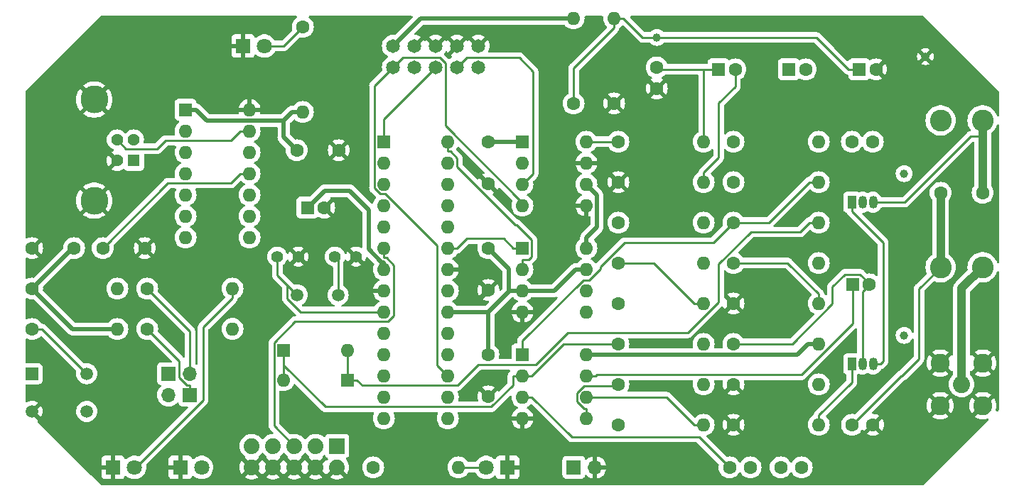
<source format=gbr>
%TF.GenerationSoftware,KiCad,Pcbnew,7.0.10*%
%TF.CreationDate,2026-01-22T15:53:03+01:00*%
%TF.ProjectId,rtty-transmitter,72747479-2d74-4726-916e-736d69747465,rev?*%
%TF.SameCoordinates,Original*%
%TF.FileFunction,Copper,L1,Top*%
%TF.FilePolarity,Positive*%
%FSLAX46Y46*%
G04 Gerber Fmt 4.6, Leading zero omitted, Abs format (unit mm)*
G04 Created by KiCad (PCBNEW 7.0.10) date 2026-01-22 15:53:03*
%MOMM*%
%LPD*%
G01*
G04 APERTURE LIST*
%TA.AperFunction,ComponentPad*%
%ADD10C,1.600000*%
%TD*%
%TA.AperFunction,ComponentPad*%
%ADD11O,1.600000X1.600000*%
%TD*%
%TA.AperFunction,ComponentPad*%
%ADD12C,1.400000*%
%TD*%
%TA.AperFunction,ComponentPad*%
%ADD13R,1.600000X1.600000*%
%TD*%
%TA.AperFunction,ComponentPad*%
%ADD14C,2.050000*%
%TD*%
%TA.AperFunction,ComponentPad*%
%ADD15C,2.250000*%
%TD*%
%TA.AperFunction,ComponentPad*%
%ADD16R,1.700000X1.700000*%
%TD*%
%TA.AperFunction,ComponentPad*%
%ADD17O,1.700000X1.700000*%
%TD*%
%TA.AperFunction,ComponentPad*%
%ADD18C,1.000000*%
%TD*%
%TA.AperFunction,ComponentPad*%
%ADD19R,1.050000X1.500000*%
%TD*%
%TA.AperFunction,ComponentPad*%
%ADD20O,1.050000X1.500000*%
%TD*%
%TA.AperFunction,ComponentPad*%
%ADD21R,1.428000X1.428000*%
%TD*%
%TA.AperFunction,ComponentPad*%
%ADD22C,1.428000*%
%TD*%
%TA.AperFunction,ComponentPad*%
%ADD23C,3.316000*%
%TD*%
%TA.AperFunction,ComponentPad*%
%ADD24R,1.879600X1.879600*%
%TD*%
%TA.AperFunction,ComponentPad*%
%ADD25C,1.879600*%
%TD*%
%TA.AperFunction,ComponentPad*%
%ADD26R,1.800000X1.800000*%
%TD*%
%TA.AperFunction,ComponentPad*%
%ADD27C,1.800000*%
%TD*%
%TA.AperFunction,ComponentPad*%
%ADD28R,1.508000X1.508000*%
%TD*%
%TA.AperFunction,ComponentPad*%
%ADD29C,1.508000*%
%TD*%
%TA.AperFunction,ComponentPad*%
%ADD30C,2.600000*%
%TD*%
%TA.AperFunction,ComponentPad*%
%ADD31C,1.650000*%
%TD*%
%TA.AperFunction,ComponentPad*%
%ADD32C,1.500000*%
%TD*%
%TA.AperFunction,Conductor*%
%ADD33C,0.250000*%
%TD*%
%TA.AperFunction,Conductor*%
%ADD34C,0.500000*%
%TD*%
%TA.AperFunction,Conductor*%
%ADD35C,1.000000*%
%TD*%
G04 APERTURE END LIST*
D10*
%TO.P,R15,1*%
%TO.N,VIRTUAL GROUND*%
X67310000Y-12446000D03*
D11*
%TO.P,R15,2*%
%TO.N,+5V*%
X67310000Y-2286000D03*
%TD*%
D12*
%TO.P,C5,1*%
%TO.N,Net-(U2-XTAL1{slash}PB6)*%
X32004000Y-30734000D03*
%TO.P,C5,2*%
%TO.N,GND*%
X34504000Y-30734000D03*
%TD*%
D10*
%TO.P,R20,1*%
%TO.N,Net-(U5B-+)*%
X72644000Y-45974000D03*
D11*
%TO.P,R20,2*%
%TO.N,Net-(C16-Pad1)*%
X82804000Y-45974000D03*
%TD*%
D10*
%TO.P,C15,1*%
%TO.N,Net-(U5A-+)*%
X85892000Y-55880000D03*
%TO.P,C15,2*%
%TO.N,VIRTUAL GROUND*%
X88392000Y-55880000D03*
%TD*%
D13*
%TO.P,C7,1*%
%TO.N,BUFFERED AUDIO*%
X100544600Y-34036000D03*
D10*
%TO.P,C7,2*%
%TO.N,Net-(Q2-B)*%
X102544600Y-34036000D03*
%TD*%
D13*
%TO.P,D6,1,K*%
%TO.N,Net-(D5-A)*%
X40386000Y-45466000D03*
D11*
%TO.P,D6,2,A*%
%TO.N,Net-(D5-K)*%
X32766000Y-45466000D03*
%TD*%
D10*
%TO.P,R9,1*%
%TO.N,Net-(Q2-B)*%
X86360000Y-41148000D03*
D11*
%TO.P,R9,2*%
%TO.N,+5V*%
X96520000Y-41148000D03*
%TD*%
D10*
%TO.P,R16,1*%
%TO.N,GND*%
X72136000Y-12446000D03*
D11*
%TO.P,R16,2*%
%TO.N,VIRTUAL GROUND*%
X72136000Y-2286000D03*
%TD*%
D13*
%TO.P,C17,1*%
%TO.N,VIRTUAL GROUND*%
X101346000Y-8382000D03*
D10*
%TO.P,C17,2*%
%TO.N,GND*%
X103346000Y-8382000D03*
%TD*%
%TO.P,C1,1*%
%TO.N,GND*%
X2794000Y-29718000D03*
%TO.P,C1,2*%
%TO.N,+5V*%
X7794000Y-29718000D03*
%TD*%
%TO.P,R13,1*%
%TO.N,GND*%
X72644000Y-21844000D03*
D11*
%TO.P,R13,2*%
%TO.N,AUDIO SIGNAL*%
X82804000Y-21844000D03*
%TD*%
D10*
%TO.P,C10,1*%
%TO.N,Net-(Q1-C)*%
X116038000Y-23114000D03*
%TO.P,C10,2*%
%TO.N,Net-(C10-Pad2)*%
X111038000Y-23114000D03*
%TD*%
D14*
%TO.P,J7,1,In*%
%TO.N,Net-(J7-In)*%
X113538000Y-45974000D03*
D15*
%TO.P,J7,2,Ext*%
%TO.N,GND*%
X110998000Y-43434000D03*
X110998000Y-48514000D03*
X116078000Y-43434000D03*
X116078000Y-48514000D03*
%TD*%
D10*
%TO.P,R3,1*%
%TO.N,Net-(J4-Pin_2)*%
X16510000Y-34544000D03*
D11*
%TO.P,R3,2*%
%TO.N,Net-(D1-A)*%
X26670000Y-34544000D03*
%TD*%
D16*
%TO.P,J6,1,Pin_1*%
%TO.N,AUDIO SIGNAL*%
X67330000Y-55880000D03*
D17*
%TO.P,J6,2,Pin_2*%
%TO.N,GND*%
X69870000Y-55880000D03*
%TD*%
D18*
%TO.P,TP1,1,1*%
%TO.N,VIRTUAL GROUND*%
X77216000Y-4572000D03*
%TD*%
D19*
%TO.P,Q1,1,E*%
%TO.N,Net-(Q1-E)*%
X100457000Y-24236000D03*
D20*
%TO.P,Q1,2,B*%
%TO.N,Net-(Q1-B)*%
X101727000Y-24236000D03*
%TO.P,Q1,3,C*%
%TO.N,Net-(Q1-C)*%
X102997000Y-24236000D03*
%TD*%
D10*
%TO.P,R6,1*%
%TO.N,Net-(U2-PD7)*%
X43434000Y-55880000D03*
D11*
%TO.P,R6,2*%
%TO.N,Net-(D4-A)*%
X53594000Y-55880000D03*
%TD*%
D21*
%TO.P,J1,1,VBUS*%
%TO.N,+5V*%
X14910000Y-19270000D03*
D22*
%TO.P,J1,2,D-*%
%TO.N,Net-(J1-D-)*%
X14910000Y-16770000D03*
%TO.P,J1,3,D+*%
%TO.N,Net-(J1-D+)*%
X12910000Y-16770000D03*
%TO.P,J1,4,GND*%
%TO.N,GND*%
X12910000Y-19270000D03*
D23*
%TO.P,J1,SH1,SHIELD*%
X10200000Y-12000000D03*
X10200000Y-24040000D03*
%TD*%
D13*
%TO.P,U3,1,Vdd*%
%TO.N,+5V*%
X61214000Y-17018000D03*
D11*
%TO.P,U3,2,~{CS}*%
%TO.N,Net-(U2-PB2)*%
X61214000Y-19558000D03*
%TO.P,U3,3,SCK*%
%TO.N,SCK*%
X61214000Y-22098000D03*
%TO.P,U3,4,SDI*%
%TO.N,MOSI*%
X61214000Y-24638000D03*
%TO.P,U3,5,~{LDAC}*%
%TO.N,GND*%
X68834000Y-24638000D03*
%TO.P,U3,6,Vref*%
%TO.N,+5V*%
X68834000Y-22098000D03*
%TO.P,U3,7,Vss*%
%TO.N,GND*%
X68834000Y-19558000D03*
%TO.P,U3,8,Vout*%
%TO.N,Net-(U3-Vout)*%
X68834000Y-17018000D03*
%TD*%
D10*
%TO.P,R24,1*%
%TO.N,CARRIER WAVE*%
X86360000Y-26670000D03*
D11*
%TO.P,R24,2*%
%TO.N,Net-(D5-A)*%
X96520000Y-26670000D03*
%TD*%
D10*
%TO.P,R4,1*%
%TO.N,Net-(J5-Pin_1)*%
X16510000Y-39356000D03*
D11*
%TO.P,R4,2*%
%TO.N,Net-(D2-A)*%
X26670000Y-39356000D03*
%TD*%
D19*
%TO.P,Q2,1,E*%
%TO.N,Net-(Q2-E)*%
X100457000Y-43540000D03*
D20*
%TO.P,Q2,2,B*%
%TO.N,Net-(Q2-B)*%
X101727000Y-43540000D03*
%TO.P,Q2,3,C*%
%TO.N,Net-(Q1-E)*%
X102997000Y-43540000D03*
%TD*%
D10*
%TO.P,R14,1*%
%TO.N,Net-(U5A-+)*%
X72644000Y-26670000D03*
D11*
%TO.P,R14,2*%
%TO.N,VIRTUAL GROUND*%
X82804000Y-26670000D03*
%TD*%
D10*
%TO.P,C8,1*%
%TO.N,GND*%
X57150000Y-22018000D03*
%TO.P,C8,2*%
%TO.N,+5V*%
X57150000Y-17018000D03*
%TD*%
D24*
%TO.P,J3,1*%
%TO.N,Net-(U2-PD2)*%
X39116000Y-53340000D03*
D25*
%TO.P,J3,2*%
%TO.N,GND*%
X39116000Y-55880000D03*
%TO.P,J3,3*%
%TO.N,Net-(U2-PD3)*%
X36576000Y-53340000D03*
%TO.P,J3,4*%
%TO.N,GND*%
X36576000Y-55880000D03*
%TO.P,J3,5*%
%TO.N,Net-(U2-PD4)*%
X34036000Y-53340000D03*
%TO.P,J3,6*%
%TO.N,GND*%
X34036000Y-55880000D03*
%TO.P,J3,7*%
%TO.N,Net-(U2-PD5)*%
X31496000Y-53340000D03*
%TO.P,J3,8*%
%TO.N,GND*%
X31496000Y-55880000D03*
%TO.P,J3,9*%
%TO.N,Net-(U2-PD6)*%
X28956000Y-53340000D03*
%TO.P,J3,10*%
%TO.N,GND*%
X28956000Y-55880000D03*
%TD*%
D10*
%TO.P,C14,1*%
%TO.N,+5V*%
X57150000Y-29718000D03*
%TO.P,C14,2*%
%TO.N,GND*%
X57150000Y-34718000D03*
%TD*%
%TO.P,R19,1*%
%TO.N,Net-(D5-K)*%
X72644000Y-41148000D03*
D11*
%TO.P,R19,2*%
%TO.N,VIRTUAL GROUND*%
X82804000Y-41148000D03*
%TD*%
D13*
%TO.P,U2,1,~{RESET}/PC6*%
%TO.N,RESET*%
X44704000Y-17018000D03*
D11*
%TO.P,U2,2,PD0*%
%TO.N,Net-(J4-Pin_2)*%
X44704000Y-19558000D03*
%TO.P,U2,3,PD1*%
%TO.N,Net-(J5-Pin_1)*%
X44704000Y-22098000D03*
%TO.P,U2,4,PD2*%
%TO.N,Net-(U2-PD2)*%
X44704000Y-24638000D03*
%TO.P,U2,5,PD3*%
%TO.N,Net-(U2-PD3)*%
X44704000Y-27178000D03*
%TO.P,U2,6,PD4*%
%TO.N,Net-(U2-PD4)*%
X44704000Y-29718000D03*
%TO.P,U2,7,VCC*%
%TO.N,+5V*%
X44704000Y-32258000D03*
%TO.P,U2,8,GND*%
%TO.N,GND*%
X44704000Y-34798000D03*
%TO.P,U2,9,XTAL1/PB6*%
%TO.N,Net-(U2-XTAL1{slash}PB6)*%
X44704000Y-37338000D03*
%TO.P,U2,10,XTAL2/PB7*%
%TO.N,Net-(U2-XTAL2{slash}PB7)*%
X44704000Y-39878000D03*
%TO.P,U2,11,PD5*%
%TO.N,Net-(U2-PD5)*%
X44704000Y-42418000D03*
%TO.P,U2,12,PD6*%
%TO.N,Net-(U2-PD6)*%
X44704000Y-44958000D03*
%TO.P,U2,13,PD7*%
%TO.N,Net-(U2-PD7)*%
X44704000Y-47498000D03*
%TO.P,U2,14,PB0*%
%TO.N,unconnected-(U2-PB0-Pad14)*%
X44704000Y-50038000D03*
%TO.P,U2,15,PB1*%
%TO.N,unconnected-(U2-PB1-Pad15)*%
X52324000Y-50038000D03*
%TO.P,U2,16,PB2*%
%TO.N,Net-(U2-PB2)*%
X52324000Y-47498000D03*
%TO.P,U2,17,PB3*%
%TO.N,MOSI*%
X52324000Y-44958000D03*
%TO.P,U2,18,PB4*%
%TO.N,MISO*%
X52324000Y-42418000D03*
%TO.P,U2,19,PB5*%
%TO.N,SCK*%
X52324000Y-39878000D03*
%TO.P,U2,20,AVCC*%
%TO.N,+5V*%
X52324000Y-37338000D03*
%TO.P,U2,21,AREF*%
%TO.N,unconnected-(U2-AREF-Pad21)*%
X52324000Y-34798000D03*
%TO.P,U2,22,GND*%
%TO.N,GND*%
X52324000Y-32258000D03*
%TO.P,U2,23,PC0*%
%TO.N,Net-(U2-PC0)*%
X52324000Y-29718000D03*
%TO.P,U2,24,PC1*%
%TO.N,unconnected-(U2-PC1-Pad24)*%
X52324000Y-27178000D03*
%TO.P,U2,25,PC2*%
%TO.N,unconnected-(U2-PC2-Pad25)*%
X52324000Y-24638000D03*
%TO.P,U2,26,PC3*%
%TO.N,Net-(U2-PC3)*%
X52324000Y-22098000D03*
%TO.P,U2,27,PC4*%
%TO.N,Net-(U2-PC4)*%
X52324000Y-19558000D03*
%TO.P,U2,28,PC5*%
%TO.N,Net-(U2-PC5)*%
X52324000Y-17018000D03*
%TD*%
D10*
%TO.P,C19,1*%
%TO.N,+5V*%
X57150000Y-42418000D03*
%TO.P,C19,2*%
%TO.N,GND*%
X57150000Y-47418000D03*
%TD*%
D13*
%TO.P,D5,1,K*%
%TO.N,Net-(D5-K)*%
X32766000Y-41910000D03*
D11*
%TO.P,D5,2,A*%
%TO.N,Net-(D5-A)*%
X40386000Y-41910000D03*
%TD*%
D26*
%TO.P,D4,1,K*%
%TO.N,GND*%
X59436000Y-55880000D03*
D27*
%TO.P,D4,2,A*%
%TO.N,Net-(D4-A)*%
X56896000Y-55880000D03*
%TD*%
D10*
%TO.P,R11,1*%
%TO.N,GND*%
X86360000Y-50800000D03*
D11*
%TO.P,R11,2*%
%TO.N,Net-(Q2-E)*%
X96520000Y-50800000D03*
%TD*%
D26*
%TO.P,D3,1,K*%
%TO.N,GND*%
X27940000Y-5588000D03*
D27*
%TO.P,D3,2,A*%
%TO.N,Net-(D3-A)*%
X30480000Y-5588000D03*
%TD*%
D28*
%TO.P,S1,1*%
%TO.N,unconnected-(S1-Pad1)*%
X2794000Y-44704000D03*
D29*
%TO.P,S1,2*%
%TO.N,RESET*%
X9294000Y-44704000D03*
%TO.P,S1,3*%
%TO.N,GND*%
X2794000Y-49204000D03*
%TO.P,S1,4*%
%TO.N,unconnected-(S1-Pad4)*%
X9294000Y-49204000D03*
%TD*%
D10*
%TO.P,R5,1*%
%TO.N,Net-(D3-A)*%
X35052000Y-3302000D03*
D11*
%TO.P,R5,2*%
%TO.N,+5V*%
X35052000Y-13462000D03*
%TD*%
D30*
%TO.P,L2,1,1*%
%TO.N,Net-(C10-Pad2)*%
X111038000Y-32004000D03*
%TO.P,L2,2,2*%
%TO.N,Net-(J7-In)*%
X116038000Y-32004000D03*
%TD*%
D10*
%TO.P,R21,1*%
%TO.N,BUFFERED AUDIO*%
X72644000Y-50800000D03*
D11*
%TO.P,R21,2*%
%TO.N,Net-(U5B--)*%
X82804000Y-50800000D03*
%TD*%
D12*
%TO.P,C9,1*%
%TO.N,Net-(U2-XTAL2{slash}PB7)*%
X38882000Y-30734000D03*
%TO.P,C9,2*%
%TO.N,GND*%
X41382000Y-30734000D03*
%TD*%
D10*
%TO.P,R8,1*%
%TO.N,GND*%
X86360000Y-36322000D03*
D11*
%TO.P,R8,2*%
%TO.N,Net-(Q1-B)*%
X96520000Y-36322000D03*
%TD*%
D10*
%TO.P,R22,1*%
%TO.N,Net-(D5-K)*%
X86360000Y-17018000D03*
D11*
%TO.P,R22,2*%
%TO.N,CARRIER WAVE*%
X96520000Y-17018000D03*
%TD*%
D30*
%TO.P,L1,1,1*%
%TO.N,+5V*%
X111038000Y-14478000D03*
%TO.P,L1,2,2*%
%TO.N,Net-(Q1-C)*%
X116038000Y-14478000D03*
%TD*%
D16*
%TO.P,J4,1,Pin_1*%
%TO.N,Net-(J4-Pin_1)*%
X19050000Y-44704000D03*
D17*
%TO.P,J4,2,Pin_2*%
%TO.N,Net-(J4-Pin_2)*%
X21590000Y-44704000D03*
%TD*%
D10*
%TO.P,C12,1*%
%TO.N,Net-(C10-Pad2)*%
X100477000Y-50800000D03*
%TO.P,C12,2*%
%TO.N,GND*%
X102977000Y-50800000D03*
%TD*%
D18*
%TO.P,TP3,1,1*%
%TO.N,CARRIER WAVE*%
X106680000Y-20828000D03*
%TD*%
%TO.P,TP4,1,1*%
%TO.N,BUFFERED AUDIO*%
X106680000Y-40132000D03*
%TD*%
D13*
%TO.P,U5,1*%
%TO.N,CARRIER WAVE*%
X61214000Y-42418000D03*
D11*
%TO.P,U5,2,-*%
%TO.N,Net-(D5-K)*%
X61214000Y-44958000D03*
%TO.P,U5,3,+*%
%TO.N,Net-(U5A-+)*%
X61214000Y-47498000D03*
%TO.P,U5,4,V-*%
%TO.N,GND*%
X61214000Y-50038000D03*
%TO.P,U5,5,+*%
%TO.N,Net-(U5B-+)*%
X68834000Y-50038000D03*
%TO.P,U5,6,-*%
%TO.N,Net-(U5B--)*%
X68834000Y-47498000D03*
%TO.P,U5,7*%
%TO.N,BUFFERED AUDIO*%
X68834000Y-44958000D03*
%TO.P,U5,8,V+*%
%TO.N,+5V*%
X68834000Y-42418000D03*
%TD*%
D26*
%TO.P,D2,1,K*%
%TO.N,GND*%
X20454000Y-55880000D03*
D27*
%TO.P,D2,2,A*%
%TO.N,Net-(D2-A)*%
X22994000Y-55880000D03*
%TD*%
D10*
%TO.P,R10,1*%
%TO.N,GND*%
X86360000Y-45974000D03*
D11*
%TO.P,R10,2*%
%TO.N,Net-(Q2-B)*%
X96520000Y-45974000D03*
%TD*%
D13*
%TO.P,U1,1,VDD*%
%TO.N,+5V*%
X21082000Y-13208000D03*
D11*
%TO.P,U1,2,GP0*%
%TO.N,unconnected-(U1-GP0-Pad2)*%
X21082000Y-15748000D03*
%TO.P,U1,3,GP1*%
%TO.N,unconnected-(U1-GP1-Pad3)*%
X21082000Y-18288000D03*
%TO.P,U1,4,~{RST}*%
%TO.N,Net-(U1-~{RST})*%
X21082000Y-20828000D03*
%TO.P,U1,5,URx*%
%TO.N,Net-(J5-Pin_2)*%
X21082000Y-23368000D03*
%TO.P,U1,6,UTx*%
%TO.N,Net-(J4-Pin_1)*%
X21082000Y-25908000D03*
%TO.P,U1,7,GP2*%
%TO.N,unconnected-(U1-GP2-Pad7)*%
X21082000Y-28448000D03*
%TO.P,U1,8,GP3*%
%TO.N,unconnected-(U1-GP3-Pad8)*%
X28702000Y-28448000D03*
%TO.P,U1,9,SDA*%
%TO.N,unconnected-(U1-SDA-Pad9)*%
X28702000Y-25908000D03*
%TO.P,U1,10,SCL*%
%TO.N,unconnected-(U1-SCL-Pad10)*%
X28702000Y-23368000D03*
%TO.P,U1,11,VUSB*%
%TO.N,Net-(U1-VUSB)*%
X28702000Y-20828000D03*
%TO.P,U1,12,D-*%
%TO.N,Net-(J1-D-)*%
X28702000Y-18288000D03*
%TO.P,U1,13,D+*%
%TO.N,Net-(J1-D+)*%
X28702000Y-15748000D03*
%TO.P,U1,14,VSS*%
%TO.N,GND*%
X28702000Y-13208000D03*
%TD*%
D13*
%TO.P,C3,1*%
%TO.N,+5V*%
X35600000Y-24892000D03*
D10*
%TO.P,C3,2*%
%TO.N,GND*%
X37600000Y-24892000D03*
%TD*%
%TO.P,C6,1*%
%TO.N,Net-(Q1-B)*%
X100457000Y-17018000D03*
%TO.P,C6,2*%
%TO.N,CARRIER WAVE*%
X102957000Y-17018000D03*
%TD*%
%TO.P,C11,1*%
%TO.N,GND*%
X77216000Y-10648000D03*
%TO.P,C11,2*%
%TO.N,Net-(C11-Pad2)*%
X77216000Y-8148000D03*
%TD*%
D31*
%TO.P,J2,1*%
%TO.N,MOSI*%
X45796200Y-8128000D03*
%TO.P,J2,2*%
%TO.N,+5V*%
X45796200Y-5588000D03*
%TO.P,J2,3*%
%TO.N,unconnected-(J2-Pad3)*%
X48336200Y-8128000D03*
%TO.P,J2,4*%
%TO.N,GND*%
X48336200Y-5588000D03*
%TO.P,J2,5*%
%TO.N,RESET*%
X50876200Y-8128000D03*
%TO.P,J2,6*%
%TO.N,GND*%
X50876200Y-5588000D03*
%TO.P,J2,7*%
%TO.N,SCK*%
X53416200Y-8128000D03*
%TO.P,J2,8*%
%TO.N,GND*%
X53416200Y-5588000D03*
%TO.P,J2,9*%
%TO.N,MISO*%
X55956200Y-8128000D03*
%TO.P,J2,10*%
%TO.N,GND*%
X55956200Y-5588000D03*
%TD*%
D13*
%TO.P,C16,1*%
%TO.N,Net-(C16-Pad1)*%
X92964000Y-8382000D03*
D10*
%TO.P,C16,2*%
%TO.N,AUDIO SIGNAL*%
X94964000Y-8382000D03*
%TD*%
D18*
%TO.P,TP2,1,1*%
%TO.N,GND*%
X109220000Y-6858000D03*
%TD*%
D10*
%TO.P,R17,1*%
%TO.N,VIRTUAL GROUND*%
X72644000Y-31496000D03*
D11*
%TO.P,R17,2*%
%TO.N,Net-(U5B-+)*%
X82804000Y-31496000D03*
%TD*%
D32*
%TO.P,Y1,1,1*%
%TO.N,Net-(U2-XTAL1{slash}PB6)*%
X34380000Y-35306000D03*
%TO.P,Y1,2,2*%
%TO.N,Net-(U2-XTAL2{slash}PB7)*%
X39260000Y-35306000D03*
%TD*%
D10*
%TO.P,C4,1*%
%TO.N,+5V*%
X34330000Y-18034000D03*
%TO.P,C4,2*%
%TO.N,GND*%
X39330000Y-18034000D03*
%TD*%
%TO.P,R18,1*%
%TO.N,Net-(U5B--)*%
X72644000Y-36322000D03*
D11*
%TO.P,R18,2*%
%TO.N,VIRTUAL GROUND*%
X82804000Y-36322000D03*
%TD*%
D10*
%TO.P,R1,1*%
%TO.N,+5V*%
X2794000Y-34544000D03*
D11*
%TO.P,R1,2*%
%TO.N,Net-(U1-~{RST})*%
X12954000Y-34544000D03*
%TD*%
D26*
%TO.P,D1,1,K*%
%TO.N,GND*%
X12446000Y-55880000D03*
D27*
%TO.P,D1,2,A*%
%TO.N,Net-(D1-A)*%
X14986000Y-55880000D03*
%TD*%
D10*
%TO.P,C2,1*%
%TO.N,Net-(U1-VUSB)*%
X11214000Y-29718000D03*
%TO.P,C2,2*%
%TO.N,GND*%
X16214000Y-29718000D03*
%TD*%
%TO.P,R7,1*%
%TO.N,Net-(Q1-B)*%
X86360000Y-31496000D03*
D11*
%TO.P,R7,2*%
%TO.N,+5V*%
X96520000Y-31496000D03*
%TD*%
D13*
%TO.P,C13,1*%
%TO.N,Net-(C11-Pad2)*%
X84582000Y-8382000D03*
D10*
%TO.P,C13,2*%
%TO.N,AUDIO SIGNAL*%
X86582000Y-8382000D03*
%TD*%
%TO.P,R2,1*%
%TO.N,RESET*%
X2794000Y-39370000D03*
D11*
%TO.P,R2,2*%
%TO.N,+5V*%
X12954000Y-39370000D03*
%TD*%
D16*
%TO.P,J5,1,Pin_1*%
%TO.N,Net-(J5-Pin_1)*%
X21595000Y-47244000D03*
D17*
%TO.P,J5,2,Pin_2*%
%TO.N,Net-(J5-Pin_2)*%
X19055000Y-47244000D03*
%TD*%
D10*
%TO.P,C18,1*%
%TO.N,Net-(C18-Pad1)*%
X91988000Y-55880000D03*
%TO.P,C18,2*%
%TO.N,Net-(U5A-+)*%
X94488000Y-55880000D03*
%TD*%
D13*
%TO.P,U4,1,~{CS}*%
%TO.N,Net-(U2-PC0)*%
X61214000Y-29718000D03*
D11*
%TO.P,U4,2,MISO*%
%TO.N,Net-(U2-PC5)*%
X61214000Y-32258000D03*
%TO.P,U4,3,~{WP}*%
%TO.N,+5V*%
X61214000Y-34798000D03*
%TO.P,U4,4,GND*%
%TO.N,GND*%
X61214000Y-37338000D03*
%TO.P,U4,5,MOSI*%
%TO.N,Net-(U2-PC3)*%
X68834000Y-37338000D03*
%TO.P,U4,6,SCK*%
%TO.N,Net-(U2-PC4)*%
X68834000Y-34798000D03*
%TO.P,U4,7,~{HOLD}*%
%TO.N,+5V*%
X68834000Y-32258000D03*
%TO.P,U4,8,VCC*%
X68834000Y-29718000D03*
%TD*%
D10*
%TO.P,R23,1*%
%TO.N,Net-(C18-Pad1)*%
X86360000Y-21844000D03*
D11*
%TO.P,R23,2*%
%TO.N,CARRIER WAVE*%
X96520000Y-21844000D03*
%TD*%
D10*
%TO.P,R12,1*%
%TO.N,Net-(U3-Vout)*%
X72644000Y-17018000D03*
D11*
%TO.P,R12,2*%
%TO.N,Net-(C11-Pad2)*%
X82804000Y-17018000D03*
%TD*%
D33*
%TO.N,Net-(U1-VUSB)*%
X28702000Y-20828000D02*
X27575100Y-20828000D01*
X26448200Y-21954900D02*
X18977100Y-21954900D01*
X18977100Y-21954900D02*
X11214000Y-29718000D01*
X27575100Y-20828000D02*
X26448200Y-21954900D01*
%TO.N,Net-(U2-XTAL1{slash}PB6)*%
X33192000Y-34118000D02*
X33192000Y-35723500D01*
X34380000Y-35306000D02*
X33192000Y-34118000D01*
X34806500Y-37338000D02*
X44704000Y-37338000D01*
X32004000Y-32930000D02*
X32004000Y-30734000D01*
X33192000Y-35723500D02*
X34806500Y-37338000D01*
X33192000Y-34118000D02*
X32004000Y-32930000D01*
%TO.N,Net-(U2-XTAL2{slash}PB7)*%
X39260000Y-31112000D02*
X38882000Y-30734000D01*
X39260000Y-35306000D02*
X39260000Y-31112000D01*
D34*
%TO.N,+5V*%
X67582100Y-32258000D02*
X65042100Y-34798000D01*
X61214000Y-17018000D02*
X57150000Y-17018000D01*
X37632000Y-22860000D02*
X35600000Y-24892000D01*
X35052000Y-13462000D02*
X33800100Y-13462000D01*
X49098200Y-2286000D02*
X67310000Y-2286000D01*
X22333900Y-13208000D02*
X23603800Y-14477900D01*
X70088200Y-23352200D02*
X70088200Y-27211900D01*
X21082000Y-13208000D02*
X22333900Y-13208000D01*
X59597300Y-32165300D02*
X57150000Y-29718000D01*
X12954000Y-39370000D02*
X7620000Y-39370000D01*
X32784200Y-14477900D02*
X33800100Y-13462000D01*
X32784200Y-14477900D02*
X32784200Y-16488200D01*
X93998100Y-42418000D02*
X68834000Y-42418000D01*
X68834000Y-22098000D02*
X70088200Y-23352200D01*
X40640000Y-22860000D02*
X37632000Y-22860000D01*
X14910000Y-19270000D02*
X15020000Y-19270000D01*
X45796200Y-5588000D02*
X49098200Y-2286000D01*
X32784200Y-16488200D02*
X34330000Y-18034000D01*
X7620000Y-39370000D02*
X2794000Y-34544000D01*
X44465827Y-31419900D02*
X42906000Y-29860073D01*
X95268100Y-41148000D02*
X93998100Y-42418000D01*
X2794000Y-34544000D02*
X7620000Y-29718000D01*
X52324000Y-37338000D02*
X53575900Y-37338000D01*
X42906000Y-29860073D02*
X42906000Y-25126000D01*
X68834000Y-28466100D02*
X68834000Y-29718000D01*
X59597300Y-34798000D02*
X59597300Y-32165300D01*
X57150000Y-37338000D02*
X59597300Y-34890700D01*
X59962100Y-34798000D02*
X59597300Y-34798000D01*
X7620000Y-29718000D02*
X7794000Y-29718000D01*
X59597300Y-34890700D02*
X59597300Y-34798000D01*
X61214000Y-34798000D02*
X59962100Y-34798000D01*
X70088200Y-27211900D02*
X68834000Y-28466100D01*
X65042100Y-34798000D02*
X61214000Y-34798000D01*
X44704000Y-31419900D02*
X44465827Y-31419900D01*
X44704000Y-32258000D02*
X44704000Y-31419900D01*
X57150000Y-37338000D02*
X53575900Y-37338000D01*
X96520000Y-41148000D02*
X95268100Y-41148000D01*
X68834000Y-32258000D02*
X67582100Y-32258000D01*
X23603800Y-14477900D02*
X32784200Y-14477900D01*
X57150000Y-37338000D02*
X57150000Y-42418000D01*
X42906000Y-25126000D02*
X40640000Y-22860000D01*
D33*
%TO.N,AUDIO SIGNAL*%
X84582100Y-18939000D02*
X82804000Y-20717100D01*
X84582100Y-12417900D02*
X84582100Y-18939000D01*
X82804000Y-20717100D02*
X82804000Y-21844000D01*
X86582000Y-8382000D02*
X86582000Y-10418000D01*
X86582000Y-10418000D02*
X84582100Y-12417900D01*
%TO.N,Net-(D1-A)*%
X23172400Y-47853000D02*
X23172400Y-39168500D01*
X15145400Y-55880000D02*
X23172400Y-47853000D01*
X26670000Y-34544000D02*
X26670000Y-35670900D01*
X14986000Y-55880000D02*
X15145400Y-55880000D01*
X23172400Y-39168500D02*
X26670000Y-35670900D01*
%TO.N,Net-(D3-A)*%
X30480000Y-5588000D02*
X32766000Y-5588000D01*
X32766000Y-5588000D02*
X35052000Y-3302000D01*
%TO.N,Net-(D4-A)*%
X56896000Y-55880000D02*
X53594000Y-55880000D01*
%TO.N,Net-(J1-D+)*%
X17718700Y-17846700D02*
X13986700Y-17846700D01*
X13986700Y-17846700D02*
X12910000Y-16770000D01*
X28702000Y-15748000D02*
X27575100Y-15748000D01*
X18690500Y-16874900D02*
X17718700Y-17846700D01*
X26448200Y-16874900D02*
X18690500Y-16874900D01*
X27575100Y-15748000D02*
X26448200Y-16874900D01*
%TO.N,MOSI*%
X51054000Y-29397000D02*
X51054000Y-43688000D01*
X61214000Y-24317000D02*
X52026200Y-15129200D01*
X52026200Y-7651600D02*
X51352500Y-6978000D01*
X44880000Y-23223000D02*
X51054000Y-29397000D01*
X44238000Y-23223000D02*
X44880000Y-23223000D01*
X51054000Y-43688000D02*
X52324000Y-44958000D01*
X46946200Y-6978000D02*
X45796200Y-8128000D01*
X52026200Y-15129200D02*
X52026200Y-7651600D01*
X43579000Y-10345200D02*
X43579000Y-22564000D01*
X43579000Y-22564000D02*
X44238000Y-23223000D01*
X45796200Y-8128000D02*
X43579000Y-10345200D01*
X61214000Y-24638000D02*
X61214000Y-24317000D01*
X51352500Y-6978000D02*
X46946200Y-6978000D01*
%TO.N,RESET*%
X50876200Y-8128000D02*
X44704000Y-14300200D01*
X9294000Y-44704000D02*
X3960000Y-39370000D01*
X3960000Y-39370000D02*
X2794000Y-39370000D01*
X44704000Y-14300200D02*
X44704000Y-17018000D01*
%TO.N,Net-(C10-Pad2)*%
X106319000Y-44958000D02*
X106426000Y-44958000D01*
X100477000Y-50800000D02*
X106319000Y-44958000D01*
X108458000Y-34584000D02*
X111038000Y-32004000D01*
X108458000Y-42926000D02*
X108458000Y-34584000D01*
D35*
X111038000Y-32004000D02*
X111038000Y-23114000D01*
D33*
X106426000Y-44958000D02*
X108458000Y-42926000D01*
%TO.N,BUFFERED AUDIO*%
X68834000Y-44958000D02*
X69960900Y-44958000D01*
X94449300Y-44847100D02*
X100544600Y-38751800D01*
X70071800Y-44847100D02*
X94449300Y-44847100D01*
X69960900Y-44958000D02*
X70071800Y-44847100D01*
X100544600Y-38751800D02*
X100544600Y-34036000D01*
%TO.N,Net-(Q2-B)*%
X98155000Y-36371800D02*
X93378800Y-41148000D01*
X102594600Y-33993700D02*
X101448500Y-32847600D01*
X102594600Y-34036000D02*
X103044600Y-34036000D01*
X99625800Y-32847600D02*
X98155000Y-34318400D01*
X102594600Y-34036000D02*
X102594600Y-33993700D01*
X98155000Y-34318400D02*
X98155000Y-36371800D01*
X93378800Y-41148000D02*
X86360000Y-41148000D01*
X101727000Y-34903600D02*
X102594600Y-34036000D01*
X101727000Y-43540000D02*
X101727000Y-34903600D01*
X101448500Y-32847600D02*
X99625800Y-32847600D01*
%TO.N,Net-(Q1-B)*%
X92820900Y-31496000D02*
X96520000Y-35195100D01*
X96520000Y-36322000D02*
X96520000Y-35195100D01*
X86360000Y-31496000D02*
X92820900Y-31496000D01*
%TO.N,CARRIER WAVE*%
X69167200Y-33528000D02*
X70475400Y-32219800D01*
X73348100Y-29083000D02*
X83947000Y-29083000D01*
X95393100Y-21844000D02*
X90567100Y-26670000D01*
X70475400Y-32219800D02*
X70475400Y-31955700D01*
X83947000Y-29083000D02*
X86360000Y-26670000D01*
X96520000Y-21844000D02*
X95393100Y-21844000D01*
X61214000Y-42418000D02*
X61214000Y-40763100D01*
X61214000Y-40763100D02*
X68449100Y-33528000D01*
X90567100Y-26670000D02*
X86360000Y-26670000D01*
X68449100Y-33528000D02*
X69167200Y-33528000D01*
X70475400Y-31955700D02*
X73348100Y-29083000D01*
%TO.N,SCK*%
X62484000Y-8636000D02*
X62484000Y-20828000D01*
X62484000Y-20828000D02*
X61214000Y-22098000D01*
X53416200Y-8128000D02*
X54566200Y-6978000D01*
X54566200Y-6978000D02*
X60826000Y-6978000D01*
X60826000Y-6978000D02*
X62484000Y-8636000D01*
%TO.N,Net-(U3-Vout)*%
X68834000Y-17018000D02*
X72644000Y-17018000D01*
%TO.N,Net-(U2-PC5)*%
X61214000Y-32258000D02*
X61214000Y-31131100D01*
X60371100Y-26914400D02*
X60494100Y-26914400D01*
X53450900Y-18990000D02*
X53450900Y-19994200D01*
X60494100Y-26914400D02*
X62340900Y-28761200D01*
X52324000Y-17018000D02*
X52324000Y-18144900D01*
X52324000Y-18144900D02*
X52605800Y-18144900D01*
X52605800Y-18144900D02*
X53450900Y-18990000D01*
X62340900Y-30718700D02*
X61928500Y-31131100D01*
X61928500Y-31131100D02*
X61214000Y-31131100D01*
X53450900Y-19994200D02*
X60371100Y-26914400D01*
X62340900Y-28761200D02*
X62340900Y-30718700D01*
%TO.N,Net-(U2-PC0)*%
X54577800Y-28591100D02*
X58960200Y-28591100D01*
X53450900Y-29718000D02*
X54577800Y-28591100D01*
X61214000Y-29718000D02*
X60087100Y-29718000D01*
X52324000Y-29718000D02*
X53450900Y-29718000D01*
X58960200Y-28591100D02*
X60087100Y-29718000D01*
%TO.N,Net-(Q1-C)*%
X114640400Y-16359600D02*
X106764000Y-24236000D01*
X116038000Y-16359600D02*
X114640400Y-16359600D01*
X106764000Y-24236000D02*
X102997000Y-24236000D01*
D35*
X116038000Y-16359600D02*
X116038000Y-23114000D01*
X116038000Y-14478000D02*
X116038000Y-16359600D01*
D33*
%TO.N,Net-(C11-Pad2)*%
X82804000Y-17018000D02*
X82804000Y-15891100D01*
X82804000Y-8382000D02*
X77450000Y-8382000D01*
X84582000Y-8382000D02*
X82804000Y-8382000D01*
X77450000Y-8382000D02*
X77216000Y-8148000D01*
X82804000Y-8382000D02*
X82804000Y-15891100D01*
%TO.N,Net-(U5A-+)*%
X61214000Y-47498000D02*
X62340900Y-47498000D01*
X67109000Y-52266100D02*
X82278100Y-52266100D01*
X62340900Y-47498000D02*
X67109000Y-52266100D01*
X82278100Y-52266100D02*
X85892000Y-55880000D01*
%TO.N,VIRTUAL GROUND*%
X72136000Y-2286000D02*
X72136000Y-3412900D01*
X76851100Y-31496000D02*
X72644000Y-31496000D01*
X96242700Y-4572000D02*
X77216000Y-4572000D01*
X101346000Y-8382000D02*
X100052700Y-8382000D01*
X77216000Y-4572000D02*
X75548900Y-4572000D01*
X67310000Y-12446000D02*
X67310000Y-8238900D01*
X100052700Y-8382000D02*
X96242700Y-4572000D01*
X72136000Y-2286000D02*
X73262900Y-2286000D01*
X67310000Y-8238900D02*
X72136000Y-3412900D01*
X82804000Y-36322000D02*
X81677100Y-36322000D01*
X81677100Y-36322000D02*
X76851100Y-31496000D01*
X75548900Y-4572000D02*
X73262900Y-2286000D01*
%TO.N,Net-(D5-K)*%
X60087100Y-46084900D02*
X60087100Y-44958000D01*
X37737500Y-48659500D02*
X57512500Y-48659500D01*
X61214000Y-44958000D02*
X60087100Y-44958000D01*
X32766000Y-43688000D02*
X32766000Y-41910000D01*
X66150900Y-41148000D02*
X72644000Y-41148000D01*
X32766000Y-45466000D02*
X32766000Y-43688000D01*
X61214000Y-44958000D02*
X62340900Y-44958000D01*
X62340900Y-44958000D02*
X66150900Y-41148000D01*
X57512500Y-48659500D02*
X60087100Y-46084900D01*
X32766000Y-43688000D02*
X37737500Y-48659500D01*
%TO.N,Net-(D5-A)*%
X53474200Y-46115400D02*
X42162300Y-46115400D01*
X66606200Y-39825500D02*
X62829800Y-43601900D01*
X55987700Y-43601900D02*
X53474200Y-46115400D01*
X95393100Y-26670000D02*
X94266200Y-27796900D01*
X84582100Y-31635500D02*
X84582100Y-36157200D01*
X84582100Y-36157200D02*
X80913800Y-39825500D01*
X80913800Y-39825500D02*
X66606200Y-39825500D01*
X62829800Y-43601900D02*
X55987700Y-43601900D01*
X94266200Y-27796900D02*
X88420700Y-27796900D01*
X88420700Y-27796900D02*
X84582100Y-31635500D01*
X42162300Y-46115400D02*
X41512900Y-45466000D01*
X40386000Y-41910000D02*
X40386000Y-45466000D01*
X40386000Y-45466000D02*
X41512900Y-45466000D01*
X96520000Y-26670000D02*
X95393100Y-26670000D01*
D35*
%TO.N,Net-(J7-In)*%
X116038000Y-32004000D02*
X113538000Y-34504000D01*
X113538000Y-34504000D02*
X113538000Y-45974000D01*
D33*
%TO.N,Net-(J4-Pin_2)*%
X21590000Y-44704000D02*
X21590000Y-39624000D01*
X21590000Y-39624000D02*
X16510000Y-34544000D01*
%TO.N,Net-(J5-Pin_1)*%
X20320000Y-43166000D02*
X20320000Y-45159900D01*
X21595000Y-47244000D02*
X21595000Y-46067100D01*
X21227200Y-46067100D02*
X21595000Y-46067100D01*
X20320000Y-45159900D02*
X21227200Y-46067100D01*
X16510000Y-39356000D02*
X20320000Y-43166000D01*
%TO.N,Net-(Q1-E)*%
X102997000Y-43540000D02*
X103848900Y-43540000D01*
X100457000Y-24236000D02*
X100457000Y-25312900D01*
X103848900Y-43540000D02*
X104193400Y-43195500D01*
X104193400Y-29049300D02*
X100457000Y-25312900D01*
X104193400Y-43195500D02*
X104193400Y-29049300D01*
%TO.N,Net-(Q2-E)*%
X100457000Y-43540000D02*
X100457000Y-45736100D01*
X96520000Y-50800000D02*
X96520000Y-49673100D01*
X100457000Y-45736100D02*
X96520000Y-49673100D01*
%TO.N,Net-(U5B-+)*%
X68834000Y-48911100D02*
X68552300Y-48911100D01*
X72463900Y-46154100D02*
X72644000Y-45974000D01*
X67697600Y-48056400D02*
X67697600Y-47033300D01*
X67697600Y-47033300D02*
X68576800Y-46154100D01*
X68576800Y-46154100D02*
X72463900Y-46154100D01*
X68552300Y-48911100D02*
X67697600Y-48056400D01*
X68834000Y-50038000D02*
X68834000Y-48911100D01*
%TO.N,Net-(U5B--)*%
X78375100Y-47498000D02*
X81677100Y-50800000D01*
X68834000Y-47498000D02*
X78375100Y-47498000D01*
X82804000Y-50800000D02*
X81677100Y-50800000D01*
%TO.N,Net-(U2-PD4)*%
X44985700Y-30844900D02*
X45869600Y-31728800D01*
X31619800Y-50923800D02*
X34036000Y-53340000D01*
X44704000Y-30844900D02*
X44985700Y-30844900D01*
X44704000Y-29718000D02*
X44704000Y-30844900D01*
X34128700Y-38471600D02*
X31619800Y-40980500D01*
X45869600Y-31728800D02*
X45869600Y-37787400D01*
X45869600Y-37787400D02*
X45185400Y-38471600D01*
X31619800Y-40980500D02*
X31619800Y-50923800D01*
X45185400Y-38471600D02*
X34128700Y-38471600D01*
%TD*%
%TA.AperFunction,Conductor*%
%TO.N,GND*%
G36*
X34317857Y-2019685D02*
G01*
X34363612Y-2072489D01*
X34373556Y-2141647D01*
X34344531Y-2205203D01*
X34321941Y-2225575D01*
X34212858Y-2301954D01*
X34051954Y-2462858D01*
X33921432Y-2649265D01*
X33921431Y-2649267D01*
X33825261Y-2855502D01*
X33825258Y-2855511D01*
X33766366Y-3075302D01*
X33766364Y-3075313D01*
X33746673Y-3300388D01*
X33746532Y-3302000D01*
X33766364Y-3528686D01*
X33766365Y-3528691D01*
X33766366Y-3528697D01*
X33784680Y-3597048D01*
X33783017Y-3666897D01*
X33752586Y-3716821D01*
X32543228Y-4926181D01*
X32481905Y-4959666D01*
X32455547Y-4962500D01*
X31811351Y-4962500D01*
X31744312Y-4942815D01*
X31707542Y-4906321D01*
X31588983Y-4724852D01*
X31588980Y-4724849D01*
X31588979Y-4724847D01*
X31431784Y-4554087D01*
X31431779Y-4554083D01*
X31431777Y-4554081D01*
X31248634Y-4411535D01*
X31248628Y-4411531D01*
X31044504Y-4301064D01*
X31044495Y-4301061D01*
X30824984Y-4225702D01*
X30637404Y-4194401D01*
X30596049Y-4187500D01*
X30363951Y-4187500D01*
X30322596Y-4194401D01*
X30135015Y-4225702D01*
X29915504Y-4301061D01*
X29915495Y-4301064D01*
X29711371Y-4411531D01*
X29711365Y-4411535D01*
X29528222Y-4554081D01*
X29528215Y-4554087D01*
X29519484Y-4563572D01*
X29459595Y-4599561D01*
X29389757Y-4597458D01*
X29332143Y-4557932D01*
X29312075Y-4522918D01*
X29283355Y-4445915D01*
X29283350Y-4445906D01*
X29197190Y-4330812D01*
X29197187Y-4330809D01*
X29082093Y-4244649D01*
X29082086Y-4244645D01*
X28947379Y-4194403D01*
X28947372Y-4194401D01*
X28887844Y-4188000D01*
X28190000Y-4188000D01*
X28190000Y-5213810D01*
X28137453Y-5177984D01*
X28007827Y-5138000D01*
X27906276Y-5138000D01*
X27805862Y-5153135D01*
X27690000Y-5208931D01*
X27690000Y-4188000D01*
X26992155Y-4188000D01*
X26932627Y-4194401D01*
X26932620Y-4194403D01*
X26797913Y-4244645D01*
X26797906Y-4244649D01*
X26682812Y-4330809D01*
X26682809Y-4330812D01*
X26596649Y-4445906D01*
X26596645Y-4445913D01*
X26546403Y-4580620D01*
X26546401Y-4580627D01*
X26540000Y-4640155D01*
X26540000Y-5338000D01*
X27564722Y-5338000D01*
X27516375Y-5421740D01*
X27486190Y-5553992D01*
X27496327Y-5689265D01*
X27545887Y-5815541D01*
X27563797Y-5838000D01*
X26540000Y-5838000D01*
X26540000Y-6535844D01*
X26546401Y-6595372D01*
X26546403Y-6595379D01*
X26596645Y-6730086D01*
X26596649Y-6730093D01*
X26682809Y-6845187D01*
X26682812Y-6845190D01*
X26797906Y-6931350D01*
X26797913Y-6931354D01*
X26932620Y-6981596D01*
X26932627Y-6981598D01*
X26992155Y-6987999D01*
X26992172Y-6988000D01*
X27690000Y-6988000D01*
X27690000Y-5962189D01*
X27742547Y-5998016D01*
X27872173Y-6038000D01*
X27973724Y-6038000D01*
X28074138Y-6022865D01*
X28190000Y-5967068D01*
X28190000Y-6988000D01*
X28887828Y-6988000D01*
X28887844Y-6987999D01*
X28947372Y-6981598D01*
X28947379Y-6981596D01*
X29082086Y-6931354D01*
X29082093Y-6931350D01*
X29197187Y-6845190D01*
X29197190Y-6845187D01*
X29283350Y-6730093D01*
X29283355Y-6730084D01*
X29312075Y-6653081D01*
X29353945Y-6597147D01*
X29419409Y-6572729D01*
X29487682Y-6587580D01*
X29519484Y-6612428D01*
X29528216Y-6621913D01*
X29528219Y-6621915D01*
X29528222Y-6621918D01*
X29711365Y-6764464D01*
X29711371Y-6764468D01*
X29711374Y-6764470D01*
X29761857Y-6791790D01*
X29881646Y-6856617D01*
X29915497Y-6874936D01*
X30029487Y-6914068D01*
X30135015Y-6950297D01*
X30135017Y-6950297D01*
X30135019Y-6950298D01*
X30363951Y-6988500D01*
X30363952Y-6988500D01*
X30596048Y-6988500D01*
X30596049Y-6988500D01*
X30824981Y-6950298D01*
X31044503Y-6874936D01*
X31248626Y-6764470D01*
X31253785Y-6760455D01*
X31310129Y-6716600D01*
X31431784Y-6621913D01*
X31588979Y-6451153D01*
X31612896Y-6414546D01*
X31707542Y-6269679D01*
X31760689Y-6224322D01*
X31811351Y-6213500D01*
X32683257Y-6213500D01*
X32698877Y-6215224D01*
X32698904Y-6214939D01*
X32706660Y-6215671D01*
X32706667Y-6215673D01*
X32773873Y-6213561D01*
X32777768Y-6213500D01*
X32805346Y-6213500D01*
X32805350Y-6213500D01*
X32809324Y-6212997D01*
X32820963Y-6212080D01*
X32864627Y-6210709D01*
X32883869Y-6205117D01*
X32902912Y-6201174D01*
X32922792Y-6198664D01*
X32963401Y-6182585D01*
X32974444Y-6178803D01*
X33016390Y-6166618D01*
X33033629Y-6156422D01*
X33051103Y-6147862D01*
X33069727Y-6140488D01*
X33069727Y-6140487D01*
X33069732Y-6140486D01*
X33105083Y-6114800D01*
X33114814Y-6108408D01*
X33152420Y-6086170D01*
X33166589Y-6071999D01*
X33181379Y-6059368D01*
X33197587Y-6047594D01*
X33225438Y-6013926D01*
X33233279Y-6005309D01*
X34637179Y-4601410D01*
X34698500Y-4567927D01*
X34756947Y-4569317D01*
X34825308Y-4587635D01*
X34961623Y-4599561D01*
X35051998Y-4607468D01*
X35052000Y-4607468D01*
X35052002Y-4607468D01*
X35121220Y-4601412D01*
X35278692Y-4587635D01*
X35498496Y-4528739D01*
X35704734Y-4432568D01*
X35891139Y-4302047D01*
X36052047Y-4141139D01*
X36182568Y-3954734D01*
X36278739Y-3748496D01*
X36337635Y-3528692D01*
X36357468Y-3302000D01*
X36356072Y-3286048D01*
X36346105Y-3172119D01*
X36337635Y-3075308D01*
X36278739Y-2855504D01*
X36182568Y-2649266D01*
X36052047Y-2462861D01*
X36052045Y-2462858D01*
X35891141Y-2301954D01*
X35782059Y-2225575D01*
X35738434Y-2170999D01*
X35731240Y-2101500D01*
X35762762Y-2039145D01*
X35822992Y-2003731D01*
X35853182Y-2000000D01*
X48023469Y-2000000D01*
X48090508Y-2019685D01*
X48136263Y-2072489D01*
X48146207Y-2141647D01*
X48117182Y-2205203D01*
X48111150Y-2211681D01*
X46084623Y-4238207D01*
X46023300Y-4271692D01*
X45986135Y-4274053D01*
X45930219Y-4269162D01*
X45796202Y-4257437D01*
X45796198Y-4257437D01*
X45565155Y-4277650D01*
X45565148Y-4277651D01*
X45341117Y-4337681D01*
X45130918Y-4435699D01*
X45130914Y-4435701D01*
X44940935Y-4568726D01*
X44940929Y-4568731D01*
X44776931Y-4732729D01*
X44776926Y-4732735D01*
X44643901Y-4922714D01*
X44643899Y-4922718D01*
X44545881Y-5132917D01*
X44485851Y-5356948D01*
X44485850Y-5356955D01*
X44465637Y-5587998D01*
X44465637Y-5588001D01*
X44485850Y-5819044D01*
X44485851Y-5819051D01*
X44545878Y-6043074D01*
X44545879Y-6043076D01*
X44545880Y-6043079D01*
X44643899Y-6253282D01*
X44776930Y-6443269D01*
X44940931Y-6607270D01*
X45130918Y-6740301D01*
X45142321Y-6745618D01*
X45194760Y-6791790D01*
X45213912Y-6858984D01*
X45193696Y-6925865D01*
X45142323Y-6970381D01*
X45130920Y-6975698D01*
X45130914Y-6975701D01*
X44940935Y-7108726D01*
X44940929Y-7108731D01*
X44776931Y-7272729D01*
X44776926Y-7272735D01*
X44643901Y-7462714D01*
X44643899Y-7462718D01*
X44545881Y-7672917D01*
X44485851Y-7896948D01*
X44485850Y-7896955D01*
X44465637Y-8127998D01*
X44465637Y-8128001D01*
X44469561Y-8172847D01*
X44485850Y-8359044D01*
X44485851Y-8359048D01*
X44485851Y-8359052D01*
X44508468Y-8443459D01*
X44506805Y-8513309D01*
X44476374Y-8563233D01*
X43195208Y-9844399D01*
X43182951Y-9854220D01*
X43183134Y-9854441D01*
X43177122Y-9859414D01*
X43131098Y-9908423D01*
X43128391Y-9911216D01*
X43108889Y-9930717D01*
X43108875Y-9930734D01*
X43106407Y-9933915D01*
X43098843Y-9942770D01*
X43068937Y-9974618D01*
X43068936Y-9974620D01*
X43059284Y-9992176D01*
X43048610Y-10008426D01*
X43036329Y-10024261D01*
X43036324Y-10024268D01*
X43018975Y-10064358D01*
X43013838Y-10074844D01*
X42992803Y-10113106D01*
X42987822Y-10132507D01*
X42981521Y-10150910D01*
X42973562Y-10169302D01*
X42973561Y-10169305D01*
X42966728Y-10212443D01*
X42964360Y-10223874D01*
X42953501Y-10266171D01*
X42953500Y-10266182D01*
X42953500Y-10286216D01*
X42951973Y-10305615D01*
X42948840Y-10325394D01*
X42948840Y-10325395D01*
X42952950Y-10368874D01*
X42953500Y-10380543D01*
X42953500Y-22481255D01*
X42951775Y-22496872D01*
X42952061Y-22496899D01*
X42951326Y-22504665D01*
X42953439Y-22571872D01*
X42953500Y-22575767D01*
X42953500Y-22603357D01*
X42954003Y-22607335D01*
X42954918Y-22618967D01*
X42956290Y-22662624D01*
X42956291Y-22662627D01*
X42961880Y-22681867D01*
X42965824Y-22700911D01*
X42965914Y-22701617D01*
X42968336Y-22720792D01*
X42984414Y-22761403D01*
X42988197Y-22772452D01*
X43000381Y-22814388D01*
X43010580Y-22831634D01*
X43019138Y-22849103D01*
X43026514Y-22867732D01*
X43052181Y-22903060D01*
X43058593Y-22912821D01*
X43080828Y-22950417D01*
X43080833Y-22950424D01*
X43094990Y-22964580D01*
X43107628Y-22979376D01*
X43119405Y-22995586D01*
X43119406Y-22995587D01*
X43153057Y-23023425D01*
X43161698Y-23031288D01*
X43728930Y-23598520D01*
X43762415Y-23659843D01*
X43757431Y-23729535D01*
X43728932Y-23773881D01*
X43703952Y-23798861D01*
X43573432Y-23985265D01*
X43573431Y-23985267D01*
X43477261Y-24191502D01*
X43477258Y-24191511D01*
X43438938Y-24334527D01*
X43402573Y-24394188D01*
X43339726Y-24424717D01*
X43270351Y-24416422D01*
X43231482Y-24390115D01*
X42297796Y-23456429D01*
X41215729Y-22374361D01*
X41203949Y-22360730D01*
X41189610Y-22341470D01*
X41151651Y-22309619D01*
X41143686Y-22302318D01*
X41139780Y-22298411D01*
X41115443Y-22279168D01*
X41112647Y-22276890D01*
X41055214Y-22228698D01*
X41049180Y-22224729D01*
X41049212Y-22224680D01*
X41042853Y-22220628D01*
X41042822Y-22220679D01*
X41036680Y-22216891D01*
X41036678Y-22216890D01*
X41036677Y-22216889D01*
X40968688Y-22185184D01*
X40965447Y-22183615D01*
X40901706Y-22151604D01*
X40898433Y-22149960D01*
X40898431Y-22149959D01*
X40898430Y-22149959D01*
X40891645Y-22147489D01*
X40891665Y-22147433D01*
X40884549Y-22144959D01*
X40884531Y-22145015D01*
X40877674Y-22142743D01*
X40804210Y-22127573D01*
X40800693Y-22126793D01*
X40727718Y-22109499D01*
X40720547Y-22108661D01*
X40720553Y-22108601D01*
X40713055Y-22107835D01*
X40713050Y-22107895D01*
X40705860Y-22107265D01*
X40630870Y-22109448D01*
X40627263Y-22109500D01*
X37695705Y-22109500D01*
X37677735Y-22108191D01*
X37653972Y-22104710D01*
X37608826Y-22108661D01*
X37604630Y-22109028D01*
X37593824Y-22109500D01*
X37588284Y-22109500D01*
X37557501Y-22113098D01*
X37553916Y-22113464D01*
X37479199Y-22120001D01*
X37472132Y-22121460D01*
X37472120Y-22121404D01*
X37464763Y-22123035D01*
X37464777Y-22123092D01*
X37457740Y-22124760D01*
X37387231Y-22150421D01*
X37383854Y-22151595D01*
X37345788Y-22164210D01*
X37312668Y-22175185D01*
X37306126Y-22178236D01*
X37306101Y-22178183D01*
X37299308Y-22181471D01*
X37299334Y-22181523D01*
X37292880Y-22184764D01*
X37230221Y-22225975D01*
X37227181Y-22227912D01*
X37163348Y-22267285D01*
X37157683Y-22271765D01*
X37157647Y-22271719D01*
X37151798Y-22276484D01*
X37151835Y-22276528D01*
X37146310Y-22281164D01*
X37146304Y-22281169D01*
X37146304Y-22281170D01*
X37122733Y-22306153D01*
X37094831Y-22335727D01*
X37092319Y-22338312D01*
X35875450Y-23555181D01*
X35814127Y-23588666D01*
X35787769Y-23591500D01*
X34752129Y-23591500D01*
X34752123Y-23591501D01*
X34692516Y-23597908D01*
X34557671Y-23648202D01*
X34557664Y-23648206D01*
X34442455Y-23734452D01*
X34442452Y-23734455D01*
X34356206Y-23849664D01*
X34356202Y-23849671D01*
X34305908Y-23984517D01*
X34299501Y-24044116D01*
X34299500Y-24044135D01*
X34299500Y-25739870D01*
X34299501Y-25739876D01*
X34305908Y-25799483D01*
X34356202Y-25934328D01*
X34356206Y-25934335D01*
X34442452Y-26049544D01*
X34442455Y-26049547D01*
X34557664Y-26135793D01*
X34557671Y-26135797D01*
X34692517Y-26186091D01*
X34692516Y-26186091D01*
X34699444Y-26186835D01*
X34752127Y-26192500D01*
X36447872Y-26192499D01*
X36507483Y-26186091D01*
X36642331Y-26135796D01*
X36757546Y-26049546D01*
X36764350Y-26040455D01*
X36820280Y-25998584D01*
X36889971Y-25993597D01*
X36934740Y-26013188D01*
X36947512Y-26022130D01*
X36947518Y-26022134D01*
X37153673Y-26118265D01*
X37153682Y-26118269D01*
X37373389Y-26177139D01*
X37373400Y-26177141D01*
X37599998Y-26196966D01*
X37600002Y-26196966D01*
X37826599Y-26177141D01*
X37826610Y-26177139D01*
X38046317Y-26118269D01*
X38046331Y-26118264D01*
X38252478Y-26022136D01*
X38325471Y-25971024D01*
X37644400Y-25289953D01*
X37725148Y-25277165D01*
X37838045Y-25219641D01*
X37927641Y-25130045D01*
X37985165Y-25017148D01*
X37997953Y-24936400D01*
X38679024Y-25617471D01*
X38730136Y-25544478D01*
X38826264Y-25338331D01*
X38826269Y-25338317D01*
X38885139Y-25118610D01*
X38885141Y-25118599D01*
X38904966Y-24892002D01*
X38904966Y-24891997D01*
X38885141Y-24665400D01*
X38885139Y-24665389D01*
X38826269Y-24445682D01*
X38826264Y-24445668D01*
X38730136Y-24239521D01*
X38730132Y-24239513D01*
X38679025Y-24166526D01*
X37997953Y-24847598D01*
X37985165Y-24766852D01*
X37927641Y-24653955D01*
X37838045Y-24564359D01*
X37725148Y-24506835D01*
X37644400Y-24494046D01*
X38325472Y-23812974D01*
X38323687Y-23792568D01*
X38314838Y-23781497D01*
X38307646Y-23711998D01*
X38339169Y-23649644D01*
X38399399Y-23614231D01*
X38429587Y-23610500D01*
X40277770Y-23610500D01*
X40344809Y-23630185D01*
X40365451Y-23646819D01*
X42119181Y-25400549D01*
X42152666Y-25461872D01*
X42155500Y-25488230D01*
X42155500Y-29578903D01*
X42135815Y-29645942D01*
X42083011Y-29691697D01*
X42013853Y-29701641D01*
X41966223Y-29684330D01*
X41919184Y-29655205D01*
X41919177Y-29655201D01*
X41711804Y-29574865D01*
X41493193Y-29534000D01*
X41270807Y-29534000D01*
X41052195Y-29574865D01*
X40844824Y-29655200D01*
X40844823Y-29655201D01*
X40728671Y-29727119D01*
X41382000Y-30380447D01*
X41385553Y-30384000D01*
X41352995Y-30384000D01*
X41266784Y-30398386D01*
X41164053Y-30453981D01*
X41084940Y-30539921D01*
X41038018Y-30646892D01*
X41028372Y-30763302D01*
X41057047Y-30876538D01*
X41120936Y-30974327D01*
X41213115Y-31046072D01*
X41323595Y-31084000D01*
X41411005Y-31084000D01*
X41497216Y-31069614D01*
X41599947Y-31014019D01*
X41679060Y-30928079D01*
X41725982Y-30821108D01*
X41733380Y-30731827D01*
X42390861Y-31389308D01*
X42406631Y-31368425D01*
X42406633Y-31368422D01*
X42505759Y-31169350D01*
X42566621Y-30955439D01*
X42573913Y-30876746D01*
X42599699Y-30811809D01*
X42656499Y-30771121D01*
X42726280Y-30767601D01*
X42785065Y-30800506D01*
X43517250Y-31532690D01*
X43550735Y-31594013D01*
X43545751Y-31663704D01*
X43541951Y-31672776D01*
X43477262Y-31811502D01*
X43477258Y-31811511D01*
X43418366Y-32031302D01*
X43418364Y-32031313D01*
X43398532Y-32257998D01*
X43398532Y-32258001D01*
X43418364Y-32484686D01*
X43418366Y-32484697D01*
X43477258Y-32704488D01*
X43477261Y-32704497D01*
X43573431Y-32910732D01*
X43573432Y-32910734D01*
X43703954Y-33097141D01*
X43864858Y-33258045D01*
X43880589Y-33269060D01*
X44051266Y-33388568D01*
X44109865Y-33415893D01*
X44162305Y-33462065D01*
X44181457Y-33529258D01*
X44161242Y-33596139D01*
X44109867Y-33640657D01*
X44051515Y-33667867D01*
X43865179Y-33798342D01*
X43704342Y-33959179D01*
X43573865Y-34145517D01*
X43477734Y-34351673D01*
X43477730Y-34351682D01*
X43425127Y-34547999D01*
X43425128Y-34548000D01*
X44388314Y-34548000D01*
X44376359Y-34559955D01*
X44318835Y-34672852D01*
X44299014Y-34798000D01*
X44318835Y-34923148D01*
X44376359Y-35036045D01*
X44388314Y-35048000D01*
X43425128Y-35048000D01*
X43477730Y-35244317D01*
X43477734Y-35244326D01*
X43573865Y-35450482D01*
X43704342Y-35636820D01*
X43865179Y-35797657D01*
X44051518Y-35928134D01*
X44051520Y-35928135D01*
X44109865Y-35955342D01*
X44162305Y-36001514D01*
X44181457Y-36068707D01*
X44161242Y-36135589D01*
X44109867Y-36180105D01*
X44051268Y-36207431D01*
X44051264Y-36207433D01*
X43864858Y-36337954D01*
X43703954Y-36498858D01*
X43591387Y-36659623D01*
X43536811Y-36703248D01*
X43489812Y-36712500D01*
X39762015Y-36712500D01*
X39694976Y-36692815D01*
X39649221Y-36640011D01*
X39639277Y-36570853D01*
X39668302Y-36507297D01*
X39709609Y-36476118D01*
X39887639Y-36393102D01*
X40066877Y-36267598D01*
X40221598Y-36112877D01*
X40347102Y-35933639D01*
X40439575Y-35735330D01*
X40496207Y-35523977D01*
X40515277Y-35306000D01*
X40496207Y-35088023D01*
X40439575Y-34876670D01*
X40347102Y-34678362D01*
X40347100Y-34678359D01*
X40347099Y-34678357D01*
X40221599Y-34499124D01*
X40150927Y-34428452D01*
X40066877Y-34344402D01*
X39938375Y-34254423D01*
X39894751Y-34199847D01*
X39885500Y-34152850D01*
X39885500Y-31740880D01*
X40728672Y-31740880D01*
X40844821Y-31812797D01*
X40844822Y-31812798D01*
X41052195Y-31893134D01*
X41270807Y-31934000D01*
X41493193Y-31934000D01*
X41711809Y-31893133D01*
X41919168Y-31812801D01*
X41919181Y-31812795D01*
X42035326Y-31740879D01*
X41382001Y-31087553D01*
X41382000Y-31087553D01*
X40728672Y-31740879D01*
X40728672Y-31740880D01*
X39885500Y-31740880D01*
X39885500Y-31438787D01*
X39904077Y-31373504D01*
X39907057Y-31368690D01*
X39907056Y-31368690D01*
X39907058Y-31368689D01*
X40006229Y-31169528D01*
X40012994Y-31145750D01*
X40050271Y-31086661D01*
X40113580Y-31057102D01*
X40182820Y-31066463D01*
X40236007Y-31111772D01*
X40251525Y-31145753D01*
X40258236Y-31169342D01*
X40258239Y-31169348D01*
X40357369Y-31368428D01*
X40373137Y-31389308D01*
X40373138Y-31389308D01*
X41028447Y-30734000D01*
X40373138Y-30078691D01*
X40373137Y-30078691D01*
X40357368Y-30099574D01*
X40258239Y-30298651D01*
X40258238Y-30298652D01*
X40251525Y-30322248D01*
X40214245Y-30381340D01*
X40150935Y-30410898D01*
X40081696Y-30401535D01*
X40028510Y-30356224D01*
X40012995Y-30322253D01*
X40006229Y-30298472D01*
X40005306Y-30296618D01*
X39907061Y-30099316D01*
X39907056Y-30099308D01*
X39772979Y-29921761D01*
X39608562Y-29771876D01*
X39608560Y-29771874D01*
X39419404Y-29654754D01*
X39419398Y-29654752D01*
X39396657Y-29645942D01*
X39211940Y-29574382D01*
X38993243Y-29533500D01*
X38770757Y-29533500D01*
X38552060Y-29574382D01*
X38504384Y-29592852D01*
X38344601Y-29654752D01*
X38344595Y-29654754D01*
X38155439Y-29771874D01*
X38155437Y-29771876D01*
X37991020Y-29921761D01*
X37856943Y-30099308D01*
X37856938Y-30099316D01*
X37757775Y-30298461D01*
X37757769Y-30298476D01*
X37696885Y-30512462D01*
X37696884Y-30512464D01*
X37676357Y-30733999D01*
X37676357Y-30734000D01*
X37696884Y-30955535D01*
X37696885Y-30955537D01*
X37757769Y-31169523D01*
X37757775Y-31169538D01*
X37856938Y-31368683D01*
X37856943Y-31368691D01*
X37991020Y-31546238D01*
X38155437Y-31696123D01*
X38155439Y-31696125D01*
X38344595Y-31813245D01*
X38344596Y-31813245D01*
X38344599Y-31813247D01*
X38552060Y-31893618D01*
X38552064Y-31893618D01*
X38555294Y-31894870D01*
X38610695Y-31937443D01*
X38634286Y-32003210D01*
X38634500Y-32010497D01*
X38634500Y-34152850D01*
X38614815Y-34219889D01*
X38581623Y-34254425D01*
X38453121Y-34344402D01*
X38298402Y-34499121D01*
X38172900Y-34678357D01*
X38172898Y-34678361D01*
X38080426Y-34876668D01*
X38080422Y-34876677D01*
X38023793Y-35088020D01*
X38023793Y-35088024D01*
X38004723Y-35305997D01*
X38004723Y-35306002D01*
X38011472Y-35383139D01*
X38022305Y-35506974D01*
X38023793Y-35523975D01*
X38023793Y-35523979D01*
X38080422Y-35735322D01*
X38080424Y-35735326D01*
X38080425Y-35735330D01*
X38112136Y-35803335D01*
X38172897Y-35933638D01*
X38188095Y-35955342D01*
X38298402Y-36112877D01*
X38453123Y-36267598D01*
X38632361Y-36393102D01*
X38810390Y-36476118D01*
X38862829Y-36522290D01*
X38881981Y-36589484D01*
X38861765Y-36656365D01*
X38808600Y-36701699D01*
X38757985Y-36712500D01*
X35116952Y-36712500D01*
X35049913Y-36692815D01*
X35029271Y-36676181D01*
X34954557Y-36601467D01*
X34921072Y-36540144D01*
X34926056Y-36470452D01*
X34967928Y-36414519D01*
X34989828Y-36401406D01*
X35007639Y-36393102D01*
X35186877Y-36267598D01*
X35341598Y-36112877D01*
X35467102Y-35933639D01*
X35559575Y-35735330D01*
X35616207Y-35523977D01*
X35635277Y-35306000D01*
X35616207Y-35088023D01*
X35559575Y-34876670D01*
X35467102Y-34678362D01*
X35467100Y-34678359D01*
X35467099Y-34678357D01*
X35341599Y-34499124D01*
X35270927Y-34428452D01*
X35186877Y-34344402D01*
X35036892Y-34239381D01*
X35007638Y-34218897D01*
X34908484Y-34172661D01*
X34809330Y-34126425D01*
X34809326Y-34126424D01*
X34809322Y-34126422D01*
X34597977Y-34069793D01*
X34380002Y-34050723D01*
X34379998Y-34050723D01*
X34234682Y-34063436D01*
X34162023Y-34069793D01*
X34162021Y-34069793D01*
X34162017Y-34069794D01*
X34125775Y-34079505D01*
X34055925Y-34077842D01*
X34006002Y-34047411D01*
X33676005Y-33717414D01*
X33663368Y-33702619D01*
X33651593Y-33686412D01*
X33617947Y-33658578D01*
X33609307Y-33650715D01*
X33604064Y-33645472D01*
X33604025Y-33645435D01*
X32665819Y-32707228D01*
X32632334Y-32645905D01*
X32629500Y-32619547D01*
X32629500Y-31827765D01*
X32649185Y-31760726D01*
X32669367Y-31740880D01*
X33850672Y-31740880D01*
X33966821Y-31812797D01*
X33966822Y-31812798D01*
X34174195Y-31893134D01*
X34392807Y-31934000D01*
X34615193Y-31934000D01*
X34833809Y-31893133D01*
X35041168Y-31812801D01*
X35041181Y-31812795D01*
X35157326Y-31740879D01*
X34504001Y-31087553D01*
X34504000Y-31087553D01*
X33850672Y-31740879D01*
X33850672Y-31740880D01*
X32669367Y-31740880D01*
X32688220Y-31722340D01*
X32730562Y-31696124D01*
X32859058Y-31578984D01*
X32894979Y-31546238D01*
X32905537Y-31532258D01*
X33029058Y-31368689D01*
X33128229Y-31169528D01*
X33134994Y-31145750D01*
X33172271Y-31086661D01*
X33235580Y-31057102D01*
X33304820Y-31066463D01*
X33358007Y-31111772D01*
X33373525Y-31145753D01*
X33380236Y-31169342D01*
X33380239Y-31169348D01*
X33479369Y-31368428D01*
X33495137Y-31389308D01*
X33495138Y-31389308D01*
X34121145Y-30763302D01*
X34150372Y-30763302D01*
X34179047Y-30876538D01*
X34242936Y-30974327D01*
X34335115Y-31046072D01*
X34445595Y-31084000D01*
X34533005Y-31084000D01*
X34619216Y-31069614D01*
X34721947Y-31014019D01*
X34801060Y-30928079D01*
X34847982Y-30821108D01*
X34855200Y-30734000D01*
X34857553Y-30734000D01*
X35512861Y-31389308D01*
X35528631Y-31368425D01*
X35528633Y-31368422D01*
X35627759Y-31169350D01*
X35688621Y-30955439D01*
X35709141Y-30734000D01*
X35709141Y-30733999D01*
X35688621Y-30512560D01*
X35627759Y-30298649D01*
X35528635Y-30099580D01*
X35528630Y-30099572D01*
X35512860Y-30078690D01*
X34857553Y-30733999D01*
X34857553Y-30734000D01*
X34855200Y-30734000D01*
X34857628Y-30704698D01*
X34828953Y-30591462D01*
X34765064Y-30493673D01*
X34672885Y-30421928D01*
X34562405Y-30384000D01*
X34474995Y-30384000D01*
X34388784Y-30398386D01*
X34286053Y-30453981D01*
X34206940Y-30539921D01*
X34160018Y-30646892D01*
X34150372Y-30763302D01*
X34121145Y-30763302D01*
X34150447Y-30734000D01*
X33495138Y-30078691D01*
X33495137Y-30078691D01*
X33479368Y-30099574D01*
X33380239Y-30298651D01*
X33380238Y-30298652D01*
X33373525Y-30322248D01*
X33336245Y-30381340D01*
X33272935Y-30410898D01*
X33203696Y-30401535D01*
X33150510Y-30356224D01*
X33134995Y-30322253D01*
X33128229Y-30298472D01*
X33127306Y-30296618D01*
X33029061Y-30099316D01*
X33029056Y-30099308D01*
X32894979Y-29921761D01*
X32730562Y-29771876D01*
X32730560Y-29771874D01*
X32658278Y-29727119D01*
X33850671Y-29727119D01*
X34504000Y-30380447D01*
X34504001Y-30380447D01*
X35157327Y-29727119D01*
X35041178Y-29655202D01*
X35041177Y-29655201D01*
X34833804Y-29574865D01*
X34615193Y-29534000D01*
X34392807Y-29534000D01*
X34174195Y-29574865D01*
X33966824Y-29655200D01*
X33966823Y-29655201D01*
X33850671Y-29727119D01*
X32658278Y-29727119D01*
X32541404Y-29654754D01*
X32541398Y-29654752D01*
X32518657Y-29645942D01*
X32333940Y-29574382D01*
X32115243Y-29533500D01*
X31892757Y-29533500D01*
X31674060Y-29574382D01*
X31626384Y-29592852D01*
X31466601Y-29654752D01*
X31466595Y-29654754D01*
X31277439Y-29771874D01*
X31277437Y-29771876D01*
X31113020Y-29921761D01*
X30978943Y-30099308D01*
X30978938Y-30099316D01*
X30879775Y-30298461D01*
X30879769Y-30298476D01*
X30818885Y-30512462D01*
X30818884Y-30512464D01*
X30798357Y-30733999D01*
X30798357Y-30734000D01*
X30818884Y-30955535D01*
X30818885Y-30955537D01*
X30879769Y-31169523D01*
X30879775Y-31169538D01*
X30978938Y-31368683D01*
X30978943Y-31368691D01*
X31113020Y-31546238D01*
X31277433Y-31696120D01*
X31277435Y-31696122D01*
X31277437Y-31696123D01*
X31277438Y-31696124D01*
X31319778Y-31722339D01*
X31366412Y-31774364D01*
X31378500Y-31827765D01*
X31378500Y-32847255D01*
X31376775Y-32862872D01*
X31377061Y-32862899D01*
X31376326Y-32870665D01*
X31378439Y-32937872D01*
X31378500Y-32941767D01*
X31378500Y-32969357D01*
X31379003Y-32973335D01*
X31379918Y-32984967D01*
X31381290Y-33028624D01*
X31381291Y-33028627D01*
X31386880Y-33047867D01*
X31390824Y-33066911D01*
X31392442Y-33079714D01*
X31393336Y-33086792D01*
X31409414Y-33127403D01*
X31413197Y-33138452D01*
X31425381Y-33180388D01*
X31435580Y-33197634D01*
X31444138Y-33215103D01*
X31451514Y-33233732D01*
X31477181Y-33269060D01*
X31483593Y-33278821D01*
X31505828Y-33316417D01*
X31505833Y-33316424D01*
X31519990Y-33330580D01*
X31532628Y-33345376D01*
X31544405Y-33361586D01*
X31544406Y-33361587D01*
X31578057Y-33389425D01*
X31586698Y-33397288D01*
X32530181Y-34340771D01*
X32563666Y-34402094D01*
X32566500Y-34428452D01*
X32566500Y-35640755D01*
X32564775Y-35656372D01*
X32565061Y-35656399D01*
X32564326Y-35664165D01*
X32566439Y-35731372D01*
X32566500Y-35735267D01*
X32566500Y-35762857D01*
X32567003Y-35766835D01*
X32567918Y-35778467D01*
X32569290Y-35822124D01*
X32569291Y-35822127D01*
X32574880Y-35841367D01*
X32578824Y-35860411D01*
X32580558Y-35874135D01*
X32581336Y-35880292D01*
X32597414Y-35920903D01*
X32601197Y-35931952D01*
X32613381Y-35973888D01*
X32623580Y-35991134D01*
X32632136Y-36008600D01*
X32638207Y-36023930D01*
X32639514Y-36027232D01*
X32665181Y-36062560D01*
X32671593Y-36072321D01*
X32693828Y-36109917D01*
X32693833Y-36109924D01*
X32707990Y-36124080D01*
X32720628Y-36138876D01*
X32732276Y-36154909D01*
X32732406Y-36155087D01*
X32758899Y-36177004D01*
X32766057Y-36182925D01*
X32774698Y-36190788D01*
X34217911Y-37634001D01*
X34251396Y-37695324D01*
X34246412Y-37765016D01*
X34204540Y-37820949D01*
X34139076Y-37845366D01*
X34134131Y-37845621D01*
X34124490Y-37845924D01*
X34120837Y-37846039D01*
X34116950Y-37846100D01*
X34089350Y-37846100D01*
X34085662Y-37846565D01*
X34085349Y-37846605D01*
X34073731Y-37847518D01*
X34030072Y-37848890D01*
X34030069Y-37848891D01*
X34010826Y-37854481D01*
X33991783Y-37858425D01*
X33971904Y-37860936D01*
X33971903Y-37860937D01*
X33931293Y-37877015D01*
X33920248Y-37880797D01*
X33878308Y-37892983D01*
X33878304Y-37892985D01*
X33861065Y-37903180D01*
X33843598Y-37911737D01*
X33824969Y-37919112D01*
X33824967Y-37919114D01*
X33789626Y-37944789D01*
X33779868Y-37951199D01*
X33742280Y-37973428D01*
X33728108Y-37987600D01*
X33713323Y-38000228D01*
X33697112Y-38012007D01*
X33669271Y-38045659D01*
X33661411Y-38054296D01*
X31236008Y-40479699D01*
X31223751Y-40489520D01*
X31223934Y-40489741D01*
X31217922Y-40494714D01*
X31171898Y-40543723D01*
X31169191Y-40546516D01*
X31149689Y-40566017D01*
X31149675Y-40566034D01*
X31147207Y-40569215D01*
X31139643Y-40578070D01*
X31109737Y-40609918D01*
X31109736Y-40609920D01*
X31100084Y-40627476D01*
X31089410Y-40643726D01*
X31077129Y-40659561D01*
X31077124Y-40659568D01*
X31059775Y-40699658D01*
X31054638Y-40710144D01*
X31033603Y-40748406D01*
X31028622Y-40767807D01*
X31022321Y-40786210D01*
X31014362Y-40804602D01*
X31014361Y-40804605D01*
X31007528Y-40847743D01*
X31005160Y-40859174D01*
X30994301Y-40901471D01*
X30994300Y-40901482D01*
X30994300Y-40921516D01*
X30992773Y-40940915D01*
X30989640Y-40960694D01*
X30989640Y-40960695D01*
X30993750Y-41004174D01*
X30994300Y-41015843D01*
X30994300Y-50841055D01*
X30992575Y-50856672D01*
X30992861Y-50856699D01*
X30992126Y-50864465D01*
X30994239Y-50931672D01*
X30994300Y-50935567D01*
X30994300Y-50963157D01*
X30994803Y-50967135D01*
X30995718Y-50978767D01*
X30997090Y-51022424D01*
X30997091Y-51022427D01*
X31002680Y-51041667D01*
X31006624Y-51060711D01*
X31009136Y-51080592D01*
X31025214Y-51121203D01*
X31028997Y-51132252D01*
X31039548Y-51168568D01*
X31041182Y-51174190D01*
X31047672Y-51185165D01*
X31051380Y-51191434D01*
X31059938Y-51208903D01*
X31067314Y-51227532D01*
X31092981Y-51262860D01*
X31099393Y-51272621D01*
X31121628Y-51310217D01*
X31121633Y-51310224D01*
X31135790Y-51324380D01*
X31148428Y-51339176D01*
X31160205Y-51355386D01*
X31160206Y-51355387D01*
X31193857Y-51383225D01*
X31202498Y-51391088D01*
X31499429Y-51688019D01*
X31532914Y-51749342D01*
X31527930Y-51819034D01*
X31486058Y-51874967D01*
X31420594Y-51899384D01*
X31411748Y-51899700D01*
X31376653Y-51899700D01*
X31317793Y-51909522D01*
X31141213Y-51938988D01*
X30915458Y-52016489D01*
X30915453Y-52016491D01*
X30705529Y-52130098D01*
X30517169Y-52276704D01*
X30355508Y-52452315D01*
X30329808Y-52491652D01*
X30276661Y-52537008D01*
X30207430Y-52546431D01*
X30144094Y-52516928D01*
X30122192Y-52491652D01*
X30096494Y-52452318D01*
X29934832Y-52276705D01*
X29746469Y-52130097D01*
X29618415Y-52060797D01*
X29536546Y-52016491D01*
X29536541Y-52016489D01*
X29310786Y-51938988D01*
X29153826Y-51912796D01*
X29075347Y-51899700D01*
X28836653Y-51899700D01*
X28777793Y-51909522D01*
X28601213Y-51938988D01*
X28375458Y-52016489D01*
X28375453Y-52016491D01*
X28165529Y-52130098D01*
X27977169Y-52276704D01*
X27815506Y-52452317D01*
X27684951Y-52652147D01*
X27589070Y-52870732D01*
X27530475Y-53102118D01*
X27530473Y-53102130D01*
X27510764Y-53339994D01*
X27510764Y-53340005D01*
X27530473Y-53577869D01*
X27530475Y-53577881D01*
X27589070Y-53809267D01*
X27684951Y-54027852D01*
X27684953Y-54027856D01*
X27815506Y-54227682D01*
X27977168Y-54403295D01*
X28117426Y-54512462D01*
X28158239Y-54569172D01*
X28161914Y-54638945D01*
X28129006Y-54696608D01*
X28128839Y-54699286D01*
X28816400Y-55386847D01*
X28811408Y-55387565D01*
X28678530Y-55448248D01*
X28568131Y-55543910D01*
X28489155Y-55666799D01*
X28466477Y-55744031D01*
X27776056Y-55053610D01*
X27685392Y-55192383D01*
X27685390Y-55192387D01*
X27589545Y-55410895D01*
X27530969Y-55642203D01*
X27530967Y-55642211D01*
X27511265Y-55879993D01*
X27511265Y-55880006D01*
X27530967Y-56117788D01*
X27530969Y-56117796D01*
X27589545Y-56349104D01*
X27685392Y-56567617D01*
X27776055Y-56706388D01*
X28466477Y-56015968D01*
X28489155Y-56093201D01*
X28568131Y-56216090D01*
X28678530Y-56311752D01*
X28811408Y-56372435D01*
X28816400Y-56373152D01*
X28128840Y-57060712D01*
X28128840Y-57060713D01*
X28165802Y-57089482D01*
X28165807Y-57089485D01*
X28375650Y-57203046D01*
X28375660Y-57203051D01*
X28601335Y-57280525D01*
X28836696Y-57319800D01*
X29075304Y-57319800D01*
X29310664Y-57280525D01*
X29536339Y-57203051D01*
X29536349Y-57203046D01*
X29746191Y-57089486D01*
X29746197Y-57089481D01*
X29783158Y-57060713D01*
X29783159Y-57060711D01*
X29095600Y-56373152D01*
X29100592Y-56372435D01*
X29233470Y-56311752D01*
X29343869Y-56216090D01*
X29422845Y-56093201D01*
X29445522Y-56015969D01*
X30135942Y-56706389D01*
X30148363Y-56705101D01*
X30175335Y-56682082D01*
X30244566Y-56672658D01*
X30307902Y-56702159D01*
X30311124Y-56705878D01*
X30316055Y-56706389D01*
X31006477Y-56015968D01*
X31029155Y-56093201D01*
X31108131Y-56216090D01*
X31218530Y-56311752D01*
X31351408Y-56372435D01*
X31356400Y-56373152D01*
X30668840Y-57060712D01*
X30668840Y-57060713D01*
X30705802Y-57089482D01*
X30705807Y-57089485D01*
X30915650Y-57203046D01*
X30915660Y-57203051D01*
X31141335Y-57280525D01*
X31376696Y-57319800D01*
X31615304Y-57319800D01*
X31850664Y-57280525D01*
X32076339Y-57203051D01*
X32076349Y-57203046D01*
X32286191Y-57089486D01*
X32286197Y-57089481D01*
X32323158Y-57060713D01*
X32323159Y-57060711D01*
X31635600Y-56373152D01*
X31640592Y-56372435D01*
X31773470Y-56311752D01*
X31883869Y-56216090D01*
X31962845Y-56093201D01*
X31985522Y-56015969D01*
X32675942Y-56706389D01*
X32688363Y-56705101D01*
X32715335Y-56682082D01*
X32784566Y-56672658D01*
X32847902Y-56702159D01*
X32851124Y-56705878D01*
X32856055Y-56706389D01*
X33546477Y-56015968D01*
X33569155Y-56093201D01*
X33648131Y-56216090D01*
X33758530Y-56311752D01*
X33891408Y-56372435D01*
X33896400Y-56373152D01*
X33208840Y-57060712D01*
X33208840Y-57060713D01*
X33245802Y-57089482D01*
X33245807Y-57089485D01*
X33455650Y-57203046D01*
X33455660Y-57203051D01*
X33681335Y-57280525D01*
X33916696Y-57319800D01*
X34155304Y-57319800D01*
X34390664Y-57280525D01*
X34616339Y-57203051D01*
X34616349Y-57203046D01*
X34826191Y-57089486D01*
X34826197Y-57089481D01*
X34863158Y-57060713D01*
X34863159Y-57060711D01*
X34175600Y-56373152D01*
X34180592Y-56372435D01*
X34313470Y-56311752D01*
X34423869Y-56216090D01*
X34502845Y-56093201D01*
X34525522Y-56015969D01*
X35215942Y-56706389D01*
X35228363Y-56705101D01*
X35255335Y-56682082D01*
X35324566Y-56672658D01*
X35387902Y-56702159D01*
X35391124Y-56705878D01*
X35396055Y-56706389D01*
X36086477Y-56015968D01*
X36109155Y-56093201D01*
X36188131Y-56216090D01*
X36298530Y-56311752D01*
X36431408Y-56372435D01*
X36436400Y-56373152D01*
X35748840Y-57060712D01*
X35748840Y-57060713D01*
X35785802Y-57089482D01*
X35785807Y-57089485D01*
X35995650Y-57203046D01*
X35995660Y-57203051D01*
X36221335Y-57280525D01*
X36456696Y-57319800D01*
X36695304Y-57319800D01*
X36930664Y-57280525D01*
X37156339Y-57203051D01*
X37156349Y-57203046D01*
X37366191Y-57089486D01*
X37366197Y-57089481D01*
X37403158Y-57060713D01*
X37403159Y-57060711D01*
X36715600Y-56373152D01*
X36720592Y-56372435D01*
X36853470Y-56311752D01*
X36963869Y-56216090D01*
X37042845Y-56093201D01*
X37065522Y-56015969D01*
X37755942Y-56706389D01*
X37768363Y-56705101D01*
X37795335Y-56682082D01*
X37864566Y-56672658D01*
X37927902Y-56702159D01*
X37931124Y-56705878D01*
X37936055Y-56706389D01*
X38626477Y-56015967D01*
X38649155Y-56093201D01*
X38728131Y-56216090D01*
X38838530Y-56311752D01*
X38971408Y-56372435D01*
X38976400Y-56373152D01*
X38288840Y-57060712D01*
X38288840Y-57060713D01*
X38325802Y-57089482D01*
X38325807Y-57089485D01*
X38535650Y-57203046D01*
X38535660Y-57203051D01*
X38761335Y-57280525D01*
X38996696Y-57319800D01*
X39235304Y-57319800D01*
X39470664Y-57280525D01*
X39696339Y-57203051D01*
X39696349Y-57203046D01*
X39906191Y-57089486D01*
X39906197Y-57089481D01*
X39943158Y-57060713D01*
X39943159Y-57060711D01*
X39255600Y-56373152D01*
X39260592Y-56372435D01*
X39393470Y-56311752D01*
X39503869Y-56216090D01*
X39582845Y-56093201D01*
X39605522Y-56015969D01*
X40295942Y-56706389D01*
X40386608Y-56567614D01*
X40482454Y-56349104D01*
X40541030Y-56117796D01*
X40541032Y-56117788D01*
X40560735Y-55880006D01*
X40560735Y-55880001D01*
X42128532Y-55880001D01*
X42148364Y-56106686D01*
X42148366Y-56106697D01*
X42207258Y-56326488D01*
X42207261Y-56326497D01*
X42303431Y-56532732D01*
X42303432Y-56532734D01*
X42433954Y-56719141D01*
X42594858Y-56880045D01*
X42594861Y-56880047D01*
X42781266Y-57010568D01*
X42987504Y-57106739D01*
X43207308Y-57165635D01*
X43369230Y-57179801D01*
X43433998Y-57185468D01*
X43434000Y-57185468D01*
X43434002Y-57185468D01*
X43490673Y-57180509D01*
X43660692Y-57165635D01*
X43880496Y-57106739D01*
X44086734Y-57010568D01*
X44273139Y-56880047D01*
X44434047Y-56719139D01*
X44564568Y-56532734D01*
X44660739Y-56326496D01*
X44719635Y-56106692D01*
X44736634Y-55912384D01*
X44739468Y-55880001D01*
X52288532Y-55880001D01*
X52308364Y-56106686D01*
X52308366Y-56106697D01*
X52367258Y-56326488D01*
X52367261Y-56326497D01*
X52463431Y-56532732D01*
X52463432Y-56532734D01*
X52593954Y-56719141D01*
X52754858Y-56880045D01*
X52754861Y-56880047D01*
X52941266Y-57010568D01*
X53147504Y-57106739D01*
X53367308Y-57165635D01*
X53529230Y-57179801D01*
X53593998Y-57185468D01*
X53594000Y-57185468D01*
X53594002Y-57185468D01*
X53650673Y-57180509D01*
X53820692Y-57165635D01*
X54040496Y-57106739D01*
X54246734Y-57010568D01*
X54433139Y-56880047D01*
X54594047Y-56719139D01*
X54706613Y-56558377D01*
X54761189Y-56514752D01*
X54808188Y-56505500D01*
X55564649Y-56505500D01*
X55631688Y-56525185D01*
X55668458Y-56561679D01*
X55787016Y-56743147D01*
X55787019Y-56743151D01*
X55787021Y-56743153D01*
X55944216Y-56913913D01*
X55944219Y-56913915D01*
X55944222Y-56913918D01*
X56127365Y-57056464D01*
X56127371Y-57056468D01*
X56127374Y-57056470D01*
X56331497Y-57166936D01*
X56385479Y-57185468D01*
X56551015Y-57242297D01*
X56551017Y-57242297D01*
X56551019Y-57242298D01*
X56779951Y-57280500D01*
X56779952Y-57280500D01*
X57012048Y-57280500D01*
X57012049Y-57280500D01*
X57240981Y-57242298D01*
X57460503Y-57166936D01*
X57664626Y-57056470D01*
X57668314Y-57053600D01*
X57772732Y-56972328D01*
X57847784Y-56913913D01*
X57856511Y-56904432D01*
X57916394Y-56868441D01*
X57986232Y-56870538D01*
X58043850Y-56910060D01*
X58063924Y-56945080D01*
X58092645Y-57022086D01*
X58092649Y-57022093D01*
X58178809Y-57137187D01*
X58178812Y-57137190D01*
X58293906Y-57223350D01*
X58293913Y-57223354D01*
X58428620Y-57273596D01*
X58428627Y-57273598D01*
X58488155Y-57279999D01*
X58488172Y-57280000D01*
X59186000Y-57280000D01*
X59186000Y-56254189D01*
X59238547Y-56290016D01*
X59368173Y-56330000D01*
X59469724Y-56330000D01*
X59570138Y-56314865D01*
X59686000Y-56259068D01*
X59686000Y-57280000D01*
X60383828Y-57280000D01*
X60383844Y-57279999D01*
X60443372Y-57273598D01*
X60443379Y-57273596D01*
X60578086Y-57223354D01*
X60578093Y-57223350D01*
X60693187Y-57137190D01*
X60693190Y-57137187D01*
X60779350Y-57022093D01*
X60779354Y-57022086D01*
X60829596Y-56887379D01*
X60829598Y-56887372D01*
X60835999Y-56827844D01*
X60836000Y-56827827D01*
X60836000Y-56777870D01*
X65979500Y-56777870D01*
X65979501Y-56777876D01*
X65985908Y-56837483D01*
X66036202Y-56972328D01*
X66036206Y-56972335D01*
X66122452Y-57087544D01*
X66122455Y-57087547D01*
X66237664Y-57173793D01*
X66237671Y-57173797D01*
X66372517Y-57224091D01*
X66372516Y-57224091D01*
X66379444Y-57224835D01*
X66432127Y-57230500D01*
X68227872Y-57230499D01*
X68287483Y-57224091D01*
X68422331Y-57173796D01*
X68537546Y-57087546D01*
X68623796Y-56972331D01*
X68673002Y-56840401D01*
X68714872Y-56784468D01*
X68780337Y-56760050D01*
X68848610Y-56774901D01*
X68876865Y-56796053D01*
X68998917Y-56918105D01*
X69192421Y-57053600D01*
X69406507Y-57153429D01*
X69406516Y-57153433D01*
X69620000Y-57210634D01*
X69620000Y-56315501D01*
X69727685Y-56364680D01*
X69834237Y-56380000D01*
X69905763Y-56380000D01*
X70012315Y-56364680D01*
X70120000Y-56315501D01*
X70120000Y-57210633D01*
X70333483Y-57153433D01*
X70333492Y-57153429D01*
X70547578Y-57053600D01*
X70741082Y-56918105D01*
X70908105Y-56751082D01*
X71043600Y-56557578D01*
X71143429Y-56343492D01*
X71143432Y-56343486D01*
X71200636Y-56130000D01*
X70303686Y-56130000D01*
X70329493Y-56089844D01*
X70370000Y-55951889D01*
X70370000Y-55808111D01*
X70329493Y-55670156D01*
X70303686Y-55630000D01*
X71200636Y-55630000D01*
X71200635Y-55629999D01*
X71143432Y-55416513D01*
X71143429Y-55416507D01*
X71043600Y-55202422D01*
X71043599Y-55202420D01*
X70908113Y-55008926D01*
X70908108Y-55008920D01*
X70741082Y-54841894D01*
X70547578Y-54706399D01*
X70333492Y-54606570D01*
X70333486Y-54606567D01*
X70120000Y-54549364D01*
X70120000Y-55444498D01*
X70012315Y-55395320D01*
X69905763Y-55380000D01*
X69834237Y-55380000D01*
X69727685Y-55395320D01*
X69620000Y-55444498D01*
X69620000Y-54549364D01*
X69619999Y-54549364D01*
X69406513Y-54606567D01*
X69406507Y-54606570D01*
X69192422Y-54706399D01*
X69192420Y-54706400D01*
X68998926Y-54841886D01*
X68876865Y-54963947D01*
X68815542Y-54997431D01*
X68745850Y-54992447D01*
X68689917Y-54950575D01*
X68673002Y-54919598D01*
X68663928Y-54895270D01*
X68623796Y-54787669D01*
X68623795Y-54787668D01*
X68623793Y-54787664D01*
X68537547Y-54672455D01*
X68537544Y-54672452D01*
X68422335Y-54586206D01*
X68422328Y-54586202D01*
X68287482Y-54535908D01*
X68287483Y-54535908D01*
X68227883Y-54529501D01*
X68227881Y-54529500D01*
X68227873Y-54529500D01*
X68227864Y-54529500D01*
X66432129Y-54529500D01*
X66432123Y-54529501D01*
X66372516Y-54535908D01*
X66237671Y-54586202D01*
X66237664Y-54586206D01*
X66122455Y-54672452D01*
X66122452Y-54672455D01*
X66036206Y-54787664D01*
X66036202Y-54787671D01*
X65985908Y-54922517D01*
X65979501Y-54982116D01*
X65979500Y-54982135D01*
X65979500Y-56777870D01*
X60836000Y-56777870D01*
X60836000Y-56130000D01*
X59811278Y-56130000D01*
X59859625Y-56046260D01*
X59889810Y-55914008D01*
X59879673Y-55778735D01*
X59830113Y-55652459D01*
X59812203Y-55630000D01*
X60836000Y-55630000D01*
X60836000Y-54932172D01*
X60835999Y-54932155D01*
X60829598Y-54872627D01*
X60829596Y-54872620D01*
X60779354Y-54737913D01*
X60779350Y-54737906D01*
X60693190Y-54622812D01*
X60693187Y-54622809D01*
X60578093Y-54536649D01*
X60578086Y-54536645D01*
X60443379Y-54486403D01*
X60443372Y-54486401D01*
X60383844Y-54480000D01*
X59686000Y-54480000D01*
X59686000Y-55505810D01*
X59633453Y-55469984D01*
X59503827Y-55430000D01*
X59402276Y-55430000D01*
X59301862Y-55445135D01*
X59186000Y-55500931D01*
X59186000Y-54480000D01*
X58488155Y-54480000D01*
X58428627Y-54486401D01*
X58428620Y-54486403D01*
X58293913Y-54536645D01*
X58293906Y-54536649D01*
X58178812Y-54622809D01*
X58178809Y-54622812D01*
X58092649Y-54737906D01*
X58092646Y-54737911D01*
X58063924Y-54814920D01*
X58022052Y-54870853D01*
X57956588Y-54895270D01*
X57888315Y-54880418D01*
X57856514Y-54855571D01*
X57847784Y-54846087D01*
X57847779Y-54846083D01*
X57847777Y-54846081D01*
X57664634Y-54703535D01*
X57664628Y-54703531D01*
X57460504Y-54593064D01*
X57460495Y-54593061D01*
X57240984Y-54517702D01*
X57053404Y-54486401D01*
X57012049Y-54479500D01*
X56779951Y-54479500D01*
X56738596Y-54486401D01*
X56551015Y-54517702D01*
X56331504Y-54593061D01*
X56331495Y-54593064D01*
X56127371Y-54703531D01*
X56127365Y-54703535D01*
X55944222Y-54846081D01*
X55944219Y-54846084D01*
X55944216Y-54846086D01*
X55944216Y-54846087D01*
X55919791Y-54872620D01*
X55787016Y-55016852D01*
X55668458Y-55198321D01*
X55615311Y-55243678D01*
X55564649Y-55254500D01*
X54808188Y-55254500D01*
X54741149Y-55234815D01*
X54706613Y-55201623D01*
X54594045Y-55040858D01*
X54433141Y-54879954D01*
X54246734Y-54749432D01*
X54246732Y-54749431D01*
X54040497Y-54653261D01*
X54040488Y-54653258D01*
X53820697Y-54594366D01*
X53820693Y-54594365D01*
X53820692Y-54594365D01*
X53820691Y-54594364D01*
X53820686Y-54594364D01*
X53594002Y-54574532D01*
X53593998Y-54574532D01*
X53367313Y-54594364D01*
X53367302Y-54594366D01*
X53147511Y-54653258D01*
X53147502Y-54653261D01*
X52941267Y-54749431D01*
X52941265Y-54749432D01*
X52754858Y-54879954D01*
X52593954Y-55040858D01*
X52463432Y-55227265D01*
X52463431Y-55227267D01*
X52367261Y-55433502D01*
X52367258Y-55433511D01*
X52308366Y-55653302D01*
X52308364Y-55653313D01*
X52288532Y-55879998D01*
X52288532Y-55880001D01*
X44739468Y-55880001D01*
X44739468Y-55879998D01*
X44719635Y-55653313D01*
X44719635Y-55653308D01*
X44660739Y-55433504D01*
X44564568Y-55227266D01*
X44434047Y-55040861D01*
X44434045Y-55040858D01*
X44273141Y-54879954D01*
X44086734Y-54749432D01*
X44086732Y-54749431D01*
X43880497Y-54653261D01*
X43880488Y-54653258D01*
X43660697Y-54594366D01*
X43660693Y-54594365D01*
X43660692Y-54594365D01*
X43660691Y-54594364D01*
X43660686Y-54594364D01*
X43434002Y-54574532D01*
X43433998Y-54574532D01*
X43207313Y-54594364D01*
X43207302Y-54594366D01*
X42987511Y-54653258D01*
X42987502Y-54653261D01*
X42781267Y-54749431D01*
X42781265Y-54749432D01*
X42594858Y-54879954D01*
X42433954Y-55040858D01*
X42303432Y-55227265D01*
X42303431Y-55227267D01*
X42207261Y-55433502D01*
X42207258Y-55433511D01*
X42148366Y-55653302D01*
X42148364Y-55653313D01*
X42128532Y-55879998D01*
X42128532Y-55880001D01*
X40560735Y-55880001D01*
X40560735Y-55879993D01*
X40541032Y-55642211D01*
X40541030Y-55642203D01*
X40482454Y-55410895D01*
X40386606Y-55192380D01*
X40256100Y-54992627D01*
X40256097Y-54992623D01*
X40207409Y-54939734D01*
X40176487Y-54877080D01*
X40184347Y-54807653D01*
X40228494Y-54753498D01*
X40255306Y-54739569D01*
X40298128Y-54723597D01*
X40298127Y-54723597D01*
X40298131Y-54723596D01*
X40413346Y-54637346D01*
X40499596Y-54522131D01*
X40549891Y-54387283D01*
X40556300Y-54327673D01*
X40556299Y-52352328D01*
X40549891Y-52292717D01*
X40544832Y-52279154D01*
X40499597Y-52157871D01*
X40499593Y-52157864D01*
X40413347Y-52042655D01*
X40413344Y-52042652D01*
X40298135Y-51956406D01*
X40298128Y-51956402D01*
X40163282Y-51906108D01*
X40163283Y-51906108D01*
X40103683Y-51899701D01*
X40103681Y-51899700D01*
X40103673Y-51899700D01*
X40103664Y-51899700D01*
X38128329Y-51899700D01*
X38128323Y-51899701D01*
X38068716Y-51906108D01*
X37933871Y-51956402D01*
X37933864Y-51956406D01*
X37818655Y-52042652D01*
X37818652Y-52042655D01*
X37732406Y-52157864D01*
X37732402Y-52157872D01*
X37717134Y-52198806D01*
X37675262Y-52254738D01*
X37609797Y-52279154D01*
X37541524Y-52264301D01*
X37524791Y-52253323D01*
X37366477Y-52130102D01*
X37366471Y-52130098D01*
X37156546Y-52016491D01*
X37156541Y-52016489D01*
X36930786Y-51938988D01*
X36773826Y-51912796D01*
X36695347Y-51899700D01*
X36456653Y-51899700D01*
X36397793Y-51909522D01*
X36221213Y-51938988D01*
X35995458Y-52016489D01*
X35995453Y-52016491D01*
X35785529Y-52130098D01*
X35597169Y-52276704D01*
X35435508Y-52452315D01*
X35409808Y-52491652D01*
X35356661Y-52537008D01*
X35287430Y-52546431D01*
X35224094Y-52516928D01*
X35202192Y-52491652D01*
X35176494Y-52452318D01*
X35014832Y-52276705D01*
X34826469Y-52130097D01*
X34698415Y-52060797D01*
X34616546Y-52016491D01*
X34616541Y-52016489D01*
X34390786Y-51938988D01*
X34233826Y-51912796D01*
X34155347Y-51899700D01*
X33916653Y-51899700D01*
X33878252Y-51906108D01*
X33681211Y-51938988D01*
X33634093Y-51955163D01*
X33564295Y-51958311D01*
X33506153Y-51925562D01*
X32281619Y-50701028D01*
X32248134Y-50639705D01*
X32245300Y-50613347D01*
X32245300Y-46834456D01*
X32264985Y-46767417D01*
X32317789Y-46721662D01*
X32386947Y-46711718D01*
X32401393Y-46714681D01*
X32539308Y-46751635D01*
X32697900Y-46765510D01*
X32765998Y-46771468D01*
X32766000Y-46771468D01*
X32766002Y-46771468D01*
X32822807Y-46766498D01*
X32992692Y-46751635D01*
X33212496Y-46692739D01*
X33418734Y-46596568D01*
X33605139Y-46466047D01*
X33766047Y-46305139D01*
X33896568Y-46118734D01*
X33953886Y-45995813D01*
X34000058Y-45943376D01*
X34067252Y-45924224D01*
X34134133Y-45944440D01*
X34153949Y-45960539D01*
X37236694Y-49043284D01*
X37246519Y-49055548D01*
X37246740Y-49055366D01*
X37251710Y-49061374D01*
X37300739Y-49107415D01*
X37303536Y-49110126D01*
X37323030Y-49129620D01*
X37326195Y-49132075D01*
X37335071Y-49139656D01*
X37366918Y-49169562D01*
X37366922Y-49169564D01*
X37384473Y-49179213D01*
X37400731Y-49189892D01*
X37416564Y-49202174D01*
X37440700Y-49212618D01*
X37456655Y-49219522D01*
X37467135Y-49224655D01*
X37505408Y-49245697D01*
X37524812Y-49250679D01*
X37543210Y-49256978D01*
X37561605Y-49264938D01*
X37604754Y-49271771D01*
X37616180Y-49274138D01*
X37647612Y-49282209D01*
X37654181Y-49283896D01*
X37658481Y-49285000D01*
X37678516Y-49285000D01*
X37697913Y-49286526D01*
X37717696Y-49289660D01*
X37761175Y-49285550D01*
X37772844Y-49285000D01*
X43425546Y-49285000D01*
X43492585Y-49304685D01*
X43538340Y-49357489D01*
X43548284Y-49426647D01*
X43537928Y-49461402D01*
X43521235Y-49497202D01*
X43477261Y-49591502D01*
X43477258Y-49591511D01*
X43418366Y-49811302D01*
X43418364Y-49811313D01*
X43398532Y-50037998D01*
X43398532Y-50038001D01*
X43418364Y-50264686D01*
X43418366Y-50264697D01*
X43477258Y-50484488D01*
X43477261Y-50484497D01*
X43573431Y-50690732D01*
X43573432Y-50690734D01*
X43703954Y-50877141D01*
X43864858Y-51038045D01*
X43864861Y-51038047D01*
X44051266Y-51168568D01*
X44257504Y-51264739D01*
X44257509Y-51264740D01*
X44257511Y-51264741D01*
X44277564Y-51270114D01*
X44477308Y-51323635D01*
X44639230Y-51337801D01*
X44703998Y-51343468D01*
X44704000Y-51343468D01*
X44704002Y-51343468D01*
X44760673Y-51338509D01*
X44930692Y-51323635D01*
X45150496Y-51264739D01*
X45356734Y-51168568D01*
X45543139Y-51038047D01*
X45704047Y-50877139D01*
X45834568Y-50690734D01*
X45930739Y-50484496D01*
X45989635Y-50264692D01*
X46009468Y-50038000D01*
X45989635Y-49811308D01*
X45930739Y-49591504D01*
X45870071Y-49461403D01*
X45859580Y-49392328D01*
X45888099Y-49328544D01*
X45946576Y-49290304D01*
X45982454Y-49285000D01*
X51045546Y-49285000D01*
X51112585Y-49304685D01*
X51158340Y-49357489D01*
X51168284Y-49426647D01*
X51157928Y-49461402D01*
X51141235Y-49497202D01*
X51097261Y-49591502D01*
X51097258Y-49591511D01*
X51038366Y-49811302D01*
X51038364Y-49811313D01*
X51018532Y-50037998D01*
X51018532Y-50038001D01*
X51038364Y-50264686D01*
X51038366Y-50264697D01*
X51097258Y-50484488D01*
X51097261Y-50484497D01*
X51193431Y-50690732D01*
X51193432Y-50690734D01*
X51323954Y-50877141D01*
X51484858Y-51038045D01*
X51484861Y-51038047D01*
X51671266Y-51168568D01*
X51877504Y-51264739D01*
X51877509Y-51264740D01*
X51877511Y-51264741D01*
X51897564Y-51270114D01*
X52097308Y-51323635D01*
X52259230Y-51337801D01*
X52323998Y-51343468D01*
X52324000Y-51343468D01*
X52324002Y-51343468D01*
X52380673Y-51338509D01*
X52550692Y-51323635D01*
X52770496Y-51264739D01*
X52976734Y-51168568D01*
X53163139Y-51038047D01*
X53324047Y-50877139D01*
X53454568Y-50690734D01*
X53550739Y-50484496D01*
X53609635Y-50264692D01*
X53629468Y-50038000D01*
X53609635Y-49811308D01*
X53550739Y-49591504D01*
X53490071Y-49461403D01*
X53479580Y-49392328D01*
X53508099Y-49328544D01*
X53566576Y-49290304D01*
X53602454Y-49285000D01*
X57429757Y-49285000D01*
X57445377Y-49286724D01*
X57445404Y-49286439D01*
X57453160Y-49287171D01*
X57453167Y-49287173D01*
X57520373Y-49285061D01*
X57524268Y-49285000D01*
X57551846Y-49285000D01*
X57551850Y-49285000D01*
X57555824Y-49284497D01*
X57567463Y-49283580D01*
X57611127Y-49282209D01*
X57630369Y-49276617D01*
X57649412Y-49272674D01*
X57669292Y-49270164D01*
X57709901Y-49254085D01*
X57720944Y-49250303D01*
X57762890Y-49238118D01*
X57780129Y-49227922D01*
X57797603Y-49219362D01*
X57816227Y-49211988D01*
X57816227Y-49211987D01*
X57816232Y-49211986D01*
X57851583Y-49186300D01*
X57861314Y-49179908D01*
X57898920Y-49157670D01*
X57913089Y-49143499D01*
X57927879Y-49130868D01*
X57944087Y-49119094D01*
X57971938Y-49085426D01*
X57979779Y-49076809D01*
X59701182Y-47355406D01*
X59762504Y-47321923D01*
X59832196Y-47326907D01*
X59888129Y-47368779D01*
X59912546Y-47434243D01*
X59912390Y-47453895D01*
X59908532Y-47497996D01*
X59908532Y-47498001D01*
X59928364Y-47724686D01*
X59928366Y-47724697D01*
X59987258Y-47944488D01*
X59987261Y-47944497D01*
X60083431Y-48150732D01*
X60083432Y-48150734D01*
X60213954Y-48337141D01*
X60374858Y-48498045D01*
X60374861Y-48498047D01*
X60561266Y-48628568D01*
X60619865Y-48655893D01*
X60672305Y-48702065D01*
X60691457Y-48769258D01*
X60671242Y-48836139D01*
X60619867Y-48880657D01*
X60561515Y-48907867D01*
X60375179Y-49038342D01*
X60214342Y-49199179D01*
X60083865Y-49385517D01*
X59987734Y-49591673D01*
X59987730Y-49591682D01*
X59935127Y-49787999D01*
X59935128Y-49788000D01*
X60898314Y-49788000D01*
X60886359Y-49799955D01*
X60828835Y-49912852D01*
X60809014Y-50038000D01*
X60828835Y-50163148D01*
X60886359Y-50276045D01*
X60898314Y-50288000D01*
X59935128Y-50288000D01*
X59987730Y-50484317D01*
X59987734Y-50484326D01*
X60083865Y-50690482D01*
X60214342Y-50876820D01*
X60375179Y-51037657D01*
X60561517Y-51168134D01*
X60767673Y-51264265D01*
X60767682Y-51264269D01*
X60963999Y-51316872D01*
X60964000Y-51316871D01*
X60964000Y-50353686D01*
X60975955Y-50365641D01*
X61088852Y-50423165D01*
X61182519Y-50438000D01*
X61245481Y-50438000D01*
X61339148Y-50423165D01*
X61452045Y-50365641D01*
X61464000Y-50353686D01*
X61464000Y-51316872D01*
X61660317Y-51264269D01*
X61660326Y-51264265D01*
X61866482Y-51168134D01*
X62052820Y-51037657D01*
X62213657Y-50876820D01*
X62344134Y-50690482D01*
X62440265Y-50484326D01*
X62440269Y-50484317D01*
X62492872Y-50288000D01*
X61529686Y-50288000D01*
X61541641Y-50276045D01*
X61599165Y-50163148D01*
X61618986Y-50038000D01*
X61599165Y-49912852D01*
X61541641Y-49799955D01*
X61529686Y-49788000D01*
X62492872Y-49788000D01*
X62492872Y-49787999D01*
X62440269Y-49591682D01*
X62440265Y-49591673D01*
X62344134Y-49385517D01*
X62213657Y-49199179D01*
X62052820Y-49038342D01*
X61866482Y-48907865D01*
X61808133Y-48880657D01*
X61755694Y-48834484D01*
X61736542Y-48767291D01*
X61756758Y-48700410D01*
X61808129Y-48655895D01*
X61866734Y-48628568D01*
X62053139Y-48498047D01*
X62167068Y-48384117D01*
X62228389Y-48350634D01*
X62298081Y-48355618D01*
X62342429Y-48384119D01*
X66608194Y-52649884D01*
X66618019Y-52662148D01*
X66618240Y-52661966D01*
X66623210Y-52667974D01*
X66672239Y-52714015D01*
X66675036Y-52716726D01*
X66694530Y-52736220D01*
X66697695Y-52738675D01*
X66706571Y-52746256D01*
X66738418Y-52776162D01*
X66738422Y-52776164D01*
X66755973Y-52785813D01*
X66772231Y-52796492D01*
X66788064Y-52808774D01*
X66823410Y-52824068D01*
X66828155Y-52826122D01*
X66838635Y-52831255D01*
X66876908Y-52852297D01*
X66896312Y-52857279D01*
X66914710Y-52863578D01*
X66933105Y-52871538D01*
X66976254Y-52878371D01*
X66987680Y-52880738D01*
X67029981Y-52891600D01*
X67050016Y-52891600D01*
X67069413Y-52893126D01*
X67089196Y-52896260D01*
X67132675Y-52892150D01*
X67144344Y-52891600D01*
X81967648Y-52891600D01*
X82034687Y-52911285D01*
X82055329Y-52927919D01*
X84592586Y-55465177D01*
X84626071Y-55526500D01*
X84624680Y-55584949D01*
X84606367Y-55653296D01*
X84606364Y-55653313D01*
X84586532Y-55879999D01*
X84586532Y-55880001D01*
X84606364Y-56106686D01*
X84606366Y-56106697D01*
X84665258Y-56326488D01*
X84665261Y-56326497D01*
X84761431Y-56532732D01*
X84761432Y-56532734D01*
X84891954Y-56719141D01*
X85052858Y-56880045D01*
X85052861Y-56880047D01*
X85239266Y-57010568D01*
X85445504Y-57106739D01*
X85665308Y-57165635D01*
X85827230Y-57179801D01*
X85891998Y-57185468D01*
X85892000Y-57185468D01*
X85892002Y-57185468D01*
X85948673Y-57180509D01*
X86118692Y-57165635D01*
X86338496Y-57106739D01*
X86544734Y-57010568D01*
X86731139Y-56880047D01*
X86892047Y-56719139D01*
X87022568Y-56532734D01*
X87029618Y-56517614D01*
X87075789Y-56465176D01*
X87142982Y-56446023D01*
X87209864Y-56466238D01*
X87254381Y-56517614D01*
X87261432Y-56532733D01*
X87261432Y-56532734D01*
X87391954Y-56719141D01*
X87552858Y-56880045D01*
X87552861Y-56880047D01*
X87739266Y-57010568D01*
X87945504Y-57106739D01*
X88165308Y-57165635D01*
X88327230Y-57179801D01*
X88391998Y-57185468D01*
X88392000Y-57185468D01*
X88392002Y-57185468D01*
X88448673Y-57180509D01*
X88618692Y-57165635D01*
X88838496Y-57106739D01*
X89044734Y-57010568D01*
X89231139Y-56880047D01*
X89392047Y-56719139D01*
X89522568Y-56532734D01*
X89618739Y-56326496D01*
X89677635Y-56106692D01*
X89694634Y-55912384D01*
X89697468Y-55880001D01*
X90682532Y-55880001D01*
X90702364Y-56106686D01*
X90702366Y-56106697D01*
X90761258Y-56326488D01*
X90761261Y-56326497D01*
X90857431Y-56532732D01*
X90857432Y-56532734D01*
X90987954Y-56719141D01*
X91148858Y-56880045D01*
X91148861Y-56880047D01*
X91335266Y-57010568D01*
X91541504Y-57106739D01*
X91761308Y-57165635D01*
X91923230Y-57179801D01*
X91987998Y-57185468D01*
X91988000Y-57185468D01*
X91988002Y-57185468D01*
X92044673Y-57180509D01*
X92214692Y-57165635D01*
X92434496Y-57106739D01*
X92640734Y-57010568D01*
X92827139Y-56880047D01*
X92988047Y-56719139D01*
X93118568Y-56532734D01*
X93125618Y-56517614D01*
X93171789Y-56465176D01*
X93238982Y-56446023D01*
X93305864Y-56466238D01*
X93350381Y-56517614D01*
X93357432Y-56532733D01*
X93357432Y-56532734D01*
X93487954Y-56719141D01*
X93648858Y-56880045D01*
X93648861Y-56880047D01*
X93835266Y-57010568D01*
X94041504Y-57106739D01*
X94261308Y-57165635D01*
X94423230Y-57179801D01*
X94487998Y-57185468D01*
X94488000Y-57185468D01*
X94488002Y-57185468D01*
X94544673Y-57180509D01*
X94714692Y-57165635D01*
X94934496Y-57106739D01*
X95140734Y-57010568D01*
X95327139Y-56880047D01*
X95488047Y-56719139D01*
X95618568Y-56532734D01*
X95714739Y-56326496D01*
X95773635Y-56106692D01*
X95790634Y-55912384D01*
X95793468Y-55880001D01*
X95793468Y-55879998D01*
X95773635Y-55653313D01*
X95773635Y-55653308D01*
X95714739Y-55433504D01*
X95618568Y-55227266D01*
X95488047Y-55040861D01*
X95488045Y-55040858D01*
X95327141Y-54879954D01*
X95140734Y-54749432D01*
X95140732Y-54749431D01*
X94934497Y-54653261D01*
X94934488Y-54653258D01*
X94714697Y-54594366D01*
X94714693Y-54594365D01*
X94714692Y-54594365D01*
X94714691Y-54594364D01*
X94714686Y-54594364D01*
X94488002Y-54574532D01*
X94487998Y-54574532D01*
X94261313Y-54594364D01*
X94261302Y-54594366D01*
X94041511Y-54653258D01*
X94041502Y-54653261D01*
X93835267Y-54749431D01*
X93835265Y-54749432D01*
X93648858Y-54879954D01*
X93487954Y-55040858D01*
X93357433Y-55227264D01*
X93357432Y-55227266D01*
X93350380Y-55242387D01*
X93304209Y-55294825D01*
X93237015Y-55313976D01*
X93170134Y-55293760D01*
X93125619Y-55242387D01*
X93118568Y-55227266D01*
X92988047Y-55040861D01*
X92988045Y-55040858D01*
X92827141Y-54879954D01*
X92640734Y-54749432D01*
X92640732Y-54749431D01*
X92434497Y-54653261D01*
X92434488Y-54653258D01*
X92214697Y-54594366D01*
X92214693Y-54594365D01*
X92214692Y-54594365D01*
X92214691Y-54594364D01*
X92214686Y-54594364D01*
X91988002Y-54574532D01*
X91987998Y-54574532D01*
X91761313Y-54594364D01*
X91761302Y-54594366D01*
X91541511Y-54653258D01*
X91541502Y-54653261D01*
X91335267Y-54749431D01*
X91335265Y-54749432D01*
X91148858Y-54879954D01*
X90987954Y-55040858D01*
X90857432Y-55227265D01*
X90857431Y-55227267D01*
X90761261Y-55433502D01*
X90761258Y-55433511D01*
X90702366Y-55653302D01*
X90702364Y-55653313D01*
X90682532Y-55879998D01*
X90682532Y-55880001D01*
X89697468Y-55880001D01*
X89697468Y-55879998D01*
X89677635Y-55653313D01*
X89677635Y-55653308D01*
X89618739Y-55433504D01*
X89522568Y-55227266D01*
X89392047Y-55040861D01*
X89392045Y-55040858D01*
X89231141Y-54879954D01*
X89044734Y-54749432D01*
X89044732Y-54749431D01*
X88838497Y-54653261D01*
X88838488Y-54653258D01*
X88618697Y-54594366D01*
X88618693Y-54594365D01*
X88618692Y-54594365D01*
X88618691Y-54594364D01*
X88618686Y-54594364D01*
X88392002Y-54574532D01*
X88391998Y-54574532D01*
X88165313Y-54594364D01*
X88165302Y-54594366D01*
X87945511Y-54653258D01*
X87945502Y-54653261D01*
X87739267Y-54749431D01*
X87739265Y-54749432D01*
X87552858Y-54879954D01*
X87391954Y-55040858D01*
X87261433Y-55227264D01*
X87261432Y-55227266D01*
X87254380Y-55242387D01*
X87208209Y-55294825D01*
X87141015Y-55313976D01*
X87074134Y-55293760D01*
X87029619Y-55242387D01*
X87022568Y-55227266D01*
X86892047Y-55040861D01*
X86892045Y-55040858D01*
X86731141Y-54879954D01*
X86544734Y-54749432D01*
X86544732Y-54749431D01*
X86338497Y-54653261D01*
X86338488Y-54653258D01*
X86118697Y-54594366D01*
X86118693Y-54594365D01*
X86118692Y-54594365D01*
X86118691Y-54594364D01*
X86118686Y-54594364D01*
X85892002Y-54574532D01*
X85891999Y-54574532D01*
X85665313Y-54594364D01*
X85665296Y-54594367D01*
X85596949Y-54612680D01*
X85527099Y-54611016D01*
X85477177Y-54580586D01*
X83144336Y-52247745D01*
X83110851Y-52186422D01*
X83115835Y-52116730D01*
X83157707Y-52060797D01*
X83199926Y-52040289D01*
X83250483Y-52026743D01*
X83250488Y-52026740D01*
X83250496Y-52026739D01*
X83456734Y-51930568D01*
X83643139Y-51800047D01*
X83804047Y-51639139D01*
X83934568Y-51452734D01*
X84030739Y-51246496D01*
X84089635Y-51026692D01*
X84109468Y-50800002D01*
X85055034Y-50800002D01*
X85074858Y-51026599D01*
X85074860Y-51026610D01*
X85133730Y-51246317D01*
X85133735Y-51246331D01*
X85229861Y-51452474D01*
X85229863Y-51452478D01*
X85280974Y-51525472D01*
X85962046Y-50844400D01*
X85974835Y-50925148D01*
X86032359Y-51038045D01*
X86121955Y-51127641D01*
X86234852Y-51185165D01*
X86315599Y-51197953D01*
X85634526Y-51879025D01*
X85707513Y-51930132D01*
X85707521Y-51930136D01*
X85913668Y-52026264D01*
X85913682Y-52026269D01*
X86133389Y-52085139D01*
X86133400Y-52085141D01*
X86359998Y-52104966D01*
X86360002Y-52104966D01*
X86586599Y-52085141D01*
X86586610Y-52085139D01*
X86806317Y-52026269D01*
X86806331Y-52026264D01*
X87012478Y-51930136D01*
X87085471Y-51879024D01*
X86404400Y-51197953D01*
X86485148Y-51185165D01*
X86598045Y-51127641D01*
X86687641Y-51038045D01*
X86745165Y-50925148D01*
X86757953Y-50844400D01*
X87439024Y-51525471D01*
X87490137Y-51452477D01*
X87490139Y-51452474D01*
X87586264Y-51246331D01*
X87586269Y-51246317D01*
X87645139Y-51026610D01*
X87645141Y-51026599D01*
X87664966Y-50800002D01*
X87664966Y-50799997D01*
X87645141Y-50573400D01*
X87645139Y-50573389D01*
X87586269Y-50353682D01*
X87586264Y-50353668D01*
X87490136Y-50147521D01*
X87490132Y-50147513D01*
X87439025Y-50074526D01*
X86757953Y-50755598D01*
X86745165Y-50674852D01*
X86687641Y-50561955D01*
X86598045Y-50472359D01*
X86485148Y-50414835D01*
X86404401Y-50402046D01*
X87085472Y-49720974D01*
X87012478Y-49669863D01*
X86806331Y-49573735D01*
X86806317Y-49573730D01*
X86586610Y-49514860D01*
X86586599Y-49514858D01*
X86360002Y-49495034D01*
X86359998Y-49495034D01*
X86133400Y-49514858D01*
X86133389Y-49514860D01*
X85913682Y-49573730D01*
X85913673Y-49573734D01*
X85707516Y-49669866D01*
X85707512Y-49669868D01*
X85634526Y-49720973D01*
X85634526Y-49720974D01*
X86315599Y-50402046D01*
X86234852Y-50414835D01*
X86121955Y-50472359D01*
X86032359Y-50561955D01*
X85974835Y-50674852D01*
X85962046Y-50755598D01*
X85280974Y-50074526D01*
X85280973Y-50074526D01*
X85229868Y-50147512D01*
X85229866Y-50147516D01*
X85133734Y-50353673D01*
X85133730Y-50353682D01*
X85074860Y-50573389D01*
X85074858Y-50573400D01*
X85055034Y-50799997D01*
X85055034Y-50800002D01*
X84109468Y-50800002D01*
X84109468Y-50800000D01*
X84089635Y-50573308D01*
X84030739Y-50353504D01*
X83934568Y-50147266D01*
X83804047Y-49960861D01*
X83804045Y-49960858D01*
X83643141Y-49799954D01*
X83456734Y-49669432D01*
X83456732Y-49669431D01*
X83250497Y-49573261D01*
X83250488Y-49573258D01*
X83030697Y-49514366D01*
X83030693Y-49514365D01*
X83030692Y-49514365D01*
X83030691Y-49514364D01*
X83030686Y-49514364D01*
X82804002Y-49494532D01*
X82803998Y-49494532D01*
X82577313Y-49514364D01*
X82577302Y-49514366D01*
X82357511Y-49573258D01*
X82357502Y-49573261D01*
X82151267Y-49669431D01*
X82151265Y-49669432D01*
X81964858Y-49799954D01*
X81850933Y-49913880D01*
X81789610Y-49947365D01*
X81719918Y-49942381D01*
X81675571Y-49913880D01*
X78875903Y-47114212D01*
X78866080Y-47101950D01*
X78865859Y-47102134D01*
X78860886Y-47096122D01*
X78811876Y-47050099D01*
X78809077Y-47047386D01*
X78789577Y-47027885D01*
X78789571Y-47027880D01*
X78786386Y-47025409D01*
X78777534Y-47017848D01*
X78745682Y-46987938D01*
X78745680Y-46987936D01*
X78745677Y-46987935D01*
X78728129Y-46978288D01*
X78711863Y-46967604D01*
X78696032Y-46955324D01*
X78655949Y-46937978D01*
X78645463Y-46932841D01*
X78607194Y-46911803D01*
X78607192Y-46911802D01*
X78587793Y-46906822D01*
X78569381Y-46900518D01*
X78550998Y-46892562D01*
X78550992Y-46892560D01*
X78507860Y-46885729D01*
X78496422Y-46883361D01*
X78454120Y-46872500D01*
X78454119Y-46872500D01*
X78434084Y-46872500D01*
X78414686Y-46870973D01*
X78407262Y-46869797D01*
X78394905Y-46867840D01*
X78394904Y-46867840D01*
X78351425Y-46871950D01*
X78339756Y-46872500D01*
X73840683Y-46872500D01*
X73773644Y-46852815D01*
X73727889Y-46800011D01*
X73717945Y-46730853D01*
X73739107Y-46677378D01*
X73740589Y-46675262D01*
X73774568Y-46626734D01*
X73870739Y-46420496D01*
X73929635Y-46200692D01*
X73949468Y-45974000D01*
X73946857Y-45944161D01*
X73941072Y-45878035D01*
X73929635Y-45747308D01*
X73908565Y-45668672D01*
X73897853Y-45628693D01*
X73899516Y-45558843D01*
X73938679Y-45500981D01*
X74002908Y-45473477D01*
X74017628Y-45472600D01*
X81430372Y-45472600D01*
X81497411Y-45492285D01*
X81543166Y-45545089D01*
X81553110Y-45614247D01*
X81550147Y-45628693D01*
X81518366Y-45747302D01*
X81518364Y-45747313D01*
X81498532Y-45973998D01*
X81498532Y-45974001D01*
X81518364Y-46200686D01*
X81518366Y-46200697D01*
X81577258Y-46420488D01*
X81577261Y-46420497D01*
X81673431Y-46626732D01*
X81673432Y-46626734D01*
X81803954Y-46813141D01*
X81964858Y-46974045D01*
X81964861Y-46974047D01*
X82151266Y-47104568D01*
X82357504Y-47200739D01*
X82577308Y-47259635D01*
X82739230Y-47273801D01*
X82803998Y-47279468D01*
X82804000Y-47279468D01*
X82804002Y-47279468D01*
X82860673Y-47274509D01*
X83030692Y-47259635D01*
X83250496Y-47200739D01*
X83456734Y-47104568D01*
X83643139Y-46974047D01*
X83804047Y-46813139D01*
X83934568Y-46626734D01*
X84030739Y-46420496D01*
X84089635Y-46200692D01*
X84109468Y-45974000D01*
X84106857Y-45944161D01*
X84101072Y-45878035D01*
X84089635Y-45747308D01*
X84068565Y-45668672D01*
X84057853Y-45628693D01*
X84059516Y-45558843D01*
X84098679Y-45500981D01*
X84162908Y-45473477D01*
X84177628Y-45472600D01*
X84986890Y-45472600D01*
X85053929Y-45492285D01*
X85099684Y-45545089D01*
X85109628Y-45614247D01*
X85106665Y-45628693D01*
X85074860Y-45747389D01*
X85074858Y-45747400D01*
X85055034Y-45973997D01*
X85055034Y-45974002D01*
X85074858Y-46200599D01*
X85074860Y-46200610D01*
X85133730Y-46420317D01*
X85133735Y-46420331D01*
X85229863Y-46626478D01*
X85280974Y-46699472D01*
X85962046Y-46018400D01*
X85974835Y-46099148D01*
X86032359Y-46212045D01*
X86121955Y-46301641D01*
X86234852Y-46359165D01*
X86315599Y-46371953D01*
X85634526Y-47053025D01*
X85707513Y-47104132D01*
X85707521Y-47104136D01*
X85913668Y-47200264D01*
X85913682Y-47200269D01*
X86133389Y-47259139D01*
X86133400Y-47259141D01*
X86359998Y-47278966D01*
X86360002Y-47278966D01*
X86586599Y-47259141D01*
X86586610Y-47259139D01*
X86806317Y-47200269D01*
X86806331Y-47200264D01*
X87012478Y-47104136D01*
X87085471Y-47053024D01*
X86404400Y-46371953D01*
X86485148Y-46359165D01*
X86598045Y-46301641D01*
X86687641Y-46212045D01*
X86745165Y-46099148D01*
X86757953Y-46018400D01*
X87439024Y-46699471D01*
X87490136Y-46626478D01*
X87586264Y-46420331D01*
X87586269Y-46420317D01*
X87645139Y-46200610D01*
X87645141Y-46200599D01*
X87664966Y-45974002D01*
X87664966Y-45974001D01*
X95214532Y-45974001D01*
X95234364Y-46200686D01*
X95234366Y-46200697D01*
X95293258Y-46420488D01*
X95293261Y-46420497D01*
X95389431Y-46626732D01*
X95389432Y-46626734D01*
X95519954Y-46813141D01*
X95680858Y-46974045D01*
X95680861Y-46974047D01*
X95867266Y-47104568D01*
X96073504Y-47200739D01*
X96293308Y-47259635D01*
X96455230Y-47273801D01*
X96519998Y-47279468D01*
X96520000Y-47279468D01*
X96520002Y-47279468D01*
X96576673Y-47274509D01*
X96746692Y-47259635D01*
X96966496Y-47200739D01*
X97172734Y-47104568D01*
X97359139Y-46974047D01*
X97520047Y-46813139D01*
X97650568Y-46626734D01*
X97746739Y-46420496D01*
X97805635Y-46200692D01*
X97825468Y-45974000D01*
X97822857Y-45944161D01*
X97817072Y-45878035D01*
X97805635Y-45747308D01*
X97752883Y-45550433D01*
X97746741Y-45527511D01*
X97746738Y-45527502D01*
X97734371Y-45500981D01*
X97650568Y-45321266D01*
X97520047Y-45134861D01*
X97520045Y-45134858D01*
X97359141Y-44973954D01*
X97172734Y-44843432D01*
X97172732Y-44843431D01*
X96966497Y-44747261D01*
X96966488Y-44747258D01*
X96746697Y-44688366D01*
X96746693Y-44688365D01*
X96746692Y-44688365D01*
X96746691Y-44688364D01*
X96746686Y-44688364D01*
X96520002Y-44668532D01*
X96519998Y-44668532D01*
X96293313Y-44688364D01*
X96293302Y-44688366D01*
X96073511Y-44747258D01*
X96073502Y-44747261D01*
X95867267Y-44843431D01*
X95867265Y-44843432D01*
X95680858Y-44973954D01*
X95519954Y-45134858D01*
X95389432Y-45321265D01*
X95389431Y-45321267D01*
X95293261Y-45527502D01*
X95293258Y-45527511D01*
X95234366Y-45747302D01*
X95234364Y-45747313D01*
X95214532Y-45973998D01*
X95214532Y-45974001D01*
X87664966Y-45974001D01*
X87664966Y-45973997D01*
X87645141Y-45747400D01*
X87645139Y-45747389D01*
X87613335Y-45628693D01*
X87614998Y-45558843D01*
X87654161Y-45500981D01*
X87718389Y-45473477D01*
X87733110Y-45472600D01*
X94366557Y-45472600D01*
X94382177Y-45474324D01*
X94382204Y-45474039D01*
X94389960Y-45474771D01*
X94389967Y-45474773D01*
X94457173Y-45472661D01*
X94461068Y-45472600D01*
X94488646Y-45472600D01*
X94488650Y-45472600D01*
X94492624Y-45472097D01*
X94504263Y-45471180D01*
X94547927Y-45469809D01*
X94567169Y-45464217D01*
X94586212Y-45460274D01*
X94606092Y-45457764D01*
X94646701Y-45441685D01*
X94657744Y-45437903D01*
X94699690Y-45425718D01*
X94716929Y-45415522D01*
X94734403Y-45406962D01*
X94753027Y-45399588D01*
X94753027Y-45399587D01*
X94753032Y-45399586D01*
X94788383Y-45373900D01*
X94798114Y-45367508D01*
X94835720Y-45345270D01*
X94849889Y-45331099D01*
X94864679Y-45318468D01*
X94880887Y-45306694D01*
X94908738Y-45273026D01*
X94916579Y-45264409D01*
X100889821Y-39291168D01*
X100951142Y-39257685D01*
X101020834Y-39262669D01*
X101076767Y-39304541D01*
X101101184Y-39370005D01*
X101101500Y-39378851D01*
X101101500Y-42165500D01*
X101081815Y-42232539D01*
X101029011Y-42278294D01*
X100977500Y-42289500D01*
X99884129Y-42289500D01*
X99884123Y-42289501D01*
X99824516Y-42295908D01*
X99689671Y-42346202D01*
X99689664Y-42346206D01*
X99574455Y-42432452D01*
X99574452Y-42432455D01*
X99488206Y-42547664D01*
X99488202Y-42547671D01*
X99437908Y-42682517D01*
X99431501Y-42742116D01*
X99431500Y-42742135D01*
X99431500Y-44337870D01*
X99431501Y-44337876D01*
X99437908Y-44397483D01*
X99488202Y-44532328D01*
X99488206Y-44532335D01*
X99574452Y-44647544D01*
X99574455Y-44647547D01*
X99689664Y-44733793D01*
X99689666Y-44733794D01*
X99689669Y-44733796D01*
X99750833Y-44756608D01*
X99806766Y-44798478D01*
X99831184Y-44863942D01*
X99831500Y-44872790D01*
X99831500Y-45425646D01*
X99811815Y-45492685D01*
X99795181Y-45513327D01*
X96136208Y-49172299D01*
X96123951Y-49182120D01*
X96124134Y-49182341D01*
X96118122Y-49187314D01*
X96072098Y-49236323D01*
X96069391Y-49239116D01*
X96049889Y-49258617D01*
X96049875Y-49258634D01*
X96047407Y-49261815D01*
X96039843Y-49270670D01*
X96009937Y-49302518D01*
X96009936Y-49302520D01*
X96000284Y-49320076D01*
X95989610Y-49336326D01*
X95977329Y-49352161D01*
X95977324Y-49352168D01*
X95959975Y-49392258D01*
X95954838Y-49402744D01*
X95933803Y-49441006D01*
X95928822Y-49460407D01*
X95922521Y-49478810D01*
X95914562Y-49497202D01*
X95914561Y-49497205D01*
X95907728Y-49540343D01*
X95905360Y-49551774D01*
X95894500Y-49594076D01*
X95893586Y-49601311D01*
X95865652Y-49665354D01*
X95841687Y-49687341D01*
X95680859Y-49799953D01*
X95519954Y-49960858D01*
X95389432Y-50147265D01*
X95389431Y-50147267D01*
X95293261Y-50353502D01*
X95293258Y-50353511D01*
X95234366Y-50573302D01*
X95234364Y-50573313D01*
X95214532Y-50799998D01*
X95214532Y-50800001D01*
X95234364Y-51026686D01*
X95234366Y-51026697D01*
X95293258Y-51246488D01*
X95293261Y-51246497D01*
X95389431Y-51452732D01*
X95389432Y-51452734D01*
X95519954Y-51639141D01*
X95680858Y-51800045D01*
X95680861Y-51800047D01*
X95867266Y-51930568D01*
X96073504Y-52026739D01*
X96073509Y-52026740D01*
X96073511Y-52026741D01*
X96124074Y-52040289D01*
X96293308Y-52085635D01*
X96455230Y-52099801D01*
X96519998Y-52105468D01*
X96520000Y-52105468D01*
X96520002Y-52105468D01*
X96576673Y-52100509D01*
X96746692Y-52085635D01*
X96966496Y-52026739D01*
X97172734Y-51930568D01*
X97359139Y-51800047D01*
X97520047Y-51639139D01*
X97650568Y-51452734D01*
X97746739Y-51246496D01*
X97805635Y-51026692D01*
X97825468Y-50800001D01*
X99171532Y-50800001D01*
X99191364Y-51026686D01*
X99191366Y-51026697D01*
X99250258Y-51246488D01*
X99250261Y-51246497D01*
X99346431Y-51452732D01*
X99346432Y-51452734D01*
X99476954Y-51639141D01*
X99637858Y-51800045D01*
X99637861Y-51800047D01*
X99824266Y-51930568D01*
X100030504Y-52026739D01*
X100030509Y-52026740D01*
X100030511Y-52026741D01*
X100081074Y-52040289D01*
X100250308Y-52085635D01*
X100412230Y-52099801D01*
X100476998Y-52105468D01*
X100477000Y-52105468D01*
X100477002Y-52105468D01*
X100533673Y-52100509D01*
X100703692Y-52085635D01*
X100923496Y-52026739D01*
X101129734Y-51930568D01*
X101316139Y-51800047D01*
X101477047Y-51639139D01*
X101607568Y-51452734D01*
X101614893Y-51437024D01*
X101661064Y-51384586D01*
X101728257Y-51365433D01*
X101795138Y-51385648D01*
X101839657Y-51437024D01*
X101846864Y-51452480D01*
X101897974Y-51525472D01*
X102579046Y-50844399D01*
X102591835Y-50925148D01*
X102649359Y-51038045D01*
X102738955Y-51127641D01*
X102851852Y-51185165D01*
X102932599Y-51197953D01*
X102251526Y-51879025D01*
X102324513Y-51930132D01*
X102324521Y-51930136D01*
X102530668Y-52026264D01*
X102530682Y-52026269D01*
X102750389Y-52085139D01*
X102750400Y-52085141D01*
X102976998Y-52104966D01*
X102977002Y-52104966D01*
X103203599Y-52085141D01*
X103203610Y-52085139D01*
X103423317Y-52026269D01*
X103423331Y-52026264D01*
X103629478Y-51930136D01*
X103702471Y-51879024D01*
X103021400Y-51197953D01*
X103102148Y-51185165D01*
X103215045Y-51127641D01*
X103304641Y-51038045D01*
X103362165Y-50925148D01*
X103374953Y-50844400D01*
X104056024Y-51525471D01*
X104107137Y-51452477D01*
X104107139Y-51452474D01*
X104203264Y-51246331D01*
X104203269Y-51246317D01*
X104262139Y-51026610D01*
X104262141Y-51026599D01*
X104281966Y-50800002D01*
X104281966Y-50799997D01*
X104262141Y-50573400D01*
X104262139Y-50573389D01*
X104203269Y-50353682D01*
X104203264Y-50353668D01*
X104107136Y-50147521D01*
X104107132Y-50147513D01*
X104056025Y-50074526D01*
X103374953Y-50755598D01*
X103362165Y-50674852D01*
X103304641Y-50561955D01*
X103215045Y-50472359D01*
X103102148Y-50414835D01*
X103021399Y-50402046D01*
X103702472Y-49720974D01*
X103629478Y-49669863D01*
X103423331Y-49573735D01*
X103423317Y-49573730D01*
X103203610Y-49514860D01*
X103203599Y-49514858D01*
X102977002Y-49495034D01*
X102976990Y-49495034D01*
X102976166Y-49495106D01*
X102975808Y-49495034D01*
X102971586Y-49495034D01*
X102971586Y-49494185D01*
X102907668Y-49481332D01*
X102857490Y-49432712D01*
X102841564Y-49364681D01*
X102864946Y-49298840D01*
X102877679Y-49283909D01*
X103647588Y-48514000D01*
X109367975Y-48514000D01*
X109388042Y-48768989D01*
X109447752Y-49017702D01*
X109545634Y-49254012D01*
X109545636Y-49254015D01*
X109679277Y-49472098D01*
X109679284Y-49472107D01*
X109682533Y-49475912D01*
X110246766Y-48911678D01*
X110290316Y-48993822D01*
X110410009Y-49134735D01*
X110557195Y-49246623D01*
X110599402Y-49266150D01*
X110036087Y-49829465D01*
X110039897Y-49832719D01*
X110257984Y-49966363D01*
X110257987Y-49966365D01*
X110494297Y-50064247D01*
X110743011Y-50123957D01*
X110743010Y-50123957D01*
X110998000Y-50144024D01*
X111252989Y-50123957D01*
X111501702Y-50064247D01*
X111738012Y-49966365D01*
X111738015Y-49966363D01*
X111956095Y-49832724D01*
X111956110Y-49832713D01*
X111959911Y-49829466D01*
X111959911Y-49829464D01*
X111396609Y-49266161D01*
X111515431Y-49194669D01*
X111649658Y-49067523D01*
X111752861Y-48915308D01*
X112313464Y-49475911D01*
X112313466Y-49475911D01*
X112316713Y-49472110D01*
X112316724Y-49472095D01*
X112450363Y-49254015D01*
X112450365Y-49254012D01*
X112548247Y-49017702D01*
X112607957Y-48768989D01*
X112628024Y-48514000D01*
X112607957Y-48259010D01*
X112548247Y-48010297D01*
X112450365Y-47773987D01*
X112450363Y-47773984D01*
X112316719Y-47555897D01*
X112313465Y-47552087D01*
X111749232Y-48116319D01*
X111705684Y-48034178D01*
X111585991Y-47893265D01*
X111438805Y-47781377D01*
X111396596Y-47761849D01*
X111959912Y-47198533D01*
X111956107Y-47195284D01*
X111956098Y-47195277D01*
X111738015Y-47061636D01*
X111738012Y-47061634D01*
X111501702Y-46963752D01*
X111252988Y-46904042D01*
X111252989Y-46904042D01*
X110998000Y-46883975D01*
X110743010Y-46904042D01*
X110494297Y-46963752D01*
X110257987Y-47061634D01*
X110257984Y-47061636D01*
X110039893Y-47195282D01*
X110036086Y-47198532D01*
X110599391Y-47761837D01*
X110480569Y-47833331D01*
X110346342Y-47960477D01*
X110243138Y-48112692D01*
X109682532Y-47552086D01*
X109679282Y-47555893D01*
X109545636Y-47773984D01*
X109545634Y-47773987D01*
X109447752Y-48010297D01*
X109388042Y-48259010D01*
X109367975Y-48514000D01*
X103647588Y-48514000D01*
X106581404Y-45580184D01*
X106634487Y-45548791D01*
X106676390Y-45536618D01*
X106693629Y-45526422D01*
X106711103Y-45517862D01*
X106729727Y-45510488D01*
X106729727Y-45510487D01*
X106729732Y-45510486D01*
X106765083Y-45484800D01*
X106774814Y-45478408D01*
X106812420Y-45456170D01*
X106826589Y-45441999D01*
X106841379Y-45429368D01*
X106857587Y-45417594D01*
X106885438Y-45383926D01*
X106893279Y-45375309D01*
X108841788Y-43426801D01*
X108854042Y-43416986D01*
X108853859Y-43416764D01*
X108859868Y-43411791D01*
X108859877Y-43411786D01*
X108905949Y-43362722D01*
X108908566Y-43360023D01*
X108928120Y-43340471D01*
X108930576Y-43337303D01*
X108938156Y-43328427D01*
X108968062Y-43296582D01*
X108977715Y-43279020D01*
X108988389Y-43262770D01*
X109000673Y-43246936D01*
X109018019Y-43206850D01*
X109023157Y-43196362D01*
X109031899Y-43180462D01*
X109044197Y-43158092D01*
X109049177Y-43138691D01*
X109055478Y-43120288D01*
X109063438Y-43101896D01*
X109070272Y-43058741D01*
X109072635Y-43047331D01*
X109083500Y-43005019D01*
X109083500Y-42984983D01*
X109085027Y-42965582D01*
X109088160Y-42945804D01*
X109084050Y-42902324D01*
X109083500Y-42890655D01*
X109083500Y-34894452D01*
X109103185Y-34827413D01*
X109119819Y-34806771D01*
X109667174Y-34259416D01*
X110224011Y-33702578D01*
X110285332Y-33669095D01*
X110355024Y-33674079D01*
X110365478Y-33678534D01*
X110378359Y-33684738D01*
X110636228Y-33764280D01*
X110636229Y-33764280D01*
X110636232Y-33764281D01*
X110903063Y-33804499D01*
X110903068Y-33804499D01*
X110903071Y-33804500D01*
X110903072Y-33804500D01*
X111172928Y-33804500D01*
X111172929Y-33804500D01*
X111213785Y-33798342D01*
X111439767Y-33764281D01*
X111439768Y-33764280D01*
X111439772Y-33764280D01*
X111697641Y-33684738D01*
X111940775Y-33567651D01*
X112163741Y-33415635D01*
X112361561Y-33232085D01*
X112529815Y-33021102D01*
X112664743Y-32787398D01*
X112763334Y-32536195D01*
X112823383Y-32273103D01*
X112833957Y-32132000D01*
X112843549Y-32004004D01*
X112843549Y-32003995D01*
X112823383Y-31734898D01*
X112819309Y-31717049D01*
X112763334Y-31471805D01*
X112664743Y-31220602D01*
X112529815Y-30986898D01*
X112361561Y-30775915D01*
X112361560Y-30775914D01*
X112361557Y-30775910D01*
X112216007Y-30640861D01*
X112163741Y-30592365D01*
X112163737Y-30592362D01*
X112163730Y-30592356D01*
X112092648Y-30543893D01*
X112048346Y-30489864D01*
X112038500Y-30441440D01*
X112038500Y-23991588D01*
X112058185Y-23924549D01*
X112060925Y-23920465D01*
X112110495Y-23849671D01*
X112168568Y-23766734D01*
X112264739Y-23560496D01*
X112323635Y-23340692D01*
X112343468Y-23114000D01*
X112342748Y-23105776D01*
X112332226Y-22985500D01*
X112323635Y-22887308D01*
X112273126Y-22698804D01*
X112264741Y-22667511D01*
X112264738Y-22667502D01*
X112239384Y-22613130D01*
X112168568Y-22461266D01*
X112039214Y-22276528D01*
X112038045Y-22274858D01*
X111877141Y-22113954D01*
X111690734Y-21983432D01*
X111690732Y-21983431D01*
X111484497Y-21887261D01*
X111484488Y-21887258D01*
X111264697Y-21828366D01*
X111264693Y-21828365D01*
X111264692Y-21828365D01*
X111264691Y-21828364D01*
X111264686Y-21828364D01*
X111038002Y-21808532D01*
X111037998Y-21808532D01*
X110811313Y-21828364D01*
X110811302Y-21828366D01*
X110591511Y-21887258D01*
X110591502Y-21887261D01*
X110385267Y-21983431D01*
X110385265Y-21983432D01*
X110198858Y-22113954D01*
X110037954Y-22274858D01*
X109907432Y-22461265D01*
X109907431Y-22461267D01*
X109811261Y-22667502D01*
X109811258Y-22667511D01*
X109752366Y-22887302D01*
X109752364Y-22887313D01*
X109732532Y-23113998D01*
X109732532Y-23114001D01*
X109752364Y-23340686D01*
X109752366Y-23340697D01*
X109811258Y-23560488D01*
X109811261Y-23560497D01*
X109892379Y-23734454D01*
X109907432Y-23766734D01*
X109940869Y-23814488D01*
X110015075Y-23920465D01*
X110037402Y-23986671D01*
X110037500Y-23991588D01*
X110037500Y-30441440D01*
X110017815Y-30508479D01*
X109983353Y-30543893D01*
X109912260Y-30592364D01*
X109714442Y-30775910D01*
X109546185Y-30986898D01*
X109411258Y-31220599D01*
X109411256Y-31220603D01*
X109312666Y-31471804D01*
X109312664Y-31471811D01*
X109252616Y-31734898D01*
X109232451Y-32003995D01*
X109232451Y-32004004D01*
X109252616Y-32273101D01*
X109312663Y-32536183D01*
X109312666Y-32536195D01*
X109360471Y-32658000D01*
X109369970Y-32682202D01*
X109376138Y-32751799D01*
X109343700Y-32813682D01*
X109342222Y-32815185D01*
X108074208Y-34083199D01*
X108061951Y-34093020D01*
X108062134Y-34093241D01*
X108056122Y-34098214D01*
X108010098Y-34147223D01*
X108007391Y-34150016D01*
X107987889Y-34169517D01*
X107987875Y-34169534D01*
X107985407Y-34172715D01*
X107977843Y-34181570D01*
X107947937Y-34213418D01*
X107947936Y-34213420D01*
X107938284Y-34230976D01*
X107927610Y-34247226D01*
X107915329Y-34263061D01*
X107915324Y-34263068D01*
X107897975Y-34303158D01*
X107892838Y-34313644D01*
X107871803Y-34351906D01*
X107866822Y-34371307D01*
X107860521Y-34389710D01*
X107852562Y-34408102D01*
X107852561Y-34408105D01*
X107845728Y-34451243D01*
X107843360Y-34462674D01*
X107832501Y-34504971D01*
X107832500Y-34504982D01*
X107832500Y-34525016D01*
X107830973Y-34544415D01*
X107827840Y-34564194D01*
X107827840Y-34564195D01*
X107831950Y-34607674D01*
X107832500Y-34619343D01*
X107832500Y-39670723D01*
X107812815Y-39737762D01*
X107760011Y-39783517D01*
X107690853Y-39793461D01*
X107627297Y-39764436D01*
X107599142Y-39729176D01*
X107515914Y-39573467D01*
X107515909Y-39573460D01*
X107390883Y-39421116D01*
X107238539Y-39296090D01*
X107238532Y-39296086D01*
X107064733Y-39203188D01*
X107064727Y-39203186D01*
X106885099Y-39148696D01*
X106876129Y-39145975D01*
X106680000Y-39126659D01*
X106483870Y-39145975D01*
X106295266Y-39203188D01*
X106121467Y-39296086D01*
X106121460Y-39296090D01*
X105969116Y-39421116D01*
X105844090Y-39573460D01*
X105844086Y-39573467D01*
X105751188Y-39747266D01*
X105693975Y-39935870D01*
X105674659Y-40132000D01*
X105693975Y-40328129D01*
X105699366Y-40345899D01*
X105751013Y-40516158D01*
X105751188Y-40516733D01*
X105844086Y-40690532D01*
X105844090Y-40690539D01*
X105969116Y-40842883D01*
X106121460Y-40967909D01*
X106121467Y-40967913D01*
X106295266Y-41060811D01*
X106295269Y-41060811D01*
X106295273Y-41060814D01*
X106483868Y-41118024D01*
X106680000Y-41137341D01*
X106876132Y-41118024D01*
X107064727Y-41060814D01*
X107065242Y-41060539D01*
X107173795Y-41002516D01*
X107238538Y-40967910D01*
X107390883Y-40842883D01*
X107515910Y-40690538D01*
X107571143Y-40587205D01*
X107599142Y-40534823D01*
X107648104Y-40484979D01*
X107716242Y-40469518D01*
X107781921Y-40493350D01*
X107824290Y-40548907D01*
X107832500Y-40593276D01*
X107832500Y-42615546D01*
X107812815Y-42682585D01*
X107796181Y-42703227D01*
X106163595Y-44335812D01*
X106110512Y-44367206D01*
X106068616Y-44379379D01*
X106068610Y-44379381D01*
X106051366Y-44389579D01*
X106033905Y-44398133D01*
X106015274Y-44405510D01*
X106015262Y-44405517D01*
X105979933Y-44431185D01*
X105970173Y-44437596D01*
X105932580Y-44459829D01*
X105918414Y-44473995D01*
X105903624Y-44486627D01*
X105887414Y-44498404D01*
X105887411Y-44498407D01*
X105859573Y-44532058D01*
X105851711Y-44540697D01*
X100891821Y-49500586D01*
X100830498Y-49534071D01*
X100772048Y-49532680D01*
X100703697Y-49514366D01*
X100703693Y-49514365D01*
X100703692Y-49514365D01*
X100590346Y-49504448D01*
X100477001Y-49494532D01*
X100476998Y-49494532D01*
X100250313Y-49514364D01*
X100250302Y-49514366D01*
X100030511Y-49573258D01*
X100030502Y-49573261D01*
X99824267Y-49669431D01*
X99824265Y-49669432D01*
X99637858Y-49799954D01*
X99476954Y-49960858D01*
X99346432Y-50147265D01*
X99346431Y-50147267D01*
X99250261Y-50353502D01*
X99250258Y-50353511D01*
X99191366Y-50573302D01*
X99191364Y-50573313D01*
X99171532Y-50799998D01*
X99171532Y-50800001D01*
X97825468Y-50800001D01*
X97825468Y-50800000D01*
X97805635Y-50573308D01*
X97746739Y-50353504D01*
X97650568Y-50147266D01*
X97574058Y-50037998D01*
X97520048Y-49960862D01*
X97472038Y-49912852D01*
X97406116Y-49846930D01*
X97372633Y-49785610D01*
X97377617Y-49715918D01*
X97406116Y-49671572D01*
X100840786Y-46236902D01*
X100853048Y-46227080D01*
X100852865Y-46226859D01*
X100858868Y-46221891D01*
X100858877Y-46221886D01*
X100904934Y-46172839D01*
X100907582Y-46170106D01*
X100927120Y-46150570D01*
X100929584Y-46147392D01*
X100937154Y-46138529D01*
X100967062Y-46106682D01*
X100976713Y-46089124D01*
X100987396Y-46072861D01*
X100999673Y-46057036D01*
X101017018Y-46016949D01*
X101022152Y-46006471D01*
X101043197Y-45968192D01*
X101048178Y-45948787D01*
X101054482Y-45930379D01*
X101062438Y-45911995D01*
X101069270Y-45868848D01*
X101071639Y-45857416D01*
X101082499Y-45815122D01*
X101082500Y-45815117D01*
X101082500Y-45795083D01*
X101084027Y-45775682D01*
X101084223Y-45774446D01*
X101087160Y-45755904D01*
X101083050Y-45712424D01*
X101082500Y-45700755D01*
X101082500Y-44872790D01*
X101102185Y-44805751D01*
X101154989Y-44759996D01*
X101163150Y-44756614D01*
X101224331Y-44733796D01*
X101224335Y-44733792D01*
X101232118Y-44729544D01*
X101233252Y-44731621D01*
X101286715Y-44711671D01*
X101331576Y-44716694D01*
X101332656Y-44717021D01*
X101332659Y-44717023D01*
X101525967Y-44775662D01*
X101727000Y-44795462D01*
X101928033Y-44775662D01*
X102121341Y-44717023D01*
X102299494Y-44621798D01*
X102299498Y-44621794D01*
X102303546Y-44619631D01*
X102371949Y-44605389D01*
X102420454Y-44619631D01*
X102424502Y-44621794D01*
X102424506Y-44621798D01*
X102602659Y-44717023D01*
X102795967Y-44775662D01*
X102997000Y-44795462D01*
X103198033Y-44775662D01*
X103391341Y-44717023D01*
X103569494Y-44621798D01*
X103725647Y-44493647D01*
X103853798Y-44337494D01*
X103919680Y-44214235D01*
X103968639Y-44164394D01*
X103998207Y-44152584D01*
X104005675Y-44150666D01*
X104005692Y-44150664D01*
X104046301Y-44134585D01*
X104057344Y-44130803D01*
X104099290Y-44118618D01*
X104116529Y-44108422D01*
X104134003Y-44099862D01*
X104152627Y-44092488D01*
X104152627Y-44092487D01*
X104152632Y-44092486D01*
X104187983Y-44066800D01*
X104197714Y-44060408D01*
X104235320Y-44038170D01*
X104249489Y-44023999D01*
X104264279Y-44011368D01*
X104280487Y-43999594D01*
X104308338Y-43965926D01*
X104316179Y-43957309D01*
X104577186Y-43696302D01*
X104589448Y-43686480D01*
X104589265Y-43686259D01*
X104595268Y-43681291D01*
X104595277Y-43681286D01*
X104641334Y-43632239D01*
X104643982Y-43629506D01*
X104663520Y-43609970D01*
X104665970Y-43606810D01*
X104673554Y-43597929D01*
X104703462Y-43566082D01*
X104713114Y-43548523D01*
X104723789Y-43532272D01*
X104736074Y-43516436D01*
X104753430Y-43476325D01*
X104758561Y-43465854D01*
X104759670Y-43463838D01*
X104778873Y-43428909D01*
X104779594Y-43427598D01*
X104779594Y-43427597D01*
X104779597Y-43427592D01*
X104784580Y-43408180D01*
X104790877Y-43389791D01*
X104798838Y-43371395D01*
X104805670Y-43328248D01*
X104808039Y-43316816D01*
X104818899Y-43274522D01*
X104818900Y-43274517D01*
X104818900Y-43254483D01*
X104820427Y-43235082D01*
X104823560Y-43215304D01*
X104819450Y-43171824D01*
X104818900Y-43160155D01*
X104818900Y-29132042D01*
X104820624Y-29116422D01*
X104820339Y-29116395D01*
X104821073Y-29108633D01*
X104818961Y-29041412D01*
X104818900Y-29037518D01*
X104818900Y-29009956D01*
X104818900Y-29009950D01*
X104818396Y-29005968D01*
X104817481Y-28994329D01*
X104816110Y-28950673D01*
X104810519Y-28931430D01*
X104806573Y-28912378D01*
X104804064Y-28892508D01*
X104787979Y-28851883D01*
X104784206Y-28840862D01*
X104772018Y-28798910D01*
X104772017Y-28798909D01*
X104772017Y-28798907D01*
X104772016Y-28798906D01*
X104761823Y-28781671D01*
X104753261Y-28764194D01*
X104745887Y-28745569D01*
X104728654Y-28721850D01*
X104720211Y-28710230D01*
X104713805Y-28700477D01*
X104698371Y-28674380D01*
X104691572Y-28662883D01*
X104691565Y-28662874D01*
X104677406Y-28648715D01*
X104664768Y-28633919D01*
X104662882Y-28631323D01*
X104652994Y-28617713D01*
X104650269Y-28615459D01*
X104619340Y-28589872D01*
X104610699Y-28582009D01*
X101724085Y-25695394D01*
X101690600Y-25634071D01*
X101695584Y-25564379D01*
X101737456Y-25508446D01*
X101799610Y-25484310D01*
X101928033Y-25471662D01*
X102121341Y-25413023D01*
X102299494Y-25317798D01*
X102299498Y-25317794D01*
X102303546Y-25315631D01*
X102371949Y-25301389D01*
X102420454Y-25315631D01*
X102424502Y-25317794D01*
X102424506Y-25317798D01*
X102602659Y-25413023D01*
X102795967Y-25471662D01*
X102997000Y-25491462D01*
X103198033Y-25471662D01*
X103391341Y-25413023D01*
X103569494Y-25317798D01*
X103725647Y-25189647D01*
X103853798Y-25033494D01*
X103882562Y-24979681D01*
X103910696Y-24927047D01*
X103959658Y-24877203D01*
X104020054Y-24861500D01*
X106681257Y-24861500D01*
X106696877Y-24863224D01*
X106696904Y-24862939D01*
X106704660Y-24863671D01*
X106704667Y-24863673D01*
X106771873Y-24861561D01*
X106775768Y-24861500D01*
X106803346Y-24861500D01*
X106803350Y-24861500D01*
X106807324Y-24860997D01*
X106818963Y-24860080D01*
X106862627Y-24858709D01*
X106881869Y-24853117D01*
X106900912Y-24849174D01*
X106920792Y-24846664D01*
X106961401Y-24830585D01*
X106972444Y-24826803D01*
X107014390Y-24814618D01*
X107031629Y-24804422D01*
X107049103Y-24795862D01*
X107067727Y-24788488D01*
X107067727Y-24788487D01*
X107067732Y-24788486D01*
X107103083Y-24762800D01*
X107112814Y-24756408D01*
X107150420Y-24734170D01*
X107164589Y-24719999D01*
X107179379Y-24707368D01*
X107195587Y-24695594D01*
X107223438Y-24661926D01*
X107231279Y-24653309D01*
X114825821Y-17058768D01*
X114887142Y-17025285D01*
X114956834Y-17030269D01*
X115012767Y-17072141D01*
X115037184Y-17137605D01*
X115037500Y-17146451D01*
X115037500Y-22236410D01*
X115017815Y-22303449D01*
X115015076Y-22307532D01*
X114907431Y-22461267D01*
X114811261Y-22667502D01*
X114811258Y-22667511D01*
X114752366Y-22887302D01*
X114752364Y-22887313D01*
X114732532Y-23113998D01*
X114732532Y-23114001D01*
X114752364Y-23340686D01*
X114752366Y-23340697D01*
X114811258Y-23560488D01*
X114811261Y-23560497D01*
X114907431Y-23766732D01*
X114907432Y-23766734D01*
X115037954Y-23953141D01*
X115198858Y-24114045D01*
X115245299Y-24146563D01*
X115385266Y-24244568D01*
X115591504Y-24340739D01*
X115811308Y-24399635D01*
X115973230Y-24413801D01*
X116037998Y-24419468D01*
X116038000Y-24419468D01*
X116038002Y-24419468D01*
X116094673Y-24414509D01*
X116264692Y-24399635D01*
X116484496Y-24340739D01*
X116690734Y-24244568D01*
X116877139Y-24114047D01*
X117038047Y-23953139D01*
X117168568Y-23766734D01*
X117264739Y-23560496D01*
X117323635Y-23340692D01*
X117343468Y-23114000D01*
X117342748Y-23105776D01*
X117332226Y-22985500D01*
X117323635Y-22887308D01*
X117273126Y-22698804D01*
X117264741Y-22667511D01*
X117264738Y-22667502D01*
X117239384Y-22613130D01*
X117168568Y-22461266D01*
X117060924Y-22307532D01*
X117038597Y-22241326D01*
X117038500Y-22236410D01*
X117038500Y-16040559D01*
X117058185Y-15973520D01*
X117092648Y-15938106D01*
X117122890Y-15917486D01*
X117163741Y-15889635D01*
X117342352Y-15723908D01*
X117361557Y-15706089D01*
X117361557Y-15706087D01*
X117361561Y-15706085D01*
X117529815Y-15495102D01*
X117664743Y-15261398D01*
X117760572Y-15017231D01*
X117803388Y-14962019D01*
X117869258Y-14938718D01*
X117937269Y-14954729D01*
X117985827Y-15004967D01*
X118000000Y-15062535D01*
X118000000Y-31419464D01*
X117980315Y-31486503D01*
X117927511Y-31532258D01*
X117858353Y-31542202D01*
X117794797Y-31513177D01*
X117760572Y-31464767D01*
X117722864Y-31368690D01*
X117664743Y-31220602D01*
X117529815Y-30986898D01*
X117361561Y-30775915D01*
X117361560Y-30775914D01*
X117361557Y-30775910D01*
X117163741Y-30592365D01*
X117124883Y-30565872D01*
X116940775Y-30440349D01*
X116940769Y-30440346D01*
X116940768Y-30440345D01*
X116940767Y-30440344D01*
X116697643Y-30323263D01*
X116697645Y-30323263D01*
X116439773Y-30243720D01*
X116439767Y-30243718D01*
X116172936Y-30203500D01*
X116172929Y-30203500D01*
X115903071Y-30203500D01*
X115903063Y-30203500D01*
X115636232Y-30243718D01*
X115636226Y-30243720D01*
X115378358Y-30323262D01*
X115135230Y-30440346D01*
X114912258Y-30592365D01*
X114714442Y-30775910D01*
X114546185Y-30986898D01*
X114411258Y-31220599D01*
X114411256Y-31220603D01*
X114312666Y-31471804D01*
X114312664Y-31471811D01*
X114252616Y-31734898D01*
X114232451Y-32003995D01*
X114232451Y-32004004D01*
X114252615Y-32273099D01*
X114256202Y-32288810D01*
X114251929Y-32358549D01*
X114222992Y-32404085D01*
X112840664Y-33786413D01*
X112838417Y-33788604D01*
X112774951Y-33848936D01*
X112774949Y-33848937D01*
X112741245Y-33897361D01*
X112735574Y-33904882D01*
X112698302Y-33950592D01*
X112698298Y-33950598D01*
X112684209Y-33977568D01*
X112676082Y-33990983D01*
X112658702Y-34015955D01*
X112635438Y-34070165D01*
X112631398Y-34078672D01*
X112604090Y-34130951D01*
X112604090Y-34130952D01*
X112595720Y-34160201D01*
X112590459Y-34174979D01*
X112578459Y-34202943D01*
X112571093Y-34238787D01*
X112567880Y-34254425D01*
X112566588Y-34260711D01*
X112564342Y-34269860D01*
X112548113Y-34326577D01*
X112545802Y-34356926D01*
X112543622Y-34372466D01*
X112537500Y-34402258D01*
X112537500Y-34461240D01*
X112537142Y-34470656D01*
X112532662Y-34529474D01*
X112536506Y-34559649D01*
X112537500Y-34575317D01*
X112537500Y-42398281D01*
X112517815Y-42465320D01*
X112465011Y-42511075D01*
X112395853Y-42521019D01*
X112332297Y-42491994D01*
X112319206Y-42478808D01*
X112313466Y-42472087D01*
X112313465Y-42472087D01*
X111749232Y-43036319D01*
X111705684Y-42954178D01*
X111585991Y-42813265D01*
X111438805Y-42701377D01*
X111396596Y-42681849D01*
X111959912Y-42118533D01*
X111956107Y-42115284D01*
X111956098Y-42115277D01*
X111738015Y-41981636D01*
X111738012Y-41981634D01*
X111501702Y-41883752D01*
X111252988Y-41824042D01*
X111252989Y-41824042D01*
X110998000Y-41803975D01*
X110743010Y-41824042D01*
X110494297Y-41883752D01*
X110257987Y-41981634D01*
X110257984Y-41981636D01*
X110039893Y-42115282D01*
X110036086Y-42118532D01*
X110599391Y-42681837D01*
X110480569Y-42753331D01*
X110346342Y-42880477D01*
X110243138Y-43032692D01*
X109682532Y-42472086D01*
X109679282Y-42475893D01*
X109545636Y-42693984D01*
X109545634Y-42693987D01*
X109447752Y-42930297D01*
X109388042Y-43179010D01*
X109367975Y-43434000D01*
X109388042Y-43688984D01*
X109388042Y-43688988D01*
X109447752Y-43937702D01*
X109545634Y-44174012D01*
X109545636Y-44174015D01*
X109679277Y-44392098D01*
X109679284Y-44392107D01*
X109682533Y-44395912D01*
X110246766Y-43831678D01*
X110290316Y-43913822D01*
X110410009Y-44054735D01*
X110557195Y-44166623D01*
X110599402Y-44186150D01*
X110036087Y-44749465D01*
X110039897Y-44752719D01*
X110257984Y-44886363D01*
X110257987Y-44886365D01*
X110494297Y-44984247D01*
X110743011Y-45043957D01*
X110743010Y-45043957D01*
X110998000Y-45064024D01*
X111252989Y-45043957D01*
X111501702Y-44984247D01*
X111738012Y-44886365D01*
X111738015Y-44886363D01*
X111956095Y-44752724D01*
X111956110Y-44752713D01*
X111959911Y-44749466D01*
X111959911Y-44749464D01*
X111396609Y-44186161D01*
X111515431Y-44114669D01*
X111649658Y-43987523D01*
X111752861Y-43835308D01*
X112313464Y-44395911D01*
X112313465Y-44395911D01*
X112319216Y-44389180D01*
X112377726Y-44350991D01*
X112447594Y-44350498D01*
X112506637Y-44387857D01*
X112536110Y-44451206D01*
X112537500Y-44469719D01*
X112537500Y-44765177D01*
X112517815Y-44832216D01*
X112494033Y-44859466D01*
X112455973Y-44891972D01*
X112300026Y-45074563D01*
X112174565Y-45279297D01*
X112082678Y-45501134D01*
X112082674Y-45501146D01*
X112026623Y-45734617D01*
X112007783Y-45974000D01*
X112026623Y-46213382D01*
X112082674Y-46446853D01*
X112082676Y-46446859D01*
X112082677Y-46446863D01*
X112090623Y-46466047D01*
X112174565Y-46668702D01*
X112300026Y-46873436D01*
X112300028Y-46873439D01*
X112455973Y-47056027D01*
X112638561Y-47211972D01*
X112638563Y-47211973D01*
X112843297Y-47337434D01*
X112940047Y-47377508D01*
X113065137Y-47429323D01*
X113298621Y-47485377D01*
X113538000Y-47504217D01*
X113777379Y-47485377D01*
X114010863Y-47429323D01*
X114232704Y-47337433D01*
X114437439Y-47211972D01*
X114620027Y-47056027D01*
X114775972Y-46873439D01*
X114901433Y-46668704D01*
X114903913Y-46662718D01*
X114918924Y-46626478D01*
X114993323Y-46446863D01*
X115049377Y-46213379D01*
X115068217Y-45974000D01*
X115049377Y-45734621D01*
X114993323Y-45501137D01*
X114941199Y-45375298D01*
X114901434Y-45279297D01*
X114783478Y-45086810D01*
X114775972Y-45074561D01*
X114620027Y-44891973D01*
X114620026Y-44891972D01*
X114581967Y-44859466D01*
X114543775Y-44800959D01*
X114538500Y-44765177D01*
X114538500Y-44469718D01*
X114558185Y-44402679D01*
X114610989Y-44356924D01*
X114680147Y-44346980D01*
X114743703Y-44376005D01*
X114756797Y-44389194D01*
X114762533Y-44395911D01*
X115326766Y-43831678D01*
X115370316Y-43913822D01*
X115490009Y-44054735D01*
X115637195Y-44166623D01*
X115679402Y-44186150D01*
X115116087Y-44749465D01*
X115119897Y-44752719D01*
X115337984Y-44886363D01*
X115337987Y-44886365D01*
X115574297Y-44984247D01*
X115823011Y-45043957D01*
X115823010Y-45043957D01*
X116078000Y-45064024D01*
X116332989Y-45043957D01*
X116581702Y-44984247D01*
X116818012Y-44886365D01*
X116818015Y-44886363D01*
X117036095Y-44752724D01*
X117036110Y-44752713D01*
X117039911Y-44749466D01*
X117039911Y-44749464D01*
X116476609Y-44186161D01*
X116595431Y-44114669D01*
X116729658Y-43987523D01*
X116832861Y-43835308D01*
X117393464Y-44395911D01*
X117393466Y-44395911D01*
X117396713Y-44392110D01*
X117396724Y-44392095D01*
X117530363Y-44174015D01*
X117530365Y-44174012D01*
X117628247Y-43937702D01*
X117687957Y-43688988D01*
X117687958Y-43688984D01*
X117708024Y-43434000D01*
X117687957Y-43179010D01*
X117628247Y-42930297D01*
X117530365Y-42693987D01*
X117530363Y-42693984D01*
X117396719Y-42475897D01*
X117393465Y-42472087D01*
X116829232Y-43036319D01*
X116785684Y-42954178D01*
X116665991Y-42813265D01*
X116518805Y-42701377D01*
X116476596Y-42681849D01*
X117039912Y-42118533D01*
X117036107Y-42115284D01*
X117036098Y-42115277D01*
X116818015Y-41981636D01*
X116818012Y-41981634D01*
X116581702Y-41883752D01*
X116332988Y-41824042D01*
X116332989Y-41824042D01*
X116078000Y-41803975D01*
X115823010Y-41824042D01*
X115574297Y-41883752D01*
X115337987Y-41981634D01*
X115337984Y-41981636D01*
X115119893Y-42115282D01*
X115116086Y-42118532D01*
X115679391Y-42681837D01*
X115560569Y-42753331D01*
X115426342Y-42880477D01*
X115323138Y-43032692D01*
X114762532Y-42472086D01*
X114756806Y-42478794D01*
X114698307Y-42516999D01*
X114628439Y-42517511D01*
X114569385Y-42480169D01*
X114539895Y-42416828D01*
X114538500Y-42398281D01*
X114538500Y-34969782D01*
X114558185Y-34902743D01*
X114574819Y-34882101D01*
X115105418Y-34351502D01*
X115640989Y-33815930D01*
X115702310Y-33782447D01*
X115747145Y-33780998D01*
X115903071Y-33804500D01*
X115903072Y-33804500D01*
X116172928Y-33804500D01*
X116172929Y-33804500D01*
X116213785Y-33798342D01*
X116439767Y-33764281D01*
X116439768Y-33764280D01*
X116439772Y-33764280D01*
X116697641Y-33684738D01*
X116940775Y-33567651D01*
X117163741Y-33415635D01*
X117361561Y-33232085D01*
X117529815Y-33021102D01*
X117664743Y-32787398D01*
X117760572Y-32543231D01*
X117803388Y-32488019D01*
X117869258Y-32464718D01*
X117937269Y-32480729D01*
X117985827Y-32530967D01*
X118000000Y-32588535D01*
X118000000Y-48948638D01*
X117980315Y-49015677D01*
X117963685Y-49036314D01*
X117889874Y-49110126D01*
X117818697Y-49181303D01*
X117757374Y-49214787D01*
X117687682Y-49209803D01*
X117631749Y-49167931D01*
X117607332Y-49102467D01*
X117616456Y-49046166D01*
X117628247Y-49017700D01*
X117687957Y-48768989D01*
X117708024Y-48514000D01*
X117687957Y-48259010D01*
X117628247Y-48010297D01*
X117530365Y-47773987D01*
X117530363Y-47773984D01*
X117396719Y-47555897D01*
X117393465Y-47552087D01*
X116829232Y-48116319D01*
X116785684Y-48034178D01*
X116665991Y-47893265D01*
X116518805Y-47781377D01*
X116476596Y-47761849D01*
X117039912Y-47198533D01*
X117036107Y-47195284D01*
X117036098Y-47195277D01*
X116818015Y-47061636D01*
X116818012Y-47061634D01*
X116581702Y-46963752D01*
X116332988Y-46904042D01*
X116332989Y-46904042D01*
X116078000Y-46883975D01*
X115823010Y-46904042D01*
X115574297Y-46963752D01*
X115337987Y-47061634D01*
X115337984Y-47061636D01*
X115119893Y-47195282D01*
X115116086Y-47198532D01*
X115679391Y-47761837D01*
X115560569Y-47833331D01*
X115426342Y-47960477D01*
X115323138Y-48112692D01*
X114762532Y-47552086D01*
X114759282Y-47555893D01*
X114625636Y-47773984D01*
X114625634Y-47773987D01*
X114527752Y-48010297D01*
X114468042Y-48259010D01*
X114447975Y-48514000D01*
X114468042Y-48768989D01*
X114527752Y-49017702D01*
X114625634Y-49254012D01*
X114625636Y-49254015D01*
X114759277Y-49472098D01*
X114759284Y-49472107D01*
X114762533Y-49475912D01*
X115326766Y-48911678D01*
X115370316Y-48993822D01*
X115490009Y-49134735D01*
X115637195Y-49246623D01*
X115679401Y-49266150D01*
X115116087Y-49829465D01*
X115119897Y-49832719D01*
X115337984Y-49966363D01*
X115337987Y-49966365D01*
X115574297Y-50064247D01*
X115823011Y-50123957D01*
X115823010Y-50123957D01*
X116078000Y-50144024D01*
X116332989Y-50123957D01*
X116581700Y-50064247D01*
X116610166Y-50052456D01*
X116679635Y-50044986D01*
X116742115Y-50076259D01*
X116777769Y-50136347D01*
X116775276Y-50206173D01*
X116745302Y-50254697D01*
X109036319Y-57963681D01*
X108974996Y-57997166D01*
X108948638Y-58000000D01*
X11051362Y-58000000D01*
X10984323Y-57980315D01*
X10963681Y-57963681D01*
X9827844Y-56827844D01*
X11046000Y-56827844D01*
X11052401Y-56887372D01*
X11052403Y-56887379D01*
X11102645Y-57022086D01*
X11102649Y-57022093D01*
X11188809Y-57137187D01*
X11188812Y-57137190D01*
X11303906Y-57223350D01*
X11303913Y-57223354D01*
X11438620Y-57273596D01*
X11438627Y-57273598D01*
X11498155Y-57279999D01*
X11498172Y-57280000D01*
X12196000Y-57280000D01*
X12196000Y-56254189D01*
X12248547Y-56290016D01*
X12378173Y-56330000D01*
X12479724Y-56330000D01*
X12580138Y-56314865D01*
X12696000Y-56259068D01*
X12696000Y-57280000D01*
X13393828Y-57280000D01*
X13393844Y-57279999D01*
X13453372Y-57273598D01*
X13453379Y-57273596D01*
X13588086Y-57223354D01*
X13588093Y-57223350D01*
X13703187Y-57137190D01*
X13703190Y-57137187D01*
X13789350Y-57022093D01*
X13789355Y-57022084D01*
X13818075Y-56945081D01*
X13859945Y-56889147D01*
X13925409Y-56864729D01*
X13993682Y-56879580D01*
X14025484Y-56904428D01*
X14034216Y-56913913D01*
X14034219Y-56913915D01*
X14034222Y-56913918D01*
X14217365Y-57056464D01*
X14217371Y-57056468D01*
X14217374Y-57056470D01*
X14421497Y-57166936D01*
X14475479Y-57185468D01*
X14641015Y-57242297D01*
X14641017Y-57242297D01*
X14641019Y-57242298D01*
X14869951Y-57280500D01*
X14869952Y-57280500D01*
X15102048Y-57280500D01*
X15102049Y-57280500D01*
X15330981Y-57242298D01*
X15550503Y-57166936D01*
X15754626Y-57056470D01*
X15758314Y-57053600D01*
X15862732Y-56972328D01*
X15937784Y-56913913D01*
X16017016Y-56827844D01*
X19054000Y-56827844D01*
X19060401Y-56887372D01*
X19060403Y-56887379D01*
X19110645Y-57022086D01*
X19110649Y-57022093D01*
X19196809Y-57137187D01*
X19196812Y-57137190D01*
X19311906Y-57223350D01*
X19311913Y-57223354D01*
X19446620Y-57273596D01*
X19446627Y-57273598D01*
X19506155Y-57279999D01*
X19506172Y-57280000D01*
X20204000Y-57280000D01*
X20204000Y-56254189D01*
X20256547Y-56290016D01*
X20386173Y-56330000D01*
X20487724Y-56330000D01*
X20588138Y-56314865D01*
X20704000Y-56259068D01*
X20704000Y-57280000D01*
X21401828Y-57280000D01*
X21401844Y-57279999D01*
X21461372Y-57273598D01*
X21461379Y-57273596D01*
X21596086Y-57223354D01*
X21596093Y-57223350D01*
X21711187Y-57137190D01*
X21711190Y-57137187D01*
X21797350Y-57022093D01*
X21797355Y-57022084D01*
X21826075Y-56945081D01*
X21867945Y-56889147D01*
X21933409Y-56864729D01*
X22001682Y-56879580D01*
X22033484Y-56904428D01*
X22042216Y-56913913D01*
X22042219Y-56913915D01*
X22042222Y-56913918D01*
X22225365Y-57056464D01*
X22225371Y-57056468D01*
X22225374Y-57056470D01*
X22429497Y-57166936D01*
X22483479Y-57185468D01*
X22649015Y-57242297D01*
X22649017Y-57242297D01*
X22649019Y-57242298D01*
X22877951Y-57280500D01*
X22877952Y-57280500D01*
X23110048Y-57280500D01*
X23110049Y-57280500D01*
X23338981Y-57242298D01*
X23558503Y-57166936D01*
X23762626Y-57056470D01*
X23766314Y-57053600D01*
X23870732Y-56972328D01*
X23945784Y-56913913D01*
X24102979Y-56743153D01*
X24229924Y-56548849D01*
X24323157Y-56336300D01*
X24380134Y-56111305D01*
X24380516Y-56106697D01*
X24399300Y-55880006D01*
X24399300Y-55879993D01*
X24380135Y-55648702D01*
X24380133Y-55648691D01*
X24323157Y-55423699D01*
X24229924Y-55211151D01*
X24102983Y-55016852D01*
X24102980Y-55016849D01*
X24102979Y-55016847D01*
X23945784Y-54846087D01*
X23945779Y-54846083D01*
X23945777Y-54846081D01*
X23762634Y-54703535D01*
X23762628Y-54703531D01*
X23558504Y-54593064D01*
X23558495Y-54593061D01*
X23338984Y-54517702D01*
X23151404Y-54486401D01*
X23110049Y-54479500D01*
X22877951Y-54479500D01*
X22836596Y-54486401D01*
X22649015Y-54517702D01*
X22429504Y-54593061D01*
X22429495Y-54593064D01*
X22225371Y-54703531D01*
X22225365Y-54703535D01*
X22042222Y-54846081D01*
X22042215Y-54846087D01*
X22033484Y-54855572D01*
X21973595Y-54891561D01*
X21903757Y-54889458D01*
X21846143Y-54849932D01*
X21826075Y-54814918D01*
X21797355Y-54737915D01*
X21797350Y-54737906D01*
X21711190Y-54622812D01*
X21711187Y-54622809D01*
X21596093Y-54536649D01*
X21596086Y-54536645D01*
X21461379Y-54486403D01*
X21461372Y-54486401D01*
X21401844Y-54480000D01*
X20704000Y-54480000D01*
X20704000Y-55505810D01*
X20651453Y-55469984D01*
X20521827Y-55430000D01*
X20420276Y-55430000D01*
X20319862Y-55445135D01*
X20204000Y-55500931D01*
X20204000Y-54480000D01*
X19506155Y-54480000D01*
X19446627Y-54486401D01*
X19446620Y-54486403D01*
X19311913Y-54536645D01*
X19311906Y-54536649D01*
X19196812Y-54622809D01*
X19196809Y-54622812D01*
X19110649Y-54737906D01*
X19110645Y-54737913D01*
X19060403Y-54872620D01*
X19060401Y-54872627D01*
X19054000Y-54932155D01*
X19054000Y-55630000D01*
X20078722Y-55630000D01*
X20030375Y-55713740D01*
X20000190Y-55845992D01*
X20010327Y-55981265D01*
X20059887Y-56107541D01*
X20077797Y-56130000D01*
X19054000Y-56130000D01*
X19054000Y-56827844D01*
X16017016Y-56827844D01*
X16094979Y-56743153D01*
X16221924Y-56548849D01*
X16315157Y-56336300D01*
X16372134Y-56111305D01*
X16372516Y-56106697D01*
X16391300Y-55880006D01*
X16391300Y-55879993D01*
X16372135Y-55648702D01*
X16372133Y-55648691D01*
X16367033Y-55628551D01*
X16369658Y-55558731D01*
X16399556Y-55510432D01*
X23556188Y-48353801D01*
X23568442Y-48343986D01*
X23568259Y-48343764D01*
X23574268Y-48338791D01*
X23574277Y-48338786D01*
X23620349Y-48289722D01*
X23622966Y-48287023D01*
X23642520Y-48267471D01*
X23644976Y-48264303D01*
X23652556Y-48255427D01*
X23682462Y-48223582D01*
X23692113Y-48206024D01*
X23702796Y-48189761D01*
X23715073Y-48173936D01*
X23732421Y-48133844D01*
X23737551Y-48123371D01*
X23758597Y-48085092D01*
X23763580Y-48065680D01*
X23769881Y-48047280D01*
X23777837Y-48028896D01*
X23784670Y-47985748D01*
X23787033Y-47974338D01*
X23797900Y-47932019D01*
X23797900Y-47911983D01*
X23799427Y-47892582D01*
X23802560Y-47872804D01*
X23798450Y-47829324D01*
X23797900Y-47817655D01*
X23797900Y-39478952D01*
X23817585Y-39411913D01*
X23834219Y-39391271D01*
X23869489Y-39356001D01*
X25364532Y-39356001D01*
X25384364Y-39582686D01*
X25384366Y-39582697D01*
X25443258Y-39802488D01*
X25443261Y-39802497D01*
X25539431Y-40008732D01*
X25539432Y-40008734D01*
X25669954Y-40195141D01*
X25830858Y-40356045D01*
X25830861Y-40356047D01*
X26017266Y-40486568D01*
X26223504Y-40582739D01*
X26223509Y-40582740D01*
X26223511Y-40582741D01*
X26240171Y-40587205D01*
X26443308Y-40641635D01*
X26600780Y-40655412D01*
X26669998Y-40661468D01*
X26670000Y-40661468D01*
X26670002Y-40661468D01*
X26739220Y-40655412D01*
X26896692Y-40641635D01*
X27116496Y-40582739D01*
X27322734Y-40486568D01*
X27509139Y-40356047D01*
X27670047Y-40195139D01*
X27800568Y-40008734D01*
X27896739Y-39802496D01*
X27955635Y-39582692D01*
X27975468Y-39356000D01*
X27973971Y-39338894D01*
X27967248Y-39262046D01*
X27955635Y-39129308D01*
X27896739Y-38909504D01*
X27800568Y-38703266D01*
X27702839Y-38563693D01*
X27670045Y-38516858D01*
X27509141Y-38355954D01*
X27322734Y-38225432D01*
X27322732Y-38225431D01*
X27116497Y-38129261D01*
X27116488Y-38129258D01*
X26896697Y-38070366D01*
X26896693Y-38070365D01*
X26896692Y-38070365D01*
X26896691Y-38070364D01*
X26896686Y-38070364D01*
X26670002Y-38050532D01*
X26669998Y-38050532D01*
X26443313Y-38070364D01*
X26443302Y-38070366D01*
X26223511Y-38129258D01*
X26223502Y-38129261D01*
X26017267Y-38225431D01*
X26017265Y-38225432D01*
X25830858Y-38355954D01*
X25669954Y-38516858D01*
X25539432Y-38703265D01*
X25539431Y-38703267D01*
X25443261Y-38909502D01*
X25443258Y-38909511D01*
X25384366Y-39129302D01*
X25384364Y-39129313D01*
X25364532Y-39355998D01*
X25364532Y-39356001D01*
X23869489Y-39356001D01*
X25441173Y-37784317D01*
X27053788Y-36171701D01*
X27066042Y-36161886D01*
X27065859Y-36161664D01*
X27071868Y-36156691D01*
X27071877Y-36156686D01*
X27117949Y-36107622D01*
X27120566Y-36104923D01*
X27140120Y-36085371D01*
X27142576Y-36082203D01*
X27150156Y-36073327D01*
X27180062Y-36041482D01*
X27189713Y-36023924D01*
X27200396Y-36007661D01*
X27212673Y-35991836D01*
X27230021Y-35951744D01*
X27235151Y-35941271D01*
X27256197Y-35902992D01*
X27261180Y-35883580D01*
X27267481Y-35865180D01*
X27275437Y-35846796D01*
X27282270Y-35803648D01*
X27284633Y-35792238D01*
X27295500Y-35749919D01*
X27295500Y-35749916D01*
X27296413Y-35742691D01*
X27324345Y-35678647D01*
X27348312Y-35656658D01*
X27348682Y-35656399D01*
X27509139Y-35544047D01*
X27670047Y-35383139D01*
X27800568Y-35196734D01*
X27896739Y-34990496D01*
X27955635Y-34770692D01*
X27975468Y-34544000D01*
X27975220Y-34541170D01*
X27964029Y-34413251D01*
X27955635Y-34317308D01*
X27896739Y-34097504D01*
X27800568Y-33891266D01*
X27670047Y-33704861D01*
X27670045Y-33704858D01*
X27509141Y-33543954D01*
X27322734Y-33413432D01*
X27322732Y-33413431D01*
X27116497Y-33317261D01*
X27116488Y-33317258D01*
X26896697Y-33258366D01*
X26896693Y-33258365D01*
X26896692Y-33258365D01*
X26896691Y-33258364D01*
X26896686Y-33258364D01*
X26670002Y-33238532D01*
X26669998Y-33238532D01*
X26443313Y-33258364D01*
X26443302Y-33258366D01*
X26223511Y-33317258D01*
X26223502Y-33317261D01*
X26017267Y-33413431D01*
X26017265Y-33413432D01*
X25830858Y-33543954D01*
X25669954Y-33704858D01*
X25539432Y-33891265D01*
X25539431Y-33891267D01*
X25443261Y-34097502D01*
X25443258Y-34097511D01*
X25384366Y-34317302D01*
X25384364Y-34317313D01*
X25364532Y-34543998D01*
X25364532Y-34544001D01*
X25384364Y-34770686D01*
X25384366Y-34770697D01*
X25443258Y-34990488D01*
X25443261Y-34990497D01*
X25539431Y-35196732D01*
X25539432Y-35196734D01*
X25669954Y-35383141D01*
X25783879Y-35497066D01*
X25817364Y-35558389D01*
X25812380Y-35628081D01*
X25783879Y-35672428D01*
X22788608Y-38667699D01*
X22776351Y-38677520D01*
X22776534Y-38677741D01*
X22770522Y-38682714D01*
X22724498Y-38731723D01*
X22721791Y-38734516D01*
X22702289Y-38754017D01*
X22702275Y-38754034D01*
X22699807Y-38757215D01*
X22692243Y-38766070D01*
X22662337Y-38797918D01*
X22662336Y-38797920D01*
X22652684Y-38815476D01*
X22642010Y-38831726D01*
X22629729Y-38847561D01*
X22629724Y-38847568D01*
X22612375Y-38887658D01*
X22607238Y-38898144D01*
X22586203Y-38936406D01*
X22581222Y-38955807D01*
X22574921Y-38974210D01*
X22566962Y-38992602D01*
X22566961Y-38992605D01*
X22560128Y-39035743D01*
X22557760Y-39047174D01*
X22546901Y-39089471D01*
X22546900Y-39089482D01*
X22546900Y-39109516D01*
X22545373Y-39128915D01*
X22543093Y-39143313D01*
X22542240Y-39148696D01*
X22543165Y-39158480D01*
X22546350Y-39192174D01*
X22546900Y-39203843D01*
X22546900Y-43487170D01*
X22527215Y-43554209D01*
X22474411Y-43599964D01*
X22405253Y-43609908D01*
X22351776Y-43588744D01*
X22268376Y-43530346D01*
X22224751Y-43475769D01*
X22215500Y-43428772D01*
X22215500Y-39706742D01*
X22217224Y-39691122D01*
X22216939Y-39691096D01*
X22217671Y-39683340D01*
X22217673Y-39683333D01*
X22215561Y-39616126D01*
X22215500Y-39612231D01*
X22215500Y-39584654D01*
X22215500Y-39584650D01*
X22214996Y-39580665D01*
X22214080Y-39569021D01*
X22212709Y-39525373D01*
X22207122Y-39506144D01*
X22203174Y-39487084D01*
X22200663Y-39467204D01*
X22184588Y-39426604D01*
X22180804Y-39415552D01*
X22168618Y-39373609D01*
X22168616Y-39373606D01*
X22158423Y-39356371D01*
X22149861Y-39338894D01*
X22142487Y-39320269D01*
X22126805Y-39298685D01*
X22116811Y-39284930D01*
X22110405Y-39275177D01*
X22088170Y-39237580D01*
X22088168Y-39237578D01*
X22088165Y-39237574D01*
X22074006Y-39223415D01*
X22061368Y-39208619D01*
X22056136Y-39201418D01*
X22049594Y-39192413D01*
X22049305Y-39192174D01*
X22015940Y-39164572D01*
X22007299Y-39156709D01*
X17809413Y-34958822D01*
X17775928Y-34897499D01*
X17777319Y-34839048D01*
X17795635Y-34770692D01*
X17815468Y-34544000D01*
X17815220Y-34541170D01*
X17804029Y-34413251D01*
X17795635Y-34317308D01*
X17736739Y-34097504D01*
X17640568Y-33891266D01*
X17510047Y-33704861D01*
X17510045Y-33704858D01*
X17349141Y-33543954D01*
X17162734Y-33413432D01*
X17162732Y-33413431D01*
X16956497Y-33317261D01*
X16956488Y-33317258D01*
X16736697Y-33258366D01*
X16736693Y-33258365D01*
X16736692Y-33258365D01*
X16736691Y-33258364D01*
X16736686Y-33258364D01*
X16510002Y-33238532D01*
X16509998Y-33238532D01*
X16283313Y-33258364D01*
X16283302Y-33258366D01*
X16063511Y-33317258D01*
X16063502Y-33317261D01*
X15857267Y-33413431D01*
X15857265Y-33413432D01*
X15670858Y-33543954D01*
X15509954Y-33704858D01*
X15379432Y-33891265D01*
X15379431Y-33891267D01*
X15283261Y-34097502D01*
X15283258Y-34097511D01*
X15224366Y-34317302D01*
X15224364Y-34317313D01*
X15204532Y-34543998D01*
X15204532Y-34544001D01*
X15224364Y-34770686D01*
X15224366Y-34770697D01*
X15283258Y-34990488D01*
X15283261Y-34990497D01*
X15379431Y-35196732D01*
X15379432Y-35196734D01*
X15509954Y-35383141D01*
X15670858Y-35544045D01*
X15677895Y-35548972D01*
X15857266Y-35674568D01*
X16063504Y-35770739D01*
X16283308Y-35829635D01*
X16440791Y-35843413D01*
X16509998Y-35849468D01*
X16510000Y-35849468D01*
X16510002Y-35849468D01*
X16566673Y-35844509D01*
X16736692Y-35829635D01*
X16805048Y-35811319D01*
X16874897Y-35812982D01*
X16924822Y-35843413D01*
X20928181Y-39846771D01*
X20961666Y-39908094D01*
X20964500Y-39934452D01*
X20964500Y-42623867D01*
X20944815Y-42690906D01*
X20892011Y-42736661D01*
X20822853Y-42746605D01*
X20761460Y-42719411D01*
X20745940Y-42706572D01*
X20737299Y-42698709D01*
X17809413Y-39770822D01*
X17775928Y-39709499D01*
X17777319Y-39651048D01*
X17787196Y-39614185D01*
X17795635Y-39582692D01*
X17815468Y-39356000D01*
X17813971Y-39338894D01*
X17807248Y-39262046D01*
X17795635Y-39129308D01*
X17736739Y-38909504D01*
X17640568Y-38703266D01*
X17542839Y-38563693D01*
X17510045Y-38516858D01*
X17349141Y-38355954D01*
X17162734Y-38225432D01*
X17162732Y-38225431D01*
X16956497Y-38129261D01*
X16956488Y-38129258D01*
X16736697Y-38070366D01*
X16736693Y-38070365D01*
X16736692Y-38070365D01*
X16736691Y-38070364D01*
X16736686Y-38070364D01*
X16510002Y-38050532D01*
X16509998Y-38050532D01*
X16283313Y-38070364D01*
X16283302Y-38070366D01*
X16063511Y-38129258D01*
X16063502Y-38129261D01*
X15857267Y-38225431D01*
X15857265Y-38225432D01*
X15670858Y-38355954D01*
X15509954Y-38516858D01*
X15379432Y-38703265D01*
X15379431Y-38703267D01*
X15283261Y-38909502D01*
X15283258Y-38909511D01*
X15224366Y-39129302D01*
X15224364Y-39129313D01*
X15204532Y-39355998D01*
X15204532Y-39356001D01*
X15224364Y-39582686D01*
X15224366Y-39582697D01*
X15283258Y-39802488D01*
X15283261Y-39802497D01*
X15379431Y-40008732D01*
X15379432Y-40008734D01*
X15509954Y-40195141D01*
X15670858Y-40356045D01*
X15670861Y-40356047D01*
X15857266Y-40486568D01*
X16063504Y-40582739D01*
X16063509Y-40582740D01*
X16063511Y-40582741D01*
X16080171Y-40587205D01*
X16283308Y-40641635D01*
X16440780Y-40655412D01*
X16509998Y-40661468D01*
X16510000Y-40661468D01*
X16510002Y-40661468D01*
X16579220Y-40655412D01*
X16736692Y-40641635D01*
X16805048Y-40623319D01*
X16874896Y-40624980D01*
X16924822Y-40655412D01*
X19411229Y-43141819D01*
X19444714Y-43203142D01*
X19439730Y-43272834D01*
X19397858Y-43328767D01*
X19332394Y-43353184D01*
X19323548Y-43353500D01*
X18152129Y-43353500D01*
X18152123Y-43353501D01*
X18092516Y-43359908D01*
X17957671Y-43410202D01*
X17957664Y-43410206D01*
X17842455Y-43496452D01*
X17842452Y-43496455D01*
X17756206Y-43611664D01*
X17756202Y-43611671D01*
X17705908Y-43746517D01*
X17699501Y-43806116D01*
X17699500Y-43806135D01*
X17699500Y-45601870D01*
X17699501Y-45601876D01*
X17705908Y-45661483D01*
X17756202Y-45796328D01*
X17756206Y-45796335D01*
X17842452Y-45911544D01*
X17842455Y-45911547D01*
X17957664Y-45997793D01*
X17957671Y-45997797D01*
X18092723Y-46048168D01*
X18148657Y-46090039D01*
X18173074Y-46155503D01*
X18158223Y-46223776D01*
X18137072Y-46252031D01*
X18016503Y-46372600D01*
X17880965Y-46566169D01*
X17880964Y-46566171D01*
X17781098Y-46780335D01*
X17781094Y-46780344D01*
X17719938Y-47008586D01*
X17719936Y-47008596D01*
X17699341Y-47243999D01*
X17699341Y-47244000D01*
X17719936Y-47479403D01*
X17719938Y-47479413D01*
X17781094Y-47707655D01*
X17781096Y-47707659D01*
X17781097Y-47707663D01*
X17858104Y-47872804D01*
X17880965Y-47921830D01*
X17880967Y-47921834D01*
X17975076Y-48056235D01*
X18016505Y-48115401D01*
X18183599Y-48282495D01*
X18261639Y-48337139D01*
X18377165Y-48418032D01*
X18377167Y-48418033D01*
X18377170Y-48418035D01*
X18591337Y-48517903D01*
X18819592Y-48579063D01*
X18996034Y-48594500D01*
X19054999Y-48599659D01*
X19055000Y-48599659D01*
X19055001Y-48599659D01*
X19113966Y-48594500D01*
X19290408Y-48579063D01*
X19518663Y-48517903D01*
X19732830Y-48418035D01*
X19926401Y-48282495D01*
X20048329Y-48160566D01*
X20109648Y-48127084D01*
X20179340Y-48132068D01*
X20235274Y-48173939D01*
X20252189Y-48204917D01*
X20301202Y-48336328D01*
X20301206Y-48336335D01*
X20387452Y-48451544D01*
X20387455Y-48451547D01*
X20502664Y-48537793D01*
X20502671Y-48537797D01*
X20637517Y-48588091D01*
X20637516Y-48588091D01*
X20644444Y-48588835D01*
X20697127Y-48594500D01*
X21246947Y-48594499D01*
X21313985Y-48614183D01*
X21359740Y-48666987D01*
X21369684Y-48736146D01*
X21340659Y-48799702D01*
X21334627Y-48806180D01*
X15603182Y-54537625D01*
X15541859Y-54571110D01*
X15475238Y-54567225D01*
X15330984Y-54517702D01*
X15143404Y-54486401D01*
X15102049Y-54479500D01*
X14869951Y-54479500D01*
X14828596Y-54486401D01*
X14641015Y-54517702D01*
X14421504Y-54593061D01*
X14421495Y-54593064D01*
X14217371Y-54703531D01*
X14217365Y-54703535D01*
X14034222Y-54846081D01*
X14034215Y-54846087D01*
X14025484Y-54855572D01*
X13965595Y-54891561D01*
X13895757Y-54889458D01*
X13838143Y-54849932D01*
X13818075Y-54814918D01*
X13789355Y-54737915D01*
X13789350Y-54737906D01*
X13703190Y-54622812D01*
X13703187Y-54622809D01*
X13588093Y-54536649D01*
X13588086Y-54536645D01*
X13453379Y-54486403D01*
X13453372Y-54486401D01*
X13393844Y-54480000D01*
X12696000Y-54480000D01*
X12696000Y-55505810D01*
X12643453Y-55469984D01*
X12513827Y-55430000D01*
X12412276Y-55430000D01*
X12311862Y-55445135D01*
X12196000Y-55500931D01*
X12196000Y-54480000D01*
X11498155Y-54480000D01*
X11438627Y-54486401D01*
X11438620Y-54486403D01*
X11303913Y-54536645D01*
X11303906Y-54536649D01*
X11188812Y-54622809D01*
X11188809Y-54622812D01*
X11102649Y-54737906D01*
X11102645Y-54737913D01*
X11052403Y-54872620D01*
X11052401Y-54872627D01*
X11046000Y-54932155D01*
X11046000Y-55630000D01*
X12070722Y-55630000D01*
X12022375Y-55713740D01*
X11992190Y-55845992D01*
X12002327Y-55981265D01*
X12051887Y-56107541D01*
X12069797Y-56130000D01*
X11046000Y-56130000D01*
X11046000Y-56827844D01*
X9827844Y-56827844D01*
X3451868Y-50451868D01*
X3418383Y-50390545D01*
X3423367Y-50320853D01*
X3465239Y-50264920D01*
X3468424Y-50262613D01*
X3486442Y-50249995D01*
X2926533Y-49690086D01*
X2936315Y-49688680D01*
X3067100Y-49628952D01*
X3175761Y-49534798D01*
X3253493Y-49413844D01*
X3277076Y-49333523D01*
X3839995Y-49896442D01*
X3884145Y-49833392D01*
X3976874Y-49634533D01*
X3976878Y-49634524D01*
X4033664Y-49422592D01*
X4033666Y-49422582D01*
X4052790Y-49204002D01*
X8034708Y-49204002D01*
X8053838Y-49422668D01*
X8053839Y-49422675D01*
X8067082Y-49472098D01*
X8110653Y-49634703D01*
X8110654Y-49634706D01*
X8110655Y-49634708D01*
X8203419Y-49833642D01*
X8203423Y-49833650D01*
X8329322Y-50013452D01*
X8329327Y-50013458D01*
X8484541Y-50168672D01*
X8484547Y-50168677D01*
X8664349Y-50294576D01*
X8664351Y-50294577D01*
X8664354Y-50294579D01*
X8863297Y-50387347D01*
X9075326Y-50444161D01*
X9231521Y-50457826D01*
X9293998Y-50463292D01*
X9294000Y-50463292D01*
X9294002Y-50463292D01*
X9348668Y-50458509D01*
X9512674Y-50444161D01*
X9724703Y-50387347D01*
X9923646Y-50294579D01*
X10103457Y-50168674D01*
X10258674Y-50013457D01*
X10384579Y-49833646D01*
X10477347Y-49634703D01*
X10534161Y-49422674D01*
X10549099Y-49251933D01*
X10553292Y-49204002D01*
X10553292Y-49203997D01*
X10542526Y-49080937D01*
X10534161Y-48985326D01*
X10477347Y-48773297D01*
X10384579Y-48574354D01*
X10384577Y-48574351D01*
X10384576Y-48574349D01*
X10258677Y-48394547D01*
X10258672Y-48394541D01*
X10103458Y-48239327D01*
X10103452Y-48239322D01*
X9923650Y-48113423D01*
X9923642Y-48113419D01*
X9724708Y-48020655D01*
X9724706Y-48020654D01*
X9724703Y-48020653D01*
X9551815Y-47974327D01*
X9512675Y-47963839D01*
X9512668Y-47963838D01*
X9294002Y-47944708D01*
X9293998Y-47944708D01*
X9075331Y-47963838D01*
X9075324Y-47963839D01*
X8955410Y-47995971D01*
X8863297Y-48020653D01*
X8863295Y-48020653D01*
X8863291Y-48020655D01*
X8664357Y-48113419D01*
X8664349Y-48113423D01*
X8484547Y-48239322D01*
X8484541Y-48239327D01*
X8329327Y-48394541D01*
X8329322Y-48394547D01*
X8203423Y-48574349D01*
X8203419Y-48574357D01*
X8110655Y-48773291D01*
X8110653Y-48773295D01*
X8110653Y-48773297D01*
X8086642Y-48862902D01*
X8053839Y-48985324D01*
X8053838Y-48985331D01*
X8034708Y-49203997D01*
X8034708Y-49204002D01*
X4052790Y-49204002D01*
X4052790Y-49204000D01*
X4052790Y-49203999D01*
X4033666Y-48985417D01*
X4033664Y-48985407D01*
X3976878Y-48773475D01*
X3976874Y-48773466D01*
X3884144Y-48574605D01*
X3884142Y-48574601D01*
X3839996Y-48511555D01*
X3277076Y-49074475D01*
X3253493Y-48994156D01*
X3175761Y-48873202D01*
X3067100Y-48779048D01*
X2936315Y-48719320D01*
X2926533Y-48717913D01*
X3486443Y-48158003D01*
X3423392Y-48113854D01*
X3224533Y-48021125D01*
X3224524Y-48021121D01*
X3012592Y-47964335D01*
X3012582Y-47964333D01*
X2794001Y-47945210D01*
X2793999Y-47945210D01*
X2575417Y-47964333D01*
X2575407Y-47964335D01*
X2363475Y-48021121D01*
X2363466Y-48021125D01*
X2176405Y-48108353D01*
X2107327Y-48118845D01*
X2043543Y-48090325D01*
X2005304Y-48031849D01*
X2000000Y-47995971D01*
X2000000Y-46082499D01*
X2019685Y-46015460D01*
X2072489Y-45969705D01*
X2123995Y-45958499D01*
X3595872Y-45958499D01*
X3655483Y-45952091D01*
X3790331Y-45901796D01*
X3905546Y-45815546D01*
X3991796Y-45700331D01*
X4042091Y-45565483D01*
X4048500Y-45505873D01*
X4048499Y-43902128D01*
X4042091Y-43842517D01*
X4036464Y-43827431D01*
X3991797Y-43707671D01*
X3991793Y-43707664D01*
X3905547Y-43592455D01*
X3905544Y-43592452D01*
X3790335Y-43506206D01*
X3790328Y-43506202D01*
X3655482Y-43455908D01*
X3655483Y-43455908D01*
X3595883Y-43449501D01*
X3595881Y-43449500D01*
X3595873Y-43449500D01*
X3595865Y-43449500D01*
X2124000Y-43449500D01*
X2056961Y-43429815D01*
X2011206Y-43377011D01*
X2000000Y-43325500D01*
X2000000Y-40629335D01*
X2019685Y-40562296D01*
X2072489Y-40516541D01*
X2141647Y-40506597D01*
X2176400Y-40516951D01*
X2347504Y-40596739D01*
X2567308Y-40655635D01*
X2729230Y-40669801D01*
X2793998Y-40675468D01*
X2794000Y-40675468D01*
X2794002Y-40675468D01*
X2850673Y-40670509D01*
X3020692Y-40655635D01*
X3240496Y-40596739D01*
X3446734Y-40500568D01*
X3633139Y-40370047D01*
X3766618Y-40236567D01*
X3827939Y-40203084D01*
X3897631Y-40208068D01*
X3941978Y-40236568D01*
X5989947Y-42284538D01*
X8032145Y-44326736D01*
X8065630Y-44388059D01*
X8064240Y-44446508D01*
X8053839Y-44485325D01*
X8053838Y-44485332D01*
X8034708Y-44703997D01*
X8034708Y-44704002D01*
X8053838Y-44922668D01*
X8053839Y-44922675D01*
X8058906Y-44941585D01*
X8110653Y-45134703D01*
X8110654Y-45134706D01*
X8110655Y-45134708D01*
X8203419Y-45333642D01*
X8203423Y-45333650D01*
X8329322Y-45513452D01*
X8329327Y-45513458D01*
X8484541Y-45668672D01*
X8484547Y-45668677D01*
X8664349Y-45794576D01*
X8664351Y-45794577D01*
X8664354Y-45794579D01*
X8863297Y-45887347D01*
X9075326Y-45944161D01*
X9231521Y-45957826D01*
X9293998Y-45963292D01*
X9294000Y-45963292D01*
X9294002Y-45963292D01*
X9353975Y-45958045D01*
X9512674Y-45944161D01*
X9724703Y-45887347D01*
X9923646Y-45794579D01*
X10103457Y-45668674D01*
X10258674Y-45513457D01*
X10384579Y-45333646D01*
X10477347Y-45134703D01*
X10534161Y-44922674D01*
X10549690Y-44745173D01*
X10553292Y-44704002D01*
X10553292Y-44703997D01*
X10543093Y-44587418D01*
X10534161Y-44485326D01*
X10477347Y-44273297D01*
X10384579Y-44074354D01*
X10384577Y-44074351D01*
X10384576Y-44074349D01*
X10258677Y-43894547D01*
X10258672Y-43894541D01*
X10103458Y-43739327D01*
X10103452Y-43739322D01*
X9923650Y-43613423D01*
X9923642Y-43613419D01*
X9724708Y-43520655D01*
X9724706Y-43520654D01*
X9724703Y-43520653D01*
X9557197Y-43475769D01*
X9512675Y-43463839D01*
X9512668Y-43463838D01*
X9294002Y-43444708D01*
X9293998Y-43444708D01*
X9075332Y-43463838D01*
X9075325Y-43463839D01*
X9036508Y-43474240D01*
X8966658Y-43472575D01*
X8916736Y-43442145D01*
X4460803Y-38986212D01*
X4450980Y-38973950D01*
X4450759Y-38974134D01*
X4445786Y-38968122D01*
X4396776Y-38922099D01*
X4393977Y-38919386D01*
X4374477Y-38899885D01*
X4372233Y-38898144D01*
X4371286Y-38897409D01*
X4362434Y-38889848D01*
X4330582Y-38859938D01*
X4330580Y-38859936D01*
X4330577Y-38859935D01*
X4313029Y-38850288D01*
X4296763Y-38839604D01*
X4280932Y-38827324D01*
X4240849Y-38809978D01*
X4230363Y-38804841D01*
X4192094Y-38783803D01*
X4192092Y-38783802D01*
X4172693Y-38778822D01*
X4154281Y-38772518D01*
X4135898Y-38764562D01*
X4135892Y-38764560D01*
X4092760Y-38757729D01*
X4081322Y-38755361D01*
X4039020Y-38744500D01*
X4039019Y-38744500D01*
X4018984Y-38744500D01*
X3999579Y-38742972D01*
X3987436Y-38741048D01*
X3924303Y-38711115D01*
X3905266Y-38689699D01*
X3794045Y-38530858D01*
X3633141Y-38369954D01*
X3446734Y-38239432D01*
X3446732Y-38239431D01*
X3240497Y-38143261D01*
X3240488Y-38143258D01*
X3020697Y-38084366D01*
X3020693Y-38084365D01*
X3020692Y-38084365D01*
X3020691Y-38084364D01*
X3020686Y-38084364D01*
X2794002Y-38064532D01*
X2793998Y-38064532D01*
X2567313Y-38084364D01*
X2567302Y-38084366D01*
X2347511Y-38143258D01*
X2347502Y-38143262D01*
X2176405Y-38223046D01*
X2107327Y-38233538D01*
X2043543Y-38205018D01*
X2005304Y-38146542D01*
X2000000Y-38110664D01*
X2000000Y-35803335D01*
X2019685Y-35736296D01*
X2072489Y-35690541D01*
X2141647Y-35680597D01*
X2176400Y-35690951D01*
X2347504Y-35770739D01*
X2567308Y-35829635D01*
X2724791Y-35843413D01*
X2793998Y-35849468D01*
X2794000Y-35849468D01*
X2794001Y-35849468D01*
X2824529Y-35846797D01*
X2960861Y-35834869D01*
X3029359Y-35848635D01*
X3059348Y-35870716D01*
X7044267Y-39855634D01*
X7056048Y-39869266D01*
X7062551Y-39878001D01*
X7070390Y-39888530D01*
X7108343Y-39920376D01*
X7116319Y-39927686D01*
X7120220Y-39931588D01*
X7144543Y-39950820D01*
X7147304Y-39953069D01*
X7184302Y-39984114D01*
X7204789Y-40001305D01*
X7210818Y-40005270D01*
X7210785Y-40005319D01*
X7217143Y-40009369D01*
X7217175Y-40009319D01*
X7223317Y-40013107D01*
X7223319Y-40013108D01*
X7223323Y-40013111D01*
X7291315Y-40044816D01*
X7294560Y-40046388D01*
X7361565Y-40080039D01*
X7361567Y-40080040D01*
X7361569Y-40080040D01*
X7368361Y-40082513D01*
X7368340Y-40082570D01*
X7375455Y-40085043D01*
X7375475Y-40084986D01*
X7382323Y-40087254D01*
X7382328Y-40087257D01*
X7455852Y-40102437D01*
X7459286Y-40103199D01*
X7504563Y-40113931D01*
X7532274Y-40120499D01*
X7532275Y-40120499D01*
X7532279Y-40120500D01*
X7532283Y-40120500D01*
X7539452Y-40121338D01*
X7539444Y-40121397D01*
X7546945Y-40122164D01*
X7546951Y-40122105D01*
X7554140Y-40122734D01*
X7554144Y-40122733D01*
X7554145Y-40122734D01*
X7629131Y-40120552D01*
X7632738Y-40120500D01*
X11827337Y-40120500D01*
X11894376Y-40140185D01*
X11928912Y-40173377D01*
X11953954Y-40209141D01*
X12114858Y-40370045D01*
X12114861Y-40370047D01*
X12301266Y-40500568D01*
X12507504Y-40596739D01*
X12727308Y-40655635D01*
X12889230Y-40669801D01*
X12953998Y-40675468D01*
X12954000Y-40675468D01*
X12954002Y-40675468D01*
X13010673Y-40670509D01*
X13180692Y-40655635D01*
X13400496Y-40596739D01*
X13606734Y-40500568D01*
X13793139Y-40370047D01*
X13954047Y-40209139D01*
X14084568Y-40022734D01*
X14180739Y-39816496D01*
X14239635Y-39596692D01*
X14259468Y-39370000D01*
X14239635Y-39143308D01*
X14180739Y-38923504D01*
X14084568Y-38717266D01*
X13954047Y-38530861D01*
X13954045Y-38530858D01*
X13793141Y-38369954D01*
X13606734Y-38239432D01*
X13606732Y-38239431D01*
X13400497Y-38143261D01*
X13400488Y-38143258D01*
X13180697Y-38084366D01*
X13180693Y-38084365D01*
X13180692Y-38084365D01*
X13180691Y-38084364D01*
X13180686Y-38084364D01*
X12954002Y-38064532D01*
X12953998Y-38064532D01*
X12727313Y-38084364D01*
X12727302Y-38084366D01*
X12507511Y-38143258D01*
X12507502Y-38143261D01*
X12301267Y-38239431D01*
X12301265Y-38239432D01*
X12114858Y-38369954D01*
X11953954Y-38530858D01*
X11928912Y-38566623D01*
X11874335Y-38610248D01*
X11827337Y-38619500D01*
X7982229Y-38619500D01*
X7915190Y-38599815D01*
X7894548Y-38583181D01*
X4120716Y-34809348D01*
X4087231Y-34748025D01*
X4084869Y-34710863D01*
X4099468Y-34544001D01*
X11648532Y-34544001D01*
X11668364Y-34770686D01*
X11668366Y-34770697D01*
X11727258Y-34990488D01*
X11727261Y-34990497D01*
X11823431Y-35196732D01*
X11823432Y-35196734D01*
X11953954Y-35383141D01*
X12114858Y-35544045D01*
X12121895Y-35548972D01*
X12301266Y-35674568D01*
X12507504Y-35770739D01*
X12727308Y-35829635D01*
X12884791Y-35843413D01*
X12953998Y-35849468D01*
X12954000Y-35849468D01*
X12954002Y-35849468D01*
X13010673Y-35844509D01*
X13180692Y-35829635D01*
X13400496Y-35770739D01*
X13606734Y-35674568D01*
X13793139Y-35544047D01*
X13954047Y-35383139D01*
X14084568Y-35196734D01*
X14180739Y-34990496D01*
X14239635Y-34770692D01*
X14259468Y-34544000D01*
X14259220Y-34541170D01*
X14248029Y-34413251D01*
X14239635Y-34317308D01*
X14180739Y-34097504D01*
X14084568Y-33891266D01*
X13954047Y-33704861D01*
X13954045Y-33704858D01*
X13793141Y-33543954D01*
X13606734Y-33413432D01*
X13606732Y-33413431D01*
X13400497Y-33317261D01*
X13400488Y-33317258D01*
X13180697Y-33258366D01*
X13180693Y-33258365D01*
X13180692Y-33258365D01*
X13180691Y-33258364D01*
X13180686Y-33258364D01*
X12954002Y-33238532D01*
X12953998Y-33238532D01*
X12727313Y-33258364D01*
X12727302Y-33258366D01*
X12507511Y-33317258D01*
X12507502Y-33317261D01*
X12301267Y-33413431D01*
X12301265Y-33413432D01*
X12114858Y-33543954D01*
X11953954Y-33704858D01*
X11823432Y-33891265D01*
X11823431Y-33891267D01*
X11727261Y-34097502D01*
X11727258Y-34097511D01*
X11668366Y-34317302D01*
X11668364Y-34317313D01*
X11648532Y-34543998D01*
X11648532Y-34544001D01*
X4099468Y-34544001D01*
X4099468Y-34544000D01*
X4084869Y-34377137D01*
X4098635Y-34308639D01*
X4120713Y-34278653D01*
X7381368Y-31017997D01*
X7442689Y-30984514D01*
X7501139Y-30985904D01*
X7567308Y-31003635D01*
X7707052Y-31015861D01*
X7793998Y-31023468D01*
X7794000Y-31023468D01*
X7794002Y-31023468D01*
X7856511Y-31017999D01*
X8020692Y-31003635D01*
X8240496Y-30944739D01*
X8446734Y-30848568D01*
X8633139Y-30718047D01*
X8794047Y-30557139D01*
X8924568Y-30370734D01*
X9020739Y-30164496D01*
X9079635Y-29944692D01*
X9099468Y-29718001D01*
X9908532Y-29718001D01*
X9928364Y-29944686D01*
X9928366Y-29944697D01*
X9987258Y-30164488D01*
X9987261Y-30164497D01*
X10083431Y-30370732D01*
X10083432Y-30370734D01*
X10213954Y-30557141D01*
X10374858Y-30718045D01*
X10374861Y-30718047D01*
X10561266Y-30848568D01*
X10767504Y-30944739D01*
X10767509Y-30944740D01*
X10767511Y-30944741D01*
X10799544Y-30953324D01*
X10987308Y-31003635D01*
X11127052Y-31015861D01*
X11213998Y-31023468D01*
X11214000Y-31023468D01*
X11214002Y-31023468D01*
X11276511Y-31017999D01*
X11440692Y-31003635D01*
X11660496Y-30944739D01*
X11866734Y-30848568D01*
X12053139Y-30718047D01*
X12214047Y-30557139D01*
X12344568Y-30370734D01*
X12440739Y-30164496D01*
X12499635Y-29944692D01*
X12519468Y-29718002D01*
X14909034Y-29718002D01*
X14928858Y-29944599D01*
X14928860Y-29944610D01*
X14987730Y-30164317D01*
X14987735Y-30164331D01*
X15083863Y-30370478D01*
X15134974Y-30443472D01*
X15816046Y-29762400D01*
X15828835Y-29843148D01*
X15886359Y-29956045D01*
X15975955Y-30045641D01*
X16088852Y-30103165D01*
X16169599Y-30115953D01*
X15488526Y-30797025D01*
X15561513Y-30848132D01*
X15561521Y-30848136D01*
X15767668Y-30944264D01*
X15767682Y-30944269D01*
X15987389Y-31003139D01*
X15987400Y-31003141D01*
X16213998Y-31022966D01*
X16214002Y-31022966D01*
X16440599Y-31003141D01*
X16440610Y-31003139D01*
X16660317Y-30944269D01*
X16660331Y-30944264D01*
X16866478Y-30848136D01*
X16939471Y-30797024D01*
X16258400Y-30115953D01*
X16339148Y-30103165D01*
X16452045Y-30045641D01*
X16541641Y-29956045D01*
X16599165Y-29843148D01*
X16611953Y-29762400D01*
X17293024Y-30443471D01*
X17344136Y-30370478D01*
X17440264Y-30164331D01*
X17440269Y-30164317D01*
X17499139Y-29944610D01*
X17499141Y-29944599D01*
X17518966Y-29718002D01*
X17518966Y-29717997D01*
X17499141Y-29491400D01*
X17499139Y-29491389D01*
X17440269Y-29271682D01*
X17440264Y-29271668D01*
X17344136Y-29065521D01*
X17344132Y-29065513D01*
X17293025Y-28992526D01*
X16611953Y-29673598D01*
X16599165Y-29592852D01*
X16541641Y-29479955D01*
X16452045Y-29390359D01*
X16339148Y-29332835D01*
X16258401Y-29320046D01*
X16939472Y-28638974D01*
X16866478Y-28587863D01*
X16660331Y-28491735D01*
X16660317Y-28491730D01*
X16440610Y-28432860D01*
X16440599Y-28432858D01*
X16214002Y-28413034D01*
X16213998Y-28413034D01*
X15987400Y-28432858D01*
X15987389Y-28432860D01*
X15767682Y-28491730D01*
X15767673Y-28491734D01*
X15561516Y-28587866D01*
X15561512Y-28587868D01*
X15488526Y-28638973D01*
X15488526Y-28638974D01*
X16169599Y-29320046D01*
X16088852Y-29332835D01*
X15975955Y-29390359D01*
X15886359Y-29479955D01*
X15828835Y-29592852D01*
X15816046Y-29673598D01*
X15134974Y-28992526D01*
X15134973Y-28992526D01*
X15083868Y-29065512D01*
X15083866Y-29065516D01*
X14987734Y-29271673D01*
X14987730Y-29271682D01*
X14928860Y-29491389D01*
X14928858Y-29491400D01*
X14909034Y-29717997D01*
X14909034Y-29718002D01*
X12519468Y-29718002D01*
X12519468Y-29718000D01*
X12517665Y-29697397D01*
X12507497Y-29581170D01*
X12499635Y-29491308D01*
X12481318Y-29422948D01*
X12482981Y-29353103D01*
X12513410Y-29303179D01*
X19199872Y-22616719D01*
X19261195Y-22583234D01*
X19287553Y-22580400D01*
X19819680Y-22580400D01*
X19886719Y-22600085D01*
X19932474Y-22652889D01*
X19942418Y-22722047D01*
X19932062Y-22756804D01*
X19857771Y-22916122D01*
X19855262Y-22921502D01*
X19855258Y-22921511D01*
X19796366Y-23141302D01*
X19796364Y-23141313D01*
X19776532Y-23367998D01*
X19776532Y-23368001D01*
X19796364Y-23594686D01*
X19796366Y-23594697D01*
X19855258Y-23814488D01*
X19855261Y-23814497D01*
X19951431Y-24020732D01*
X19951432Y-24020734D01*
X20081954Y-24207141D01*
X20242858Y-24368045D01*
X20242861Y-24368047D01*
X20429266Y-24498568D01*
X20487275Y-24525618D01*
X20539714Y-24571791D01*
X20558866Y-24638984D01*
X20538650Y-24705865D01*
X20487275Y-24750382D01*
X20429267Y-24777431D01*
X20429265Y-24777432D01*
X20242858Y-24907954D01*
X20081954Y-25068858D01*
X19951432Y-25255265D01*
X19951431Y-25255267D01*
X19855261Y-25461502D01*
X19855258Y-25461511D01*
X19796366Y-25681302D01*
X19796364Y-25681313D01*
X19776532Y-25907998D01*
X19776532Y-25908001D01*
X19796364Y-26134686D01*
X19796366Y-26134697D01*
X19855258Y-26354488D01*
X19855261Y-26354497D01*
X19951431Y-26560732D01*
X19951432Y-26560734D01*
X20081954Y-26747141D01*
X20242858Y-26908045D01*
X20242861Y-26908047D01*
X20429266Y-27038568D01*
X20487275Y-27065618D01*
X20539714Y-27111791D01*
X20558866Y-27178984D01*
X20538650Y-27245865D01*
X20487275Y-27290382D01*
X20429267Y-27317431D01*
X20429265Y-27317432D01*
X20242858Y-27447954D01*
X20081954Y-27608858D01*
X19951432Y-27795265D01*
X19951431Y-27795267D01*
X19855261Y-28001502D01*
X19855258Y-28001511D01*
X19796366Y-28221302D01*
X19796364Y-28221313D01*
X19776532Y-28447998D01*
X19776532Y-28448001D01*
X19796364Y-28674686D01*
X19796366Y-28674697D01*
X19855258Y-28894488D01*
X19855261Y-28894497D01*
X19951431Y-29100732D01*
X19951432Y-29100734D01*
X20081954Y-29287141D01*
X20242858Y-29448045D01*
X20242861Y-29448047D01*
X20429266Y-29578568D01*
X20635504Y-29674739D01*
X20855308Y-29733635D01*
X21017230Y-29747801D01*
X21081998Y-29753468D01*
X21082000Y-29753468D01*
X21082002Y-29753468D01*
X21138673Y-29748509D01*
X21308692Y-29733635D01*
X21528496Y-29674739D01*
X21734734Y-29578568D01*
X21921139Y-29448047D01*
X22082047Y-29287139D01*
X22212568Y-29100734D01*
X22308739Y-28894496D01*
X22367635Y-28674692D01*
X22387468Y-28448000D01*
X22386143Y-28432860D01*
X22379219Y-28353715D01*
X22367635Y-28221308D01*
X22309650Y-28004903D01*
X22308741Y-28001511D01*
X22308738Y-28001502D01*
X22307416Y-27998666D01*
X22212568Y-27795266D01*
X22087915Y-27617241D01*
X22082045Y-27608858D01*
X21921141Y-27447954D01*
X21734734Y-27317432D01*
X21734728Y-27317429D01*
X21687701Y-27295500D01*
X21676724Y-27290381D01*
X21624285Y-27244210D01*
X21605133Y-27177017D01*
X21625348Y-27110135D01*
X21676725Y-27065618D01*
X21734734Y-27038568D01*
X21921139Y-26908047D01*
X22082047Y-26747139D01*
X22212568Y-26560734D01*
X22308739Y-26354496D01*
X22367635Y-26134692D01*
X22387468Y-25908000D01*
X22367635Y-25681308D01*
X22308739Y-25461504D01*
X22212568Y-25255266D01*
X22082047Y-25068861D01*
X22082045Y-25068858D01*
X21921141Y-24907954D01*
X21734734Y-24777432D01*
X21734728Y-24777429D01*
X21676725Y-24750382D01*
X21624285Y-24704210D01*
X21605133Y-24637017D01*
X21625348Y-24570135D01*
X21676725Y-24525618D01*
X21734734Y-24498568D01*
X21921139Y-24368047D01*
X22082047Y-24207139D01*
X22212568Y-24020734D01*
X22308739Y-23814496D01*
X22367635Y-23594692D01*
X22387468Y-23368000D01*
X22367635Y-23141308D01*
X22308739Y-22921504D01*
X22231937Y-22756804D01*
X22221446Y-22687727D01*
X22249966Y-22623943D01*
X22308442Y-22585704D01*
X22344320Y-22580400D01*
X26365457Y-22580400D01*
X26381077Y-22582124D01*
X26381104Y-22581839D01*
X26388860Y-22582571D01*
X26388867Y-22582573D01*
X26456073Y-22580461D01*
X26459968Y-22580400D01*
X26487546Y-22580400D01*
X26487550Y-22580400D01*
X26491524Y-22579897D01*
X26503163Y-22578980D01*
X26546827Y-22577609D01*
X26566069Y-22572017D01*
X26585112Y-22568074D01*
X26604992Y-22565564D01*
X26645601Y-22549485D01*
X26656644Y-22545703D01*
X26698590Y-22533518D01*
X26715829Y-22523322D01*
X26733303Y-22514762D01*
X26751927Y-22507388D01*
X26751927Y-22507387D01*
X26751932Y-22507386D01*
X26787283Y-22481700D01*
X26797014Y-22475308D01*
X26834620Y-22453070D01*
X26848789Y-22438899D01*
X26863579Y-22426268D01*
X26879787Y-22414494D01*
X26907638Y-22380826D01*
X26915479Y-22372209D01*
X27573571Y-21714117D01*
X27634893Y-21680634D01*
X27704585Y-21685618D01*
X27748932Y-21714119D01*
X27862858Y-21828045D01*
X27870420Y-21833340D01*
X28049266Y-21958568D01*
X28102585Y-21983431D01*
X28107275Y-21985618D01*
X28159714Y-22031791D01*
X28178866Y-22098984D01*
X28158650Y-22165865D01*
X28107275Y-22210382D01*
X28049267Y-22237431D01*
X28049265Y-22237432D01*
X27862858Y-22367954D01*
X27701954Y-22528858D01*
X27571432Y-22715265D01*
X27571431Y-22715267D01*
X27475261Y-22921502D01*
X27475258Y-22921511D01*
X27416366Y-23141302D01*
X27416364Y-23141313D01*
X27396532Y-23367998D01*
X27396532Y-23368001D01*
X27416364Y-23594686D01*
X27416366Y-23594697D01*
X27475258Y-23814488D01*
X27475261Y-23814497D01*
X27571431Y-24020732D01*
X27571432Y-24020734D01*
X27701954Y-24207141D01*
X27862858Y-24368045D01*
X27862861Y-24368047D01*
X28049266Y-24498568D01*
X28107275Y-24525618D01*
X28159714Y-24571791D01*
X28178866Y-24638984D01*
X28158650Y-24705865D01*
X28107275Y-24750382D01*
X28049267Y-24777431D01*
X28049265Y-24777432D01*
X27862858Y-24907954D01*
X27701954Y-25068858D01*
X27571432Y-25255265D01*
X27571431Y-25255267D01*
X27475261Y-25461502D01*
X27475258Y-25461511D01*
X27416366Y-25681302D01*
X27416364Y-25681313D01*
X27396532Y-25907998D01*
X27396532Y-25908001D01*
X27416364Y-26134686D01*
X27416366Y-26134697D01*
X27475258Y-26354488D01*
X27475261Y-26354497D01*
X27571431Y-26560732D01*
X27571432Y-26560734D01*
X27701954Y-26747141D01*
X27862858Y-26908045D01*
X27862861Y-26908047D01*
X28049266Y-27038568D01*
X28107275Y-27065618D01*
X28159714Y-27111791D01*
X28178866Y-27178984D01*
X28158650Y-27245865D01*
X28107275Y-27290382D01*
X28049267Y-27317431D01*
X28049265Y-27317432D01*
X27862858Y-27447954D01*
X27701954Y-27608858D01*
X27571432Y-27795265D01*
X27571431Y-27795267D01*
X27475261Y-28001502D01*
X27475258Y-28001511D01*
X27416366Y-28221302D01*
X27416364Y-28221313D01*
X27396532Y-28447998D01*
X27396532Y-28448001D01*
X27416364Y-28674686D01*
X27416366Y-28674697D01*
X27475258Y-28894488D01*
X27475261Y-28894497D01*
X27571431Y-29100732D01*
X27571432Y-29100734D01*
X27701954Y-29287141D01*
X27862858Y-29448045D01*
X27862861Y-29448047D01*
X28049266Y-29578568D01*
X28255504Y-29674739D01*
X28475308Y-29733635D01*
X28637230Y-29747801D01*
X28701998Y-29753468D01*
X28702000Y-29753468D01*
X28702002Y-29753468D01*
X28758673Y-29748509D01*
X28928692Y-29733635D01*
X29148496Y-29674739D01*
X29354734Y-29578568D01*
X29541139Y-29448047D01*
X29702047Y-29287139D01*
X29832568Y-29100734D01*
X29928739Y-28894496D01*
X29987635Y-28674692D01*
X30007468Y-28448000D01*
X30006143Y-28432860D01*
X29999219Y-28353715D01*
X29987635Y-28221308D01*
X29929650Y-28004903D01*
X29928741Y-28001511D01*
X29928738Y-28001502D01*
X29927416Y-27998666D01*
X29832568Y-27795266D01*
X29707915Y-27617241D01*
X29702045Y-27608858D01*
X29541141Y-27447954D01*
X29354734Y-27317432D01*
X29354728Y-27317429D01*
X29307701Y-27295500D01*
X29296724Y-27290381D01*
X29244285Y-27244210D01*
X29225133Y-27177017D01*
X29245348Y-27110135D01*
X29296725Y-27065618D01*
X29354734Y-27038568D01*
X29541139Y-26908047D01*
X29702047Y-26747139D01*
X29832568Y-26560734D01*
X29928739Y-26354496D01*
X29987635Y-26134692D01*
X30007468Y-25908000D01*
X29987635Y-25681308D01*
X29928739Y-25461504D01*
X29832568Y-25255266D01*
X29702047Y-25068861D01*
X29702045Y-25068858D01*
X29541141Y-24907954D01*
X29354734Y-24777432D01*
X29354728Y-24777429D01*
X29296725Y-24750382D01*
X29244285Y-24704210D01*
X29225133Y-24637017D01*
X29245348Y-24570135D01*
X29296725Y-24525618D01*
X29354734Y-24498568D01*
X29541139Y-24368047D01*
X29702047Y-24207139D01*
X29832568Y-24020734D01*
X29928739Y-23814496D01*
X29987635Y-23594692D01*
X30007468Y-23368000D01*
X29987635Y-23141308D01*
X29928739Y-22921504D01*
X29832568Y-22715266D01*
X29729503Y-22568073D01*
X29702045Y-22528858D01*
X29541141Y-22367954D01*
X29354734Y-22237432D01*
X29354728Y-22237429D01*
X29310684Y-22216891D01*
X29296724Y-22210381D01*
X29244285Y-22164210D01*
X29225133Y-22097017D01*
X29245348Y-22030135D01*
X29296725Y-21985618D01*
X29301415Y-21983431D01*
X29354734Y-21958568D01*
X29541139Y-21828047D01*
X29702047Y-21667139D01*
X29832568Y-21480734D01*
X29928739Y-21274496D01*
X29987635Y-21054692D01*
X30006072Y-20843953D01*
X30007468Y-20828001D01*
X30007468Y-20827998D01*
X29997612Y-20715342D01*
X29987635Y-20601308D01*
X29928739Y-20381504D01*
X29832568Y-20175266D01*
X29702047Y-19988861D01*
X29702045Y-19988858D01*
X29541141Y-19827954D01*
X29354734Y-19697432D01*
X29354728Y-19697429D01*
X29296725Y-19670382D01*
X29244285Y-19624210D01*
X29225133Y-19557017D01*
X29245348Y-19490135D01*
X29296725Y-19445618D01*
X29354734Y-19418568D01*
X29541139Y-19288047D01*
X29702047Y-19127139D01*
X29832568Y-18940734D01*
X29928739Y-18734496D01*
X29987635Y-18514692D01*
X30005360Y-18312091D01*
X30007468Y-18288001D01*
X30007468Y-18287998D01*
X29997660Y-18175892D01*
X29987635Y-18061308D01*
X29928739Y-17841504D01*
X29832568Y-17635266D01*
X29729503Y-17488073D01*
X29702045Y-17448858D01*
X29541141Y-17287954D01*
X29354734Y-17157432D01*
X29354728Y-17157429D01*
X29296725Y-17130382D01*
X29244285Y-17084210D01*
X29225133Y-17017017D01*
X29245348Y-16950135D01*
X29296725Y-16905618D01*
X29300478Y-16903868D01*
X29354734Y-16878568D01*
X29541139Y-16748047D01*
X29702047Y-16587139D01*
X29832568Y-16400734D01*
X29928739Y-16194496D01*
X29987635Y-15974692D01*
X30007468Y-15748000D01*
X30006986Y-15742495D01*
X29993951Y-15593500D01*
X29987635Y-15521308D01*
X29956533Y-15405232D01*
X29950976Y-15384493D01*
X29952639Y-15314643D01*
X29991802Y-15256781D01*
X30056030Y-15229277D01*
X30070751Y-15228400D01*
X31909700Y-15228400D01*
X31976739Y-15248085D01*
X32022494Y-15300889D01*
X32033700Y-15352400D01*
X32033700Y-16424494D01*
X32032391Y-16442463D01*
X32028910Y-16466225D01*
X32033228Y-16515568D01*
X32033700Y-16526376D01*
X32033700Y-16531911D01*
X32037298Y-16562695D01*
X32037664Y-16566283D01*
X32044200Y-16640991D01*
X32045661Y-16648067D01*
X32045603Y-16648078D01*
X32047234Y-16655437D01*
X32047292Y-16655424D01*
X32048957Y-16662449D01*
X32074600Y-16732905D01*
X32075782Y-16736307D01*
X32099382Y-16807526D01*
X32102436Y-16814074D01*
X32102382Y-16814098D01*
X32105670Y-16820888D01*
X32105721Y-16820863D01*
X32108961Y-16827314D01*
X32150179Y-16889984D01*
X32152089Y-16892982D01*
X32159884Y-16905618D01*
X32191489Y-16956858D01*
X32195966Y-16962519D01*
X32195919Y-16962556D01*
X32200682Y-16968402D01*
X32200728Y-16968364D01*
X32205373Y-16973899D01*
X32243080Y-17009473D01*
X32251075Y-17017017D01*
X32259908Y-17025350D01*
X32262496Y-17027864D01*
X33003282Y-17768650D01*
X33036767Y-17829973D01*
X33039129Y-17867137D01*
X33024532Y-18033996D01*
X33024532Y-18034001D01*
X33044364Y-18260686D01*
X33044366Y-18260697D01*
X33103258Y-18480488D01*
X33103261Y-18480497D01*
X33199431Y-18686732D01*
X33199432Y-18686734D01*
X33329954Y-18873141D01*
X33490858Y-19034045D01*
X33490861Y-19034047D01*
X33677266Y-19164568D01*
X33883504Y-19260739D01*
X34103308Y-19319635D01*
X34265230Y-19333801D01*
X34329998Y-19339468D01*
X34330000Y-19339468D01*
X34330002Y-19339468D01*
X34386673Y-19334509D01*
X34556692Y-19319635D01*
X34776496Y-19260739D01*
X34982734Y-19164568D01*
X35169139Y-19034047D01*
X35330047Y-18873139D01*
X35460568Y-18686734D01*
X35556739Y-18480496D01*
X35615635Y-18260692D01*
X35635468Y-18034002D01*
X38025034Y-18034002D01*
X38044858Y-18260599D01*
X38044860Y-18260610D01*
X38103730Y-18480317D01*
X38103735Y-18480331D01*
X38199863Y-18686478D01*
X38250974Y-18759472D01*
X38932046Y-18078400D01*
X38944835Y-18159148D01*
X39002359Y-18272045D01*
X39091955Y-18361641D01*
X39204852Y-18419165D01*
X39285599Y-18431953D01*
X38604526Y-19113025D01*
X38677513Y-19164132D01*
X38677521Y-19164136D01*
X38883668Y-19260264D01*
X38883682Y-19260269D01*
X39103389Y-19319139D01*
X39103400Y-19319141D01*
X39329998Y-19338966D01*
X39330002Y-19338966D01*
X39556599Y-19319141D01*
X39556610Y-19319139D01*
X39776317Y-19260269D01*
X39776331Y-19260264D01*
X39982478Y-19164136D01*
X40055471Y-19113024D01*
X39374400Y-18431953D01*
X39455148Y-18419165D01*
X39568045Y-18361641D01*
X39657641Y-18272045D01*
X39715165Y-18159148D01*
X39727953Y-18078400D01*
X40409024Y-18759471D01*
X40460136Y-18686478D01*
X40556264Y-18480331D01*
X40556269Y-18480317D01*
X40615139Y-18260610D01*
X40615141Y-18260599D01*
X40634966Y-18034002D01*
X40634966Y-18033997D01*
X40615141Y-17807400D01*
X40615139Y-17807389D01*
X40556269Y-17587682D01*
X40556264Y-17587668D01*
X40460136Y-17381521D01*
X40460132Y-17381513D01*
X40409025Y-17308526D01*
X39727953Y-17989598D01*
X39715165Y-17908852D01*
X39657641Y-17795955D01*
X39568045Y-17706359D01*
X39455148Y-17648835D01*
X39374401Y-17636046D01*
X40055472Y-16954974D01*
X39982478Y-16903863D01*
X39776331Y-16807735D01*
X39776317Y-16807730D01*
X39556610Y-16748860D01*
X39556599Y-16748858D01*
X39330002Y-16729034D01*
X39329998Y-16729034D01*
X39103400Y-16748858D01*
X39103389Y-16748860D01*
X38883682Y-16807730D01*
X38883673Y-16807734D01*
X38677516Y-16903866D01*
X38677512Y-16903868D01*
X38604526Y-16954973D01*
X38604526Y-16954974D01*
X39285599Y-17636046D01*
X39204852Y-17648835D01*
X39091955Y-17706359D01*
X39002359Y-17795955D01*
X38944835Y-17908852D01*
X38932046Y-17989598D01*
X38250974Y-17308526D01*
X38250973Y-17308526D01*
X38199868Y-17381512D01*
X38199866Y-17381516D01*
X38103734Y-17587673D01*
X38103730Y-17587682D01*
X38044860Y-17807389D01*
X38044858Y-17807400D01*
X38025034Y-18033997D01*
X38025034Y-18034002D01*
X35635468Y-18034002D01*
X35635468Y-18034000D01*
X35634353Y-18021260D01*
X35626991Y-17937110D01*
X35615635Y-17807308D01*
X35556739Y-17587504D01*
X35460568Y-17381266D01*
X35330047Y-17194861D01*
X35330045Y-17194858D01*
X35169141Y-17033954D01*
X34982734Y-16903432D01*
X34982732Y-16903431D01*
X34776497Y-16807261D01*
X34776488Y-16807258D01*
X34556697Y-16748366D01*
X34556693Y-16748365D01*
X34556692Y-16748365D01*
X34556691Y-16748364D01*
X34556686Y-16748364D01*
X34330002Y-16728532D01*
X34329997Y-16728532D01*
X34163137Y-16743129D01*
X34094637Y-16729362D01*
X34064650Y-16707282D01*
X33571019Y-16213651D01*
X33537534Y-16152328D01*
X33534700Y-16125970D01*
X33534700Y-14840128D01*
X33554385Y-14773089D01*
X33571015Y-14752451D01*
X33949460Y-14374005D01*
X34010781Y-14340522D01*
X34080472Y-14345506D01*
X34124820Y-14374007D01*
X34212858Y-14462045D01*
X34212861Y-14462047D01*
X34399266Y-14592568D01*
X34605504Y-14688739D01*
X34825308Y-14747635D01*
X34987230Y-14761801D01*
X35051998Y-14767468D01*
X35052000Y-14767468D01*
X35052002Y-14767468D01*
X35108673Y-14762509D01*
X35278692Y-14747635D01*
X35498496Y-14688739D01*
X35704734Y-14592568D01*
X35891139Y-14462047D01*
X36052047Y-14301139D01*
X36182568Y-14114734D01*
X36278739Y-13908496D01*
X36337635Y-13688692D01*
X36357468Y-13462000D01*
X36337635Y-13235308D01*
X36278739Y-13015504D01*
X36182568Y-12809266D01*
X36052047Y-12622861D01*
X36052045Y-12622858D01*
X35891141Y-12461954D01*
X35704734Y-12331432D01*
X35704732Y-12331431D01*
X35498497Y-12235261D01*
X35498488Y-12235258D01*
X35278697Y-12176366D01*
X35278693Y-12176365D01*
X35278692Y-12176365D01*
X35278691Y-12176364D01*
X35278686Y-12176364D01*
X35052002Y-12156532D01*
X35051998Y-12156532D01*
X34825313Y-12176364D01*
X34825302Y-12176366D01*
X34605511Y-12235258D01*
X34605502Y-12235261D01*
X34399267Y-12331431D01*
X34399265Y-12331432D01*
X34212858Y-12461954D01*
X34051954Y-12622858D01*
X34026912Y-12658623D01*
X33972335Y-12702248D01*
X33925337Y-12711500D01*
X33863805Y-12711500D01*
X33845835Y-12710191D01*
X33822072Y-12706710D01*
X33774943Y-12710834D01*
X33772730Y-12711028D01*
X33761924Y-12711500D01*
X33756384Y-12711500D01*
X33725601Y-12715098D01*
X33722016Y-12715464D01*
X33647299Y-12722001D01*
X33640232Y-12723460D01*
X33640220Y-12723404D01*
X33632863Y-12725035D01*
X33632877Y-12725092D01*
X33625840Y-12726760D01*
X33555331Y-12752421D01*
X33551954Y-12753595D01*
X33527552Y-12761682D01*
X33480768Y-12777185D01*
X33474226Y-12780236D01*
X33474201Y-12780183D01*
X33467408Y-12783471D01*
X33467434Y-12783523D01*
X33460980Y-12786764D01*
X33398321Y-12827975D01*
X33395281Y-12829912D01*
X33331448Y-12869285D01*
X33325783Y-12873765D01*
X33325747Y-12873719D01*
X33319898Y-12878484D01*
X33319935Y-12878528D01*
X33314410Y-12883164D01*
X33314404Y-12883169D01*
X33314404Y-12883170D01*
X33284992Y-12914344D01*
X33262932Y-12937726D01*
X33260420Y-12940311D01*
X32509651Y-13691081D01*
X32448328Y-13724566D01*
X32421970Y-13727400D01*
X30070287Y-13727400D01*
X30003248Y-13707715D01*
X29957493Y-13654911D01*
X29947549Y-13585753D01*
X29950512Y-13571307D01*
X29980872Y-13458000D01*
X29017686Y-13458000D01*
X29029641Y-13446045D01*
X29087165Y-13333148D01*
X29106986Y-13208000D01*
X29087165Y-13082852D01*
X29029641Y-12969955D01*
X29017686Y-12958000D01*
X29980872Y-12958000D01*
X29980872Y-12957999D01*
X29928269Y-12761682D01*
X29928265Y-12761673D01*
X29832134Y-12555517D01*
X29701657Y-12369179D01*
X29540820Y-12208342D01*
X29354482Y-12077865D01*
X29148328Y-11981734D01*
X28952000Y-11929127D01*
X28952000Y-12892314D01*
X28940045Y-12880359D01*
X28827148Y-12822835D01*
X28733481Y-12808000D01*
X28670519Y-12808000D01*
X28576852Y-12822835D01*
X28463955Y-12880359D01*
X28452000Y-12892314D01*
X28452000Y-11929127D01*
X28255671Y-11981734D01*
X28049517Y-12077865D01*
X27863179Y-12208342D01*
X27702342Y-12369179D01*
X27571865Y-12555517D01*
X27475734Y-12761673D01*
X27475730Y-12761682D01*
X27423127Y-12957999D01*
X27423128Y-12958000D01*
X28386314Y-12958000D01*
X28374359Y-12969955D01*
X28316835Y-13082852D01*
X28297014Y-13208000D01*
X28316835Y-13333148D01*
X28374359Y-13446045D01*
X28386314Y-13458000D01*
X27423128Y-13458000D01*
X27453488Y-13571307D01*
X27451825Y-13641156D01*
X27412662Y-13699019D01*
X27348434Y-13726523D01*
X27333713Y-13727400D01*
X23966029Y-13727400D01*
X23898990Y-13707715D01*
X23878348Y-13691081D01*
X23395267Y-13208000D01*
X22909629Y-12722361D01*
X22897849Y-12708730D01*
X22883510Y-12689470D01*
X22845551Y-12657619D01*
X22837586Y-12650318D01*
X22833680Y-12646411D01*
X22809343Y-12627168D01*
X22806547Y-12624890D01*
X22749114Y-12576698D01*
X22743080Y-12572729D01*
X22743112Y-12572680D01*
X22736753Y-12568628D01*
X22736722Y-12568679D01*
X22730580Y-12564891D01*
X22730578Y-12564890D01*
X22730577Y-12564889D01*
X22662588Y-12533184D01*
X22659347Y-12531615D01*
X22628430Y-12516088D01*
X22592333Y-12497960D01*
X22592331Y-12497959D01*
X22592330Y-12497959D01*
X22585545Y-12495489D01*
X22585565Y-12495433D01*
X22578449Y-12492959D01*
X22578431Y-12493015D01*
X22571574Y-12490743D01*
X22498110Y-12475573D01*
X22494593Y-12474793D01*
X22477541Y-12470752D01*
X22416848Y-12436139D01*
X22384502Y-12374207D01*
X22382845Y-12363347D01*
X22376091Y-12300516D01*
X22325797Y-12165671D01*
X22325793Y-12165664D01*
X22239547Y-12050455D01*
X22239544Y-12050452D01*
X22124335Y-11964206D01*
X22124328Y-11964202D01*
X21989482Y-11913908D01*
X21989483Y-11913908D01*
X21929883Y-11907501D01*
X21929881Y-11907500D01*
X21929873Y-11907500D01*
X21929864Y-11907500D01*
X20234129Y-11907500D01*
X20234123Y-11907501D01*
X20174516Y-11913908D01*
X20039671Y-11964202D01*
X20039664Y-11964206D01*
X19924455Y-12050452D01*
X19924452Y-12050455D01*
X19838206Y-12165664D01*
X19838202Y-12165671D01*
X19787908Y-12300517D01*
X19781501Y-12360116D01*
X19781500Y-12360135D01*
X19781500Y-14055870D01*
X19781501Y-14055876D01*
X19787908Y-14115483D01*
X19838202Y-14250328D01*
X19838206Y-14250335D01*
X19924452Y-14365544D01*
X19924455Y-14365547D01*
X20039664Y-14451793D01*
X20039671Y-14451797D01*
X20067148Y-14462045D01*
X20174517Y-14502091D01*
X20209596Y-14505862D01*
X20274144Y-14532599D01*
X20313993Y-14589991D01*
X20316488Y-14659816D01*
X20280836Y-14719905D01*
X20267464Y-14730725D01*
X20242858Y-14747954D01*
X20081954Y-14908858D01*
X19951432Y-15095265D01*
X19951431Y-15095267D01*
X19855261Y-15301502D01*
X19855258Y-15301511D01*
X19796366Y-15521302D01*
X19796364Y-15521313D01*
X19776532Y-15747998D01*
X19776532Y-15748001D01*
X19796364Y-15974686D01*
X19796366Y-15974697D01*
X19828147Y-16093307D01*
X19826484Y-16163157D01*
X19787321Y-16221019D01*
X19723092Y-16248523D01*
X19708372Y-16249400D01*
X18773243Y-16249400D01*
X18757622Y-16247675D01*
X18757595Y-16247961D01*
X18749833Y-16247226D01*
X18682613Y-16249339D01*
X18678719Y-16249400D01*
X18651150Y-16249400D01*
X18647173Y-16249902D01*
X18635542Y-16250817D01*
X18591874Y-16252189D01*
X18591868Y-16252190D01*
X18572626Y-16257780D01*
X18553587Y-16261723D01*
X18533717Y-16264234D01*
X18533703Y-16264237D01*
X18493098Y-16280313D01*
X18482054Y-16284094D01*
X18440114Y-16296279D01*
X18440110Y-16296281D01*
X18422866Y-16306479D01*
X18405405Y-16315033D01*
X18386774Y-16322410D01*
X18386762Y-16322417D01*
X18351433Y-16348085D01*
X18341673Y-16354496D01*
X18304080Y-16376729D01*
X18289914Y-16390895D01*
X18275124Y-16403527D01*
X18258914Y-16415304D01*
X18258911Y-16415307D01*
X18231073Y-16448958D01*
X18223211Y-16457597D01*
X17495928Y-17184881D01*
X17434605Y-17218366D01*
X17408247Y-17221200D01*
X16208044Y-17221200D01*
X16141005Y-17201515D01*
X16095250Y-17148711D01*
X16085306Y-17079553D01*
X16088267Y-17065114D01*
X16110618Y-16981701D01*
X16125879Y-16807258D01*
X16129139Y-16770002D01*
X16129139Y-16769997D01*
X16119115Y-16655424D01*
X16110618Y-16558299D01*
X16055616Y-16353030D01*
X15965805Y-16160431D01*
X15866042Y-16017954D01*
X15843916Y-15986354D01*
X15791220Y-15933658D01*
X15693647Y-15836085D01*
X15693643Y-15836082D01*
X15693642Y-15836081D01*
X15519574Y-15714197D01*
X15519570Y-15714195D01*
X15466652Y-15689519D01*
X15326970Y-15624384D01*
X15326966Y-15624383D01*
X15326962Y-15624381D01*
X15121705Y-15569383D01*
X15121703Y-15569382D01*
X15121701Y-15569382D01*
X15121699Y-15569381D01*
X15121695Y-15569381D01*
X14910002Y-15550861D01*
X14909998Y-15550861D01*
X14698304Y-15569381D01*
X14698294Y-15569383D01*
X14493037Y-15624381D01*
X14493028Y-15624385D01*
X14300433Y-15714193D01*
X14126354Y-15836083D01*
X13997680Y-15964757D01*
X13936357Y-15998241D01*
X13866665Y-15993257D01*
X13822318Y-15964756D01*
X13693648Y-15836086D01*
X13693642Y-15836081D01*
X13519574Y-15714197D01*
X13519570Y-15714195D01*
X13466652Y-15689519D01*
X13326970Y-15624384D01*
X13326966Y-15624383D01*
X13326962Y-15624381D01*
X13121705Y-15569383D01*
X13121703Y-15569382D01*
X13121701Y-15569382D01*
X13121699Y-15569381D01*
X13121695Y-15569381D01*
X12910002Y-15550861D01*
X12909998Y-15550861D01*
X12698304Y-15569381D01*
X12698294Y-15569383D01*
X12493037Y-15624381D01*
X12493028Y-15624385D01*
X12300433Y-15714193D01*
X12126350Y-15836086D01*
X11976086Y-15986350D01*
X11854193Y-16160433D01*
X11764385Y-16353028D01*
X11764381Y-16353037D01*
X11709383Y-16558294D01*
X11709381Y-16558304D01*
X11690861Y-16769997D01*
X11690861Y-16770002D01*
X11709381Y-16981695D01*
X11709383Y-16981705D01*
X11764381Y-17186962D01*
X11764383Y-17186966D01*
X11764384Y-17186970D01*
X11851164Y-17373070D01*
X11854195Y-17379570D01*
X11854197Y-17379574D01*
X11976081Y-17553642D01*
X11976086Y-17553648D01*
X12126351Y-17703913D01*
X12126357Y-17703918D01*
X12300425Y-17825802D01*
X12300427Y-17825803D01*
X12300430Y-17825805D01*
X12422620Y-17882783D01*
X12476470Y-17907894D01*
X12528909Y-17954066D01*
X12548061Y-18021260D01*
X12527845Y-18088141D01*
X12476470Y-18132658D01*
X12300682Y-18214629D01*
X12246276Y-18252723D01*
X12812980Y-18819427D01*
X12772881Y-18825471D01*
X12647946Y-18885637D01*
X12546295Y-18979955D01*
X12476961Y-19100045D01*
X12460149Y-19173702D01*
X11892723Y-18606276D01*
X11854627Y-18660683D01*
X11764858Y-18853195D01*
X11764853Y-18853209D01*
X11709878Y-19058380D01*
X11709876Y-19058390D01*
X11691363Y-19269999D01*
X11691363Y-19270000D01*
X11709876Y-19481609D01*
X11709878Y-19481619D01*
X11764853Y-19686790D01*
X11764858Y-19686804D01*
X11854626Y-19879313D01*
X11854628Y-19879317D01*
X11892723Y-19933723D01*
X12456220Y-19370226D01*
X12456467Y-19373516D01*
X12507128Y-19502598D01*
X12593586Y-19611013D01*
X12708159Y-19689127D01*
X12812300Y-19721250D01*
X12246275Y-20287275D01*
X12300682Y-20325371D01*
X12300684Y-20325372D01*
X12493195Y-20415141D01*
X12493209Y-20415146D01*
X12698380Y-20470121D01*
X12698390Y-20470123D01*
X12909999Y-20488637D01*
X12910001Y-20488637D01*
X13121609Y-20470123D01*
X13121619Y-20470121D01*
X13326790Y-20415146D01*
X13326804Y-20415141D01*
X13519315Y-20325372D01*
X13519319Y-20325370D01*
X13622353Y-20253224D01*
X13688559Y-20230896D01*
X13756327Y-20247905D01*
X13792744Y-20280486D01*
X13808237Y-20301181D01*
X13829683Y-20329830D01*
X13838455Y-20341547D01*
X13953664Y-20427793D01*
X13953671Y-20427797D01*
X14088517Y-20478091D01*
X14088516Y-20478091D01*
X14095444Y-20478835D01*
X14148127Y-20484500D01*
X15671872Y-20484499D01*
X15731483Y-20478091D01*
X15866331Y-20427796D01*
X15981546Y-20341546D01*
X16067796Y-20226331D01*
X16118091Y-20091483D01*
X16124500Y-20031873D01*
X16124499Y-18596199D01*
X16144184Y-18529161D01*
X16196987Y-18483406D01*
X16248499Y-18472200D01*
X17635957Y-18472200D01*
X17651577Y-18473924D01*
X17651604Y-18473639D01*
X17659360Y-18474371D01*
X17659367Y-18474373D01*
X17726573Y-18472261D01*
X17730468Y-18472200D01*
X17758046Y-18472200D01*
X17758050Y-18472200D01*
X17762024Y-18471697D01*
X17773663Y-18470780D01*
X17817327Y-18469409D01*
X17836569Y-18463817D01*
X17855612Y-18459874D01*
X17875492Y-18457364D01*
X17916101Y-18441285D01*
X17927144Y-18437503D01*
X17969090Y-18425318D01*
X17986329Y-18415122D01*
X18003803Y-18406562D01*
X18022427Y-18399188D01*
X18022427Y-18399187D01*
X18022432Y-18399186D01*
X18057783Y-18373500D01*
X18067514Y-18367108D01*
X18105120Y-18344870D01*
X18119289Y-18330699D01*
X18134079Y-18318068D01*
X18150287Y-18306294D01*
X18178138Y-18272626D01*
X18185979Y-18264009D01*
X18913271Y-17536719D01*
X18974594Y-17503234D01*
X19000952Y-17500400D01*
X19819680Y-17500400D01*
X19886719Y-17520085D01*
X19932474Y-17572889D01*
X19942418Y-17642047D01*
X19932062Y-17676804D01*
X19862583Y-17825802D01*
X19855262Y-17841502D01*
X19855258Y-17841511D01*
X19796366Y-18061302D01*
X19796364Y-18061313D01*
X19776532Y-18287998D01*
X19776532Y-18288001D01*
X19796364Y-18514686D01*
X19796366Y-18514697D01*
X19855258Y-18734488D01*
X19855261Y-18734497D01*
X19951431Y-18940732D01*
X19951432Y-18940734D01*
X20081954Y-19127141D01*
X20242858Y-19288045D01*
X20271356Y-19307999D01*
X20429266Y-19418568D01*
X20487275Y-19445618D01*
X20539714Y-19491791D01*
X20558866Y-19558984D01*
X20538650Y-19625865D01*
X20487275Y-19670382D01*
X20429267Y-19697431D01*
X20429265Y-19697432D01*
X20242858Y-19827954D01*
X20081954Y-19988858D01*
X19951432Y-20175265D01*
X19951431Y-20175267D01*
X19855261Y-20381502D01*
X19855258Y-20381511D01*
X19796366Y-20601302D01*
X19796364Y-20601313D01*
X19776532Y-20827998D01*
X19776532Y-20828001D01*
X19796364Y-21054686D01*
X19796366Y-21054697D01*
X19828147Y-21173307D01*
X19826484Y-21243157D01*
X19787321Y-21301019D01*
X19723092Y-21328523D01*
X19708372Y-21329400D01*
X19059837Y-21329400D01*
X19044220Y-21327676D01*
X19044193Y-21327962D01*
X19036431Y-21327227D01*
X18969244Y-21329339D01*
X18965350Y-21329400D01*
X18937750Y-21329400D01*
X18934062Y-21329865D01*
X18933749Y-21329905D01*
X18922131Y-21330818D01*
X18878477Y-21332190D01*
X18878467Y-21332192D01*
X18859234Y-21337779D01*
X18840194Y-21341722D01*
X18820317Y-21344234D01*
X18820310Y-21344235D01*
X18820308Y-21344236D01*
X18820306Y-21344236D01*
X18820305Y-21344237D01*
X18779684Y-21360319D01*
X18768637Y-21364101D01*
X18726711Y-21376282D01*
X18726708Y-21376283D01*
X18709463Y-21386481D01*
X18692001Y-21395035D01*
X18673372Y-21402411D01*
X18673367Y-21402414D01*
X18638026Y-21428089D01*
X18628268Y-21434499D01*
X18590680Y-21456728D01*
X18576508Y-21470900D01*
X18561723Y-21483528D01*
X18545512Y-21495307D01*
X18517671Y-21528959D01*
X18509811Y-21537596D01*
X11628821Y-28418586D01*
X11567498Y-28452071D01*
X11509048Y-28450680D01*
X11440697Y-28432366D01*
X11440693Y-28432365D01*
X11440692Y-28432365D01*
X11321065Y-28421899D01*
X11214001Y-28412532D01*
X11213998Y-28412532D01*
X10987313Y-28432364D01*
X10987302Y-28432366D01*
X10767511Y-28491258D01*
X10767502Y-28491261D01*
X10561267Y-28587431D01*
X10561265Y-28587432D01*
X10374858Y-28717954D01*
X10213954Y-28878858D01*
X10083432Y-29065265D01*
X10083431Y-29065267D01*
X9987261Y-29271502D01*
X9987258Y-29271511D01*
X9928366Y-29491302D01*
X9928364Y-29491313D01*
X9908532Y-29717998D01*
X9908532Y-29718001D01*
X9099468Y-29718001D01*
X9099468Y-29718000D01*
X9097665Y-29697397D01*
X9087497Y-29581170D01*
X9079635Y-29491308D01*
X9020739Y-29271504D01*
X8924568Y-29065266D01*
X8794047Y-28878861D01*
X8794045Y-28878858D01*
X8633141Y-28717954D01*
X8446734Y-28587432D01*
X8446732Y-28587431D01*
X8240497Y-28491261D01*
X8240488Y-28491258D01*
X8020697Y-28432366D01*
X8020693Y-28432365D01*
X8020692Y-28432365D01*
X8020691Y-28432364D01*
X8020686Y-28432364D01*
X7794002Y-28412532D01*
X7793998Y-28412532D01*
X7567313Y-28432364D01*
X7567302Y-28432366D01*
X7347511Y-28491258D01*
X7347502Y-28491261D01*
X7141267Y-28587431D01*
X7141265Y-28587432D01*
X6954858Y-28717954D01*
X6793954Y-28878858D01*
X6663432Y-29065265D01*
X6663431Y-29065267D01*
X6567261Y-29271502D01*
X6567258Y-29271511D01*
X6508366Y-29491302D01*
X6508364Y-29491313D01*
X6488532Y-29717998D01*
X6488532Y-29718004D01*
X6489132Y-29724869D01*
X6475360Y-29793368D01*
X6453284Y-29823347D01*
X3059348Y-33217282D01*
X2998025Y-33250767D01*
X2960861Y-33253129D01*
X2794003Y-33238532D01*
X2793998Y-33238532D01*
X2567313Y-33258364D01*
X2567302Y-33258366D01*
X2347511Y-33317258D01*
X2347502Y-33317262D01*
X2176405Y-33397046D01*
X2107327Y-33407538D01*
X2043543Y-33379018D01*
X2005304Y-33320542D01*
X2000000Y-33284664D01*
X2000000Y-30976784D01*
X2019685Y-30909745D01*
X2072489Y-30863990D01*
X2141647Y-30854046D01*
X2176405Y-30864402D01*
X2347673Y-30944265D01*
X2347682Y-30944269D01*
X2567389Y-31003139D01*
X2567400Y-31003141D01*
X2793998Y-31022966D01*
X2794002Y-31022966D01*
X3020599Y-31003141D01*
X3020610Y-31003139D01*
X3240317Y-30944269D01*
X3240331Y-30944264D01*
X3446478Y-30848136D01*
X3519471Y-30797024D01*
X2838400Y-30115953D01*
X2919148Y-30103165D01*
X3032045Y-30045641D01*
X3121641Y-29956045D01*
X3179165Y-29843148D01*
X3191953Y-29762400D01*
X3873024Y-30443471D01*
X3924136Y-30370478D01*
X4020264Y-30164331D01*
X4020269Y-30164317D01*
X4079139Y-29944610D01*
X4079141Y-29944599D01*
X4098966Y-29718002D01*
X4098966Y-29717997D01*
X4079141Y-29491400D01*
X4079139Y-29491389D01*
X4020269Y-29271682D01*
X4020264Y-29271668D01*
X3924136Y-29065521D01*
X3924132Y-29065513D01*
X3873025Y-28992526D01*
X3191953Y-29673598D01*
X3179165Y-29592852D01*
X3121641Y-29479955D01*
X3032045Y-29390359D01*
X2919148Y-29332835D01*
X2838400Y-29320046D01*
X3519472Y-28638974D01*
X3446478Y-28587863D01*
X3240331Y-28491735D01*
X3240317Y-28491730D01*
X3020610Y-28432860D01*
X3020599Y-28432858D01*
X2794002Y-28413034D01*
X2793998Y-28413034D01*
X2567400Y-28432858D01*
X2567389Y-28432860D01*
X2347682Y-28491730D01*
X2347668Y-28491735D01*
X2176404Y-28571597D01*
X2107327Y-28582089D01*
X2043543Y-28553569D01*
X2005304Y-28495092D01*
X2000000Y-28459215D01*
X2000000Y-24040000D01*
X8036957Y-24040000D01*
X8057103Y-24334527D01*
X8057104Y-24334536D01*
X8117165Y-24623570D01*
X8117170Y-24623587D01*
X8216032Y-24901757D01*
X8351854Y-25163883D01*
X8351858Y-25163889D01*
X8505249Y-25381194D01*
X8505250Y-25381195D01*
X9229438Y-24657006D01*
X9278348Y-24735999D01*
X9421931Y-24893501D01*
X9580388Y-25013163D01*
X8860970Y-25732581D01*
X8952619Y-25807143D01*
X9204861Y-25960535D01*
X9475636Y-26078149D01*
X9759909Y-26157799D01*
X9759916Y-26157800D01*
X10052388Y-26198000D01*
X10347612Y-26198000D01*
X10640083Y-26157800D01*
X10640090Y-26157799D01*
X10924363Y-26078149D01*
X11195138Y-25960535D01*
X11447377Y-25807145D01*
X11447383Y-25807141D01*
X11539028Y-25732581D01*
X10819611Y-25013163D01*
X10978069Y-24893501D01*
X11121652Y-24735999D01*
X11170561Y-24657007D01*
X11894748Y-25381194D01*
X12048145Y-25163882D01*
X12183967Y-24901757D01*
X12282829Y-24623587D01*
X12282834Y-24623570D01*
X12342895Y-24334536D01*
X12342897Y-24334527D01*
X12363042Y-24040000D01*
X12342896Y-23745465D01*
X12342895Y-23745463D01*
X12282834Y-23456429D01*
X12282829Y-23456412D01*
X12183967Y-23178242D01*
X12048145Y-22916116D01*
X12048141Y-22916110D01*
X11894749Y-22698804D01*
X11170560Y-23422992D01*
X11121652Y-23344001D01*
X10978069Y-23186499D01*
X10819610Y-23066835D01*
X11539028Y-22347417D01*
X11447380Y-22272856D01*
X11195138Y-22119464D01*
X10924363Y-22001850D01*
X10640090Y-21922200D01*
X10640083Y-21922199D01*
X10347612Y-21882000D01*
X10052388Y-21882000D01*
X9759916Y-21922199D01*
X9759909Y-21922200D01*
X9475636Y-22001850D01*
X9204861Y-22119464D01*
X8952620Y-22272856D01*
X8952618Y-22272857D01*
X8860970Y-22347417D01*
X9580389Y-23066835D01*
X9421931Y-23186499D01*
X9278348Y-23344001D01*
X9229439Y-23422992D01*
X8505250Y-22698803D01*
X8351851Y-22916122D01*
X8216032Y-23178242D01*
X8117170Y-23456412D01*
X8117165Y-23456429D01*
X8057104Y-23745463D01*
X8057103Y-23745465D01*
X8036957Y-24040000D01*
X2000000Y-24040000D01*
X2000000Y-12000000D01*
X8036957Y-12000000D01*
X8057103Y-12294534D01*
X8057104Y-12294536D01*
X8117165Y-12583570D01*
X8117170Y-12583587D01*
X8216032Y-12861757D01*
X8351854Y-13123883D01*
X8351858Y-13123889D01*
X8505249Y-13341194D01*
X8505250Y-13341195D01*
X9229438Y-12617006D01*
X9278348Y-12695999D01*
X9421931Y-12853501D01*
X9580388Y-12973163D01*
X8860970Y-13692581D01*
X8952619Y-13767143D01*
X9204861Y-13920535D01*
X9475636Y-14038149D01*
X9759909Y-14117799D01*
X9759916Y-14117800D01*
X10052388Y-14158000D01*
X10347612Y-14158000D01*
X10640083Y-14117800D01*
X10640090Y-14117799D01*
X10924363Y-14038149D01*
X11195138Y-13920535D01*
X11447377Y-13767145D01*
X11447383Y-13767141D01*
X11539028Y-13692581D01*
X10819611Y-12973163D01*
X10978069Y-12853501D01*
X11121652Y-12695999D01*
X11170561Y-12617007D01*
X11894748Y-13341194D01*
X12048145Y-13123882D01*
X12183967Y-12861757D01*
X12282829Y-12583587D01*
X12282834Y-12583570D01*
X12342895Y-12294536D01*
X12342896Y-12294534D01*
X12363042Y-12000000D01*
X12342896Y-11705465D01*
X12342895Y-11705463D01*
X12282834Y-11416429D01*
X12282829Y-11416412D01*
X12183967Y-11138242D01*
X12048145Y-10876116D01*
X12048141Y-10876110D01*
X11894749Y-10658804D01*
X11170560Y-11382992D01*
X11121652Y-11304001D01*
X10978069Y-11146499D01*
X10819610Y-11026835D01*
X11539028Y-10307417D01*
X11447380Y-10232856D01*
X11195138Y-10079464D01*
X10924363Y-9961850D01*
X10640090Y-9882200D01*
X10640083Y-9882199D01*
X10347612Y-9842000D01*
X10052388Y-9842000D01*
X9759916Y-9882199D01*
X9759909Y-9882200D01*
X9475636Y-9961850D01*
X9204861Y-10079464D01*
X8952620Y-10232856D01*
X8952618Y-10232857D01*
X8860970Y-10307417D01*
X9580389Y-11026835D01*
X9421931Y-11146499D01*
X9278348Y-11304001D01*
X9229439Y-11382992D01*
X8505250Y-10658803D01*
X8351851Y-10876122D01*
X8216032Y-11138242D01*
X8117170Y-11416412D01*
X8117165Y-11416429D01*
X8057104Y-11705463D01*
X8057103Y-11705465D01*
X8036957Y-12000000D01*
X2000000Y-12000000D01*
X2000000Y-11051362D01*
X2019685Y-10984323D01*
X2036319Y-10963681D01*
X10963681Y-2036319D01*
X11025004Y-2002834D01*
X11051362Y-2000000D01*
X34250818Y-2000000D01*
X34317857Y-2019685D01*
G37*
%TD.AperFunction*%
%TA.AperFunction,Conductor*%
G36*
X30307904Y-54163071D02*
G01*
X30329809Y-54188350D01*
X30352591Y-54223220D01*
X30355506Y-54227682D01*
X30517168Y-54403295D01*
X30657426Y-54512462D01*
X30698239Y-54569172D01*
X30701914Y-54638945D01*
X30669006Y-54696608D01*
X30668839Y-54699286D01*
X31356400Y-55386847D01*
X31351408Y-55387565D01*
X31218530Y-55448248D01*
X31108131Y-55543910D01*
X31029155Y-55666799D01*
X31006477Y-55744031D01*
X30316055Y-55053609D01*
X30303632Y-55054897D01*
X30276658Y-55077918D01*
X30207427Y-55087339D01*
X30144092Y-55057836D01*
X30140872Y-55054120D01*
X30135942Y-55053609D01*
X29445521Y-55744029D01*
X29422845Y-55666799D01*
X29343869Y-55543910D01*
X29233470Y-55448248D01*
X29100592Y-55387565D01*
X29095599Y-55386847D01*
X29783158Y-54699286D01*
X29782684Y-54691649D01*
X29753760Y-54651459D01*
X29750085Y-54581686D01*
X29784717Y-54521003D01*
X29794573Y-54512462D01*
X29934832Y-54403295D01*
X30096494Y-54227682D01*
X30118478Y-54194032D01*
X30122191Y-54188350D01*
X30175337Y-54142993D01*
X30244568Y-54133569D01*
X30307904Y-54163071D01*
G37*
%TD.AperFunction*%
%TA.AperFunction,Conductor*%
G36*
X32847904Y-54163071D02*
G01*
X32869809Y-54188350D01*
X32892591Y-54223220D01*
X32895506Y-54227682D01*
X33057168Y-54403295D01*
X33197426Y-54512462D01*
X33238239Y-54569172D01*
X33241914Y-54638945D01*
X33209006Y-54696608D01*
X33208839Y-54699286D01*
X33896400Y-55386847D01*
X33891408Y-55387565D01*
X33758530Y-55448248D01*
X33648131Y-55543910D01*
X33569155Y-55666799D01*
X33546477Y-55744031D01*
X32856055Y-55053609D01*
X32843632Y-55054897D01*
X32816658Y-55077918D01*
X32747427Y-55087339D01*
X32684092Y-55057836D01*
X32680872Y-55054120D01*
X32675942Y-55053609D01*
X31985521Y-55744029D01*
X31962845Y-55666799D01*
X31883869Y-55543910D01*
X31773470Y-55448248D01*
X31640592Y-55387565D01*
X31635599Y-55386847D01*
X32323158Y-54699286D01*
X32322684Y-54691649D01*
X32293760Y-54651459D01*
X32290085Y-54581686D01*
X32324717Y-54521003D01*
X32334573Y-54512462D01*
X32474832Y-54403295D01*
X32636494Y-54227682D01*
X32658478Y-54194032D01*
X32662191Y-54188350D01*
X32715337Y-54142993D01*
X32784568Y-54133569D01*
X32847904Y-54163071D01*
G37*
%TD.AperFunction*%
%TA.AperFunction,Conductor*%
G36*
X35387904Y-54163071D02*
G01*
X35409809Y-54188350D01*
X35432591Y-54223220D01*
X35435506Y-54227682D01*
X35597168Y-54403295D01*
X35737426Y-54512462D01*
X35778239Y-54569172D01*
X35781914Y-54638945D01*
X35749006Y-54696608D01*
X35748839Y-54699286D01*
X36436400Y-55386847D01*
X36431408Y-55387565D01*
X36298530Y-55448248D01*
X36188131Y-55543910D01*
X36109155Y-55666799D01*
X36086477Y-55744031D01*
X35396055Y-55053609D01*
X35383632Y-55054897D01*
X35356658Y-55077918D01*
X35287427Y-55087339D01*
X35224092Y-55057836D01*
X35220872Y-55054120D01*
X35215942Y-55053609D01*
X34525521Y-55744029D01*
X34502845Y-55666799D01*
X34423869Y-55543910D01*
X34313470Y-55448248D01*
X34180592Y-55387565D01*
X34175599Y-55386847D01*
X34863158Y-54699286D01*
X34862684Y-54691649D01*
X34833760Y-54651459D01*
X34830085Y-54581686D01*
X34864717Y-54521003D01*
X34874573Y-54512462D01*
X35014832Y-54403295D01*
X35176494Y-54227682D01*
X35198478Y-54194032D01*
X35202191Y-54188350D01*
X35255337Y-54142993D01*
X35324568Y-54133569D01*
X35387904Y-54163071D01*
G37*
%TD.AperFunction*%
%TA.AperFunction,Conductor*%
G36*
X37658326Y-54414599D02*
G01*
X37708650Y-54463068D01*
X37717136Y-54481196D01*
X37732402Y-54522128D01*
X37732406Y-54522135D01*
X37818652Y-54637344D01*
X37818655Y-54637347D01*
X37933864Y-54723593D01*
X37933871Y-54723597D01*
X37976694Y-54739569D01*
X38032628Y-54781440D01*
X38057045Y-54846904D01*
X38042194Y-54915177D01*
X38024591Y-54939734D01*
X37975902Y-54992623D01*
X37975897Y-54992630D01*
X37949807Y-55032563D01*
X37896660Y-55077919D01*
X37827429Y-55087341D01*
X37764094Y-55057839D01*
X37760872Y-55054120D01*
X37755942Y-55053609D01*
X37065521Y-55744029D01*
X37042845Y-55666799D01*
X36963869Y-55543910D01*
X36853470Y-55448248D01*
X36720592Y-55387565D01*
X36715599Y-55386847D01*
X37403158Y-54699286D01*
X37402684Y-54691649D01*
X37373760Y-54651459D01*
X37370085Y-54581686D01*
X37404717Y-54521003D01*
X37414573Y-54512463D01*
X37524792Y-54426676D01*
X37589786Y-54401033D01*
X37658326Y-54414599D01*
G37*
%TD.AperFunction*%
%TA.AperFunction,Conductor*%
G36*
X59711215Y-44247085D02*
G01*
X59756970Y-44299889D01*
X59766914Y-44369047D01*
X59737889Y-44432603D01*
X59710621Y-44456095D01*
X59685223Y-44472213D01*
X59685220Y-44472216D01*
X59679629Y-44478170D01*
X59662129Y-44493599D01*
X59655513Y-44498405D01*
X59655512Y-44498406D01*
X59620153Y-44541146D01*
X59615006Y-44546984D01*
X59577037Y-44587418D01*
X59577035Y-44587420D01*
X59573094Y-44594589D01*
X59559989Y-44613873D01*
X59554777Y-44620173D01*
X59554774Y-44620178D01*
X59531159Y-44670361D01*
X59527626Y-44677294D01*
X59500905Y-44725903D01*
X59500903Y-44725908D01*
X59498869Y-44733828D01*
X59490970Y-44755768D01*
X59487486Y-44763172D01*
X59487484Y-44763179D01*
X59477093Y-44817649D01*
X59475395Y-44825247D01*
X59461600Y-44878976D01*
X59461600Y-44887152D01*
X59459405Y-44910382D01*
X59457873Y-44918414D01*
X59461355Y-44973757D01*
X59461600Y-44981543D01*
X59461600Y-45774446D01*
X59441915Y-45841485D01*
X59425281Y-45862127D01*
X58482237Y-46805170D01*
X58420914Y-46838655D01*
X58351222Y-46833671D01*
X58295289Y-46791799D01*
X58282170Y-46769886D01*
X58280130Y-46765510D01*
X58229025Y-46692526D01*
X57547953Y-47373597D01*
X57535165Y-47292852D01*
X57477641Y-47179955D01*
X57388045Y-47090359D01*
X57275148Y-47032835D01*
X57194401Y-47020046D01*
X57875472Y-46338974D01*
X57802478Y-46287863D01*
X57596331Y-46191735D01*
X57596317Y-46191730D01*
X57376610Y-46132860D01*
X57376599Y-46132858D01*
X57150002Y-46113034D01*
X57149998Y-46113034D01*
X56923400Y-46132858D01*
X56923389Y-46132860D01*
X56703682Y-46191730D01*
X56703673Y-46191734D01*
X56497516Y-46287866D01*
X56497512Y-46287868D01*
X56424526Y-46338973D01*
X56424526Y-46338974D01*
X57105599Y-47020046D01*
X57024852Y-47032835D01*
X56911955Y-47090359D01*
X56822359Y-47179955D01*
X56764835Y-47292852D01*
X56752046Y-47373598D01*
X56070974Y-46692526D01*
X56070973Y-46692526D01*
X56019868Y-46765512D01*
X56019866Y-46765516D01*
X55923734Y-46971673D01*
X55923730Y-46971682D01*
X55864860Y-47191389D01*
X55864858Y-47191400D01*
X55845034Y-47417997D01*
X55845034Y-47418002D01*
X55864858Y-47644599D01*
X55864860Y-47644610D01*
X55923733Y-47864328D01*
X55924920Y-47867588D01*
X55925017Y-47869119D01*
X55925134Y-47869555D01*
X55925046Y-47869578D01*
X55929353Y-47937317D01*
X55895383Y-47998373D01*
X55833797Y-48031371D01*
X55808399Y-48034000D01*
X53688357Y-48034000D01*
X53621318Y-48014315D01*
X53575563Y-47961511D01*
X53565619Y-47892353D01*
X53568582Y-47877907D01*
X53594446Y-47781377D01*
X53609635Y-47724692D01*
X53629468Y-47498000D01*
X53627841Y-47479408D01*
X53622469Y-47417997D01*
X53609635Y-47271308D01*
X53550739Y-47051504D01*
X53485712Y-46912055D01*
X53475221Y-46842980D01*
X53503741Y-46779196D01*
X53562217Y-46740956D01*
X53566046Y-46740078D01*
X53572821Y-46738109D01*
X53572827Y-46738109D01*
X53592069Y-46732517D01*
X53611112Y-46728574D01*
X53630992Y-46726064D01*
X53671601Y-46709985D01*
X53682644Y-46706203D01*
X53724590Y-46694018D01*
X53741829Y-46683822D01*
X53759303Y-46675262D01*
X53777927Y-46667888D01*
X53777927Y-46667887D01*
X53777932Y-46667886D01*
X53813283Y-46642200D01*
X53823014Y-46635808D01*
X53860620Y-46613570D01*
X53874789Y-46599399D01*
X53889579Y-46586768D01*
X53905787Y-46574994D01*
X53933638Y-46541326D01*
X53941479Y-46532709D01*
X56210471Y-44263719D01*
X56271794Y-44230234D01*
X56298152Y-44227400D01*
X59644176Y-44227400D01*
X59711215Y-4424708
... [100314 chars truncated]
</source>
